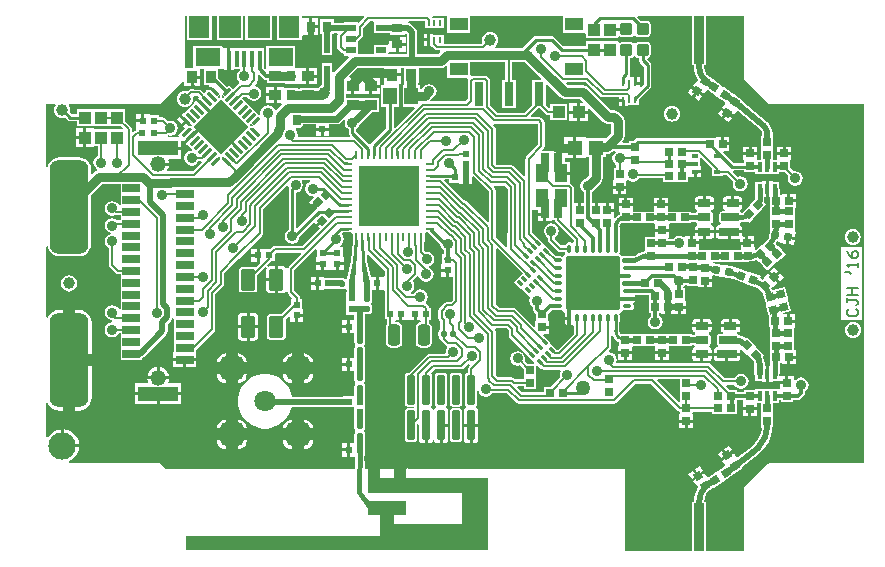
<source format=gtl>
G04 Layer_Physical_Order=1*
G04 Layer_Color=255*
%FSLAX25Y25*%
%MOIN*%
G70*
G01*
G75*
%ADD10C,0.01575*%
%ADD11C,0.01181*%
%ADD12C,0.02000*%
%ADD13C,0.01000*%
G04:AMPARAMS|DCode=14|XSize=11.81mil|YSize=31.5mil|CornerRadius=0mil|HoleSize=0mil|Usage=FLASHONLY|Rotation=225.000|XOffset=0mil|YOffset=0mil|HoleType=Round|Shape=Rectangle|*
%AMROTATEDRECTD14*
4,1,4,-0.00696,0.01531,0.01531,-0.00696,0.00696,-0.01531,-0.01531,0.00696,-0.00696,0.01531,0.0*
%
%ADD14ROTATEDRECTD14*%

G04:AMPARAMS|DCode=15|XSize=11.81mil|YSize=39.37mil|CornerRadius=0mil|HoleSize=0mil|Usage=FLASHONLY|Rotation=225.000|XOffset=0mil|YOffset=0mil|HoleType=Round|Shape=Rectangle|*
%AMROTATEDRECTD15*
4,1,4,-0.00974,0.01810,0.01810,-0.00974,0.00974,-0.01810,-0.01810,0.00974,-0.00974,0.01810,0.0*
%
%ADD15ROTATEDRECTD15*%

G04:AMPARAMS|DCode=16|XSize=11.81mil|YSize=31.5mil|CornerRadius=0mil|HoleSize=0mil|Usage=FLASHONLY|Rotation=135.000|XOffset=0mil|YOffset=0mil|HoleType=Round|Shape=Rectangle|*
%AMROTATEDRECTD16*
4,1,4,0.01531,0.00696,-0.00696,-0.01531,-0.01531,-0.00696,0.00696,0.01531,0.01531,0.00696,0.0*
%
%ADD16ROTATEDRECTD16*%

G04:AMPARAMS|DCode=17|XSize=11.81mil|YSize=39.37mil|CornerRadius=0mil|HoleSize=0mil|Usage=FLASHONLY|Rotation=135.000|XOffset=0mil|YOffset=0mil|HoleType=Round|Shape=Rectangle|*
%AMROTATEDRECTD17*
4,1,4,0.01810,0.00974,-0.00974,-0.01810,-0.01810,-0.00974,0.00974,0.01810,0.01810,0.00974,0.0*
%
%ADD17ROTATEDRECTD17*%

%ADD18P,0.18374X4X180.0*%
%ADD19R,0.03937X0.04331*%
%ADD20R,0.13386X0.05118*%
%ADD21R,0.05906X0.02756*%
%ADD22R,0.02559X0.02559*%
%ADD23R,0.02559X0.02559*%
%ADD24R,0.02441X0.02441*%
%ADD25P,0.03619X4X350.0*%
%ADD26P,0.03619X4X385.0*%
%ADD27P,0.03619X4X215.0*%
%ADD28P,0.03619X4X180.0*%
%ADD29P,0.03619X4X320.0*%
%ADD30P,0.03619X4X273.0*%
%ADD31P,0.03619X4X85.0*%
%ADD32P,0.03619X4X190.0*%
%ADD33P,0.03619X4X100.0*%
%ADD34R,0.02362X0.01969*%
%ADD35P,0.03452X4X180.0*%
%ADD36R,0.03543X0.03937*%
%ADD37R,0.04528X0.05709*%
%ADD38R,0.03543X0.03150*%
%ADD39R,0.03150X0.03543*%
%ADD40R,0.07480X0.07480*%
%ADD41R,0.07087X0.07480*%
%ADD42R,0.08268X0.06299*%
%ADD43R,0.01575X0.05315*%
%ADD44R,0.02441X0.02441*%
G04:AMPARAMS|DCode=45|XSize=39.37mil|YSize=70.87mil|CornerRadius=9.84mil|HoleSize=0mil|Usage=FLASHONLY|Rotation=180.000|XOffset=0mil|YOffset=0mil|HoleType=Round|Shape=RoundedRectangle|*
%AMROUNDEDRECTD45*
21,1,0.03937,0.05118,0,0,180.0*
21,1,0.01969,0.07087,0,0,180.0*
1,1,0.01969,-0.00984,0.02559*
1,1,0.01969,0.00984,0.02559*
1,1,0.01969,0.00984,-0.02559*
1,1,0.01969,-0.00984,-0.02559*
%
%ADD45ROUNDEDRECTD45*%
G04:AMPARAMS|DCode=46|XSize=9.84mil|YSize=19.69mil|CornerRadius=0mil|HoleSize=0mil|Usage=FLASHONLY|Rotation=45.000|XOffset=0mil|YOffset=0mil|HoleType=Round|Shape=Rectangle|*
%AMROTATEDRECTD46*
4,1,4,0.00348,-0.01044,-0.01044,0.00348,-0.00348,0.01044,0.01044,-0.00348,0.00348,-0.01044,0.0*
%
%ADD46ROTATEDRECTD46*%

%ADD47R,0.04331X0.05906*%
%ADD48P,0.03619X4X150.0*%
%ADD49R,0.01575X0.03347*%
G04:AMPARAMS|DCode=50|XSize=43.31mil|YSize=25.59mil|CornerRadius=0.64mil|HoleSize=0mil|Usage=FLASHONLY|Rotation=180.000|XOffset=0mil|YOffset=0mil|HoleType=Round|Shape=RoundedRectangle|*
%AMROUNDEDRECTD50*
21,1,0.04331,0.02431,0,0,180.0*
21,1,0.04203,0.02559,0,0,180.0*
1,1,0.00128,-0.02101,0.01216*
1,1,0.00128,0.02101,0.01216*
1,1,0.00128,0.02101,-0.01216*
1,1,0.00128,-0.02101,-0.01216*
%
%ADD50ROUNDEDRECTD50*%
G04:AMPARAMS|DCode=51|XSize=59.06mil|YSize=25.59mil|CornerRadius=0.64mil|HoleSize=0mil|Usage=FLASHONLY|Rotation=180.000|XOffset=0mil|YOffset=0mil|HoleType=Round|Shape=RoundedRectangle|*
%AMROUNDEDRECTD51*
21,1,0.05906,0.02431,0,0,180.0*
21,1,0.05778,0.02559,0,0,180.0*
1,1,0.00128,-0.02889,0.01216*
1,1,0.00128,0.02889,0.01216*
1,1,0.00128,0.02889,-0.01216*
1,1,0.00128,-0.02889,-0.01216*
%
%ADD51ROUNDEDRECTD51*%
G04:AMPARAMS|DCode=52|XSize=66.93mil|YSize=25.59mil|CornerRadius=0.64mil|HoleSize=0mil|Usage=FLASHONLY|Rotation=180.000|XOffset=0mil|YOffset=0mil|HoleType=Round|Shape=RoundedRectangle|*
%AMROUNDEDRECTD52*
21,1,0.06693,0.02431,0,0,180.0*
21,1,0.06565,0.02559,0,0,180.0*
1,1,0.00128,-0.03283,0.01216*
1,1,0.00128,0.03283,0.01216*
1,1,0.00128,0.03283,-0.01216*
1,1,0.00128,-0.03283,-0.01216*
%
%ADD52ROUNDEDRECTD52*%
G04:AMPARAMS|DCode=53|XSize=35.43mil|YSize=157.48mil|CornerRadius=1.77mil|HoleSize=0mil|Usage=FLASHONLY|Rotation=180.000|XOffset=0mil|YOffset=0mil|HoleType=Round|Shape=RoundedRectangle|*
%AMROUNDEDRECTD53*
21,1,0.03543,0.15394,0,0,180.0*
21,1,0.03189,0.15748,0,0,180.0*
1,1,0.00354,-0.01595,0.07697*
1,1,0.00354,0.01595,0.07697*
1,1,0.00354,0.01595,-0.07697*
1,1,0.00354,-0.01595,-0.07697*
%
%ADD53ROUNDEDRECTD53*%
%ADD54P,0.03619X4X270.0*%
%ADD55R,0.05118X0.05118*%
G04:AMPARAMS|DCode=56|XSize=21.26mil|YSize=21.65mil|CornerRadius=5.32mil|HoleSize=0mil|Usage=FLASHONLY|Rotation=180.000|XOffset=0mil|YOffset=0mil|HoleType=Round|Shape=RoundedRectangle|*
%AMROUNDEDRECTD56*
21,1,0.02126,0.01102,0,0,180.0*
21,1,0.01063,0.02165,0,0,180.0*
1,1,0.01063,-0.00532,0.00551*
1,1,0.01063,0.00532,0.00551*
1,1,0.01063,0.00532,-0.00551*
1,1,0.01063,-0.00532,-0.00551*
%
%ADD56ROUNDEDRECTD56*%
G04:AMPARAMS|DCode=57|XSize=21.26mil|YSize=21.65mil|CornerRadius=5.32mil|HoleSize=0mil|Usage=FLASHONLY|Rotation=180.000|XOffset=0mil|YOffset=0mil|HoleType=Round|Shape=RoundedRectangle|*
%AMROUNDEDRECTD57*
21,1,0.02126,0.01102,0,0,180.0*
21,1,0.01063,0.02165,0,0,180.0*
1,1,0.01063,-0.00532,0.00551*
1,1,0.01063,0.00532,0.00551*
1,1,0.01063,0.00532,-0.00551*
1,1,0.01063,-0.00532,-0.00551*
%
%ADD57ROUNDEDRECTD57*%
G04:AMPARAMS|DCode=58|XSize=21.26mil|YSize=21.65mil|CornerRadius=5.32mil|HoleSize=0mil|Usage=FLASHONLY|Rotation=90.000|XOffset=0mil|YOffset=0mil|HoleType=Round|Shape=RoundedRectangle|*
%AMROUNDEDRECTD58*
21,1,0.02126,0.01102,0,0,90.0*
21,1,0.01063,0.02165,0,0,90.0*
1,1,0.01063,0.00551,0.00532*
1,1,0.01063,0.00551,-0.00532*
1,1,0.01063,-0.00551,-0.00532*
1,1,0.01063,-0.00551,0.00532*
%
%ADD58ROUNDEDRECTD58*%
G04:AMPARAMS|DCode=59|XSize=21.26mil|YSize=21.65mil|CornerRadius=5.32mil|HoleSize=0mil|Usage=FLASHONLY|Rotation=90.000|XOffset=0mil|YOffset=0mil|HoleType=Round|Shape=RoundedRectangle|*
%AMROUNDEDRECTD59*
21,1,0.02126,0.01102,0,0,90.0*
21,1,0.01063,0.02165,0,0,90.0*
1,1,0.01063,0.00551,0.00532*
1,1,0.01063,0.00551,-0.00532*
1,1,0.01063,-0.00551,-0.00532*
1,1,0.01063,-0.00551,0.00532*
%
%ADD59ROUNDEDRECTD59*%
G04:AMPARAMS|DCode=60|XSize=70.87mil|YSize=47.24mil|CornerRadius=2.36mil|HoleSize=0mil|Usage=FLASHONLY|Rotation=90.000|XOffset=0mil|YOffset=0mil|HoleType=Round|Shape=RoundedRectangle|*
%AMROUNDEDRECTD60*
21,1,0.07087,0.04252,0,0,90.0*
21,1,0.06614,0.04724,0,0,90.0*
1,1,0.00472,0.02126,0.03307*
1,1,0.00472,0.02126,-0.03307*
1,1,0.00472,-0.02126,-0.03307*
1,1,0.00472,-0.02126,0.03307*
%
%ADD60ROUNDEDRECTD60*%
G04:AMPARAMS|DCode=61|XSize=25.59mil|YSize=98.43mil|CornerRadius=1.28mil|HoleSize=0mil|Usage=FLASHONLY|Rotation=0.000|XOffset=0mil|YOffset=0mil|HoleType=Round|Shape=RoundedRectangle|*
%AMROUNDEDRECTD61*
21,1,0.02559,0.09587,0,0,0.0*
21,1,0.02303,0.09843,0,0,0.0*
1,1,0.00256,0.01152,-0.04793*
1,1,0.00256,-0.01152,-0.04793*
1,1,0.00256,-0.01152,0.04793*
1,1,0.00256,0.01152,0.04793*
%
%ADD61ROUNDEDRECTD61*%
%ADD62R,0.02756X0.03740*%
%ADD63R,0.03937X0.03543*%
%ADD64C,0.05000*%
G04:AMPARAMS|DCode=65|XSize=29.61mil|YSize=35.43mil|CornerRadius=7.4mil|HoleSize=0mil|Usage=FLASHONLY|Rotation=180.000|XOffset=0mil|YOffset=0mil|HoleType=Round|Shape=RoundedRectangle|*
%AMROUNDEDRECTD65*
21,1,0.02961,0.02063,0,0,180.0*
21,1,0.01480,0.03543,0,0,180.0*
1,1,0.01480,-0.00740,0.01032*
1,1,0.01480,0.00740,0.01032*
1,1,0.01480,0.00740,-0.01032*
1,1,0.01480,-0.00740,-0.01032*
%
%ADD65ROUNDEDRECTD65*%
G04:AMPARAMS|DCode=66|XSize=29.61mil|YSize=35.43mil|CornerRadius=7.4mil|HoleSize=0mil|Usage=FLASHONLY|Rotation=180.000|XOffset=0mil|YOffset=0mil|HoleType=Round|Shape=RoundedRectangle|*
%AMROUNDEDRECTD66*
21,1,0.02961,0.02063,0,0,180.0*
21,1,0.01480,0.03543,0,0,180.0*
1,1,0.01480,-0.00740,0.01032*
1,1,0.01480,0.00740,0.01032*
1,1,0.01480,0.00740,-0.01032*
1,1,0.01480,-0.00740,-0.01032*
%
%ADD66ROUNDEDRECTD66*%
G04:AMPARAMS|DCode=67|XSize=39.37mil|YSize=39.37mil|CornerRadius=5.91mil|HoleSize=0mil|Usage=FLASHONLY|Rotation=180.000|XOffset=0mil|YOffset=0mil|HoleType=Round|Shape=RoundedRectangle|*
%AMROUNDEDRECTD67*
21,1,0.03937,0.02756,0,0,180.0*
21,1,0.02756,0.03937,0,0,180.0*
1,1,0.01181,-0.01378,0.01378*
1,1,0.01181,0.01378,0.01378*
1,1,0.01181,0.01378,-0.01378*
1,1,0.01181,-0.01378,-0.01378*
%
%ADD67ROUNDEDRECTD67*%
%ADD68P,0.03619X4X260.0*%
%ADD69O,0.00984X0.03150*%
%ADD70O,0.03150X0.00984*%
%ADD71R,0.20079X0.20276*%
G04:AMPARAMS|DCode=72|XSize=39.37mil|YSize=140.55mil|CornerRadius=0.98mil|HoleSize=0mil|Usage=FLASHONLY|Rotation=270.000|XOffset=0mil|YOffset=0mil|HoleType=Round|Shape=RoundedRectangle|*
%AMROUNDEDRECTD72*
21,1,0.03937,0.13858,0,0,270.0*
21,1,0.03740,0.14055,0,0,270.0*
1,1,0.00197,-0.06929,-0.01870*
1,1,0.00197,-0.06929,0.01870*
1,1,0.00197,0.06929,0.01870*
1,1,0.00197,0.06929,-0.01870*
%
%ADD72ROUNDEDRECTD72*%
G04:AMPARAMS|DCode=73|XSize=39.37mil|YSize=140.55mil|CornerRadius=0.98mil|HoleSize=0mil|Usage=FLASHONLY|Rotation=180.000|XOffset=0mil|YOffset=0mil|HoleType=Round|Shape=RoundedRectangle|*
%AMROUNDEDRECTD73*
21,1,0.03937,0.13858,0,0,180.0*
21,1,0.03740,0.14055,0,0,180.0*
1,1,0.00197,-0.01870,0.06929*
1,1,0.00197,0.01870,0.06929*
1,1,0.00197,0.01870,-0.06929*
1,1,0.00197,-0.01870,-0.06929*
%
%ADD73ROUNDEDRECTD73*%
G04:AMPARAMS|DCode=74|XSize=39.37mil|YSize=127.56mil|CornerRadius=0.98mil|HoleSize=0mil|Usage=FLASHONLY|Rotation=180.000|XOffset=0mil|YOffset=0mil|HoleType=Round|Shape=RoundedRectangle|*
%AMROUNDEDRECTD74*
21,1,0.03937,0.12559,0,0,180.0*
21,1,0.03740,0.12756,0,0,180.0*
1,1,0.00197,-0.01870,0.06280*
1,1,0.00197,0.01870,0.06280*
1,1,0.00197,0.01870,-0.06280*
1,1,0.00197,-0.01870,-0.06280*
%
%ADD74ROUNDEDRECTD74*%
G04:AMPARAMS|DCode=75|XSize=39.37mil|YSize=127.56mil|CornerRadius=0.98mil|HoleSize=0mil|Usage=FLASHONLY|Rotation=90.000|XOffset=0mil|YOffset=0mil|HoleType=Round|Shape=RoundedRectangle|*
%AMROUNDEDRECTD75*
21,1,0.03937,0.12559,0,0,90.0*
21,1,0.03740,0.12756,0,0,90.0*
1,1,0.00197,0.06280,0.01870*
1,1,0.00197,0.06280,-0.01870*
1,1,0.00197,-0.06280,-0.01870*
1,1,0.00197,-0.06280,0.01870*
%
%ADD75ROUNDEDRECTD75*%
G04:AMPARAMS|DCode=76|XSize=39.37mil|YSize=149.61mil|CornerRadius=0.98mil|HoleSize=0mil|Usage=FLASHONLY|Rotation=90.000|XOffset=0mil|YOffset=0mil|HoleType=Round|Shape=RoundedRectangle|*
%AMROUNDEDRECTD76*
21,1,0.03937,0.14764,0,0,90.0*
21,1,0.03740,0.14961,0,0,90.0*
1,1,0.00197,0.07382,0.01870*
1,1,0.00197,0.07382,-0.01870*
1,1,0.00197,-0.07382,-0.01870*
1,1,0.00197,-0.07382,0.01870*
%
%ADD76ROUNDEDRECTD76*%
G04:AMPARAMS|DCode=77|XSize=39.37mil|YSize=149.61mil|CornerRadius=0.98mil|HoleSize=0mil|Usage=FLASHONLY|Rotation=0.000|XOffset=0mil|YOffset=0mil|HoleType=Round|Shape=RoundedRectangle|*
%AMROUNDEDRECTD77*
21,1,0.03937,0.14764,0,0,0.0*
21,1,0.03740,0.14961,0,0,0.0*
1,1,0.00197,0.01870,-0.07382*
1,1,0.00197,-0.01870,-0.07382*
1,1,0.00197,-0.01870,0.07382*
1,1,0.00197,0.01870,0.07382*
%
%ADD77ROUNDEDRECTD77*%
G04:AMPARAMS|DCode=78|XSize=78.74mil|YSize=78.74mil|CornerRadius=18.9mil|HoleSize=0mil|Usage=FLASHONLY|Rotation=180.000|XOffset=0mil|YOffset=0mil|HoleType=Round|Shape=RoundedRectangle|*
%AMROUNDEDRECTD78*
21,1,0.07874,0.04095,0,0,180.0*
21,1,0.04095,0.07874,0,0,180.0*
1,1,0.03780,-0.02047,0.02047*
1,1,0.03780,0.02047,0.02047*
1,1,0.03780,0.02047,-0.02047*
1,1,0.03780,-0.02047,-0.02047*
%
%ADD78ROUNDEDRECTD78*%
G04:AMPARAMS|DCode=79|XSize=78.74mil|YSize=78.74mil|CornerRadius=18.9mil|HoleSize=0mil|Usage=FLASHONLY|Rotation=90.000|XOffset=0mil|YOffset=0mil|HoleType=Round|Shape=RoundedRectangle|*
%AMROUNDEDRECTD79*
21,1,0.07874,0.04095,0,0,90.0*
21,1,0.04095,0.07874,0,0,90.0*
1,1,0.03780,0.02047,0.02047*
1,1,0.03780,0.02047,-0.02047*
1,1,0.03780,-0.02047,-0.02047*
1,1,0.03780,-0.02047,0.02047*
%
%ADD79ROUNDEDRECTD79*%
G04:AMPARAMS|DCode=80|XSize=78.74mil|YSize=78.74mil|CornerRadius=18.9mil|HoleSize=0mil|Usage=FLASHONLY|Rotation=90.000|XOffset=0mil|YOffset=0mil|HoleType=Round|Shape=RoundedRectangle|*
%AMROUNDEDRECTD80*
21,1,0.07874,0.04095,0,0,90.0*
21,1,0.04095,0.07874,0,0,90.0*
1,1,0.03780,0.02047,0.02047*
1,1,0.03780,0.02047,-0.02047*
1,1,0.03780,-0.02047,-0.02047*
1,1,0.03780,-0.02047,0.02047*
%
%ADD80ROUNDEDRECTD80*%
G04:AMPARAMS|DCode=81|XSize=78.74mil|YSize=78.74mil|CornerRadius=18.9mil|HoleSize=0mil|Usage=FLASHONLY|Rotation=90.000|XOffset=0mil|YOffset=0mil|HoleType=Round|Shape=RoundedRectangle|*
%AMROUNDEDRECTD81*
21,1,0.07874,0.04095,0,0,90.0*
21,1,0.04095,0.07874,0,0,90.0*
1,1,0.03780,0.02047,0.02047*
1,1,0.03780,0.02047,-0.02047*
1,1,0.03780,-0.02047,-0.02047*
1,1,0.03780,-0.02047,0.02047*
%
%ADD81ROUNDEDRECTD81*%
%ADD82C,0.07091*%
%ADD83R,0.01811X0.01969*%
%ADD84R,0.03937X0.01969*%
G04:AMPARAMS|DCode=85|XSize=181.1mil|YSize=181.1mil|CornerRadius=4.53mil|HoleSize=0mil|Usage=FLASHONLY|Rotation=270.000|XOffset=0mil|YOffset=0mil|HoleType=Round|Shape=RoundedRectangle|*
%AMROUNDEDRECTD85*
21,1,0.18110,0.17205,0,0,270.0*
21,1,0.17205,0.18110,0,0,270.0*
1,1,0.00906,-0.08602,-0.08602*
1,1,0.00906,-0.08602,0.08602*
1,1,0.00906,0.08602,0.08602*
1,1,0.00906,0.08602,-0.08602*
%
%ADD85ROUNDEDRECTD85*%
%ADD86O,0.01181X0.03150*%
%ADD87O,0.03150X0.01181*%
%ADD88R,0.01969X0.01575*%
%ADD89R,0.06102X0.04331*%
%ADD90R,0.03150X0.07874*%
%ADD91C,0.03937*%
%ADD92R,0.03347X0.02362*%
%ADD93R,0.00984X0.01969*%
%ADD94R,0.01969X0.05709*%
%ADD95R,0.04331X0.03937*%
%ADD96C,0.00700*%
%ADD97C,0.00800*%
%ADD98C,0.01200*%
%ADD99C,0.03150*%
%ADD100C,0.01900*%
%ADD101C,0.02953*%
%ADD102C,0.01969*%
%ADD103C,0.02362*%
%ADD104C,0.02500*%
%ADD105R,0.03937X0.03439*%
%ADD106R,0.01800X0.03339*%
%ADD107R,0.14384X0.01900*%
%ADD108C,0.05200*%
G04:AMPARAMS|DCode=109|XSize=86.61mil|YSize=173.23mil|CornerRadius=4.33mil|HoleSize=0mil|Usage=FLASHONLY|Rotation=180.000|XOffset=0mil|YOffset=0mil|HoleType=Round|Shape=RoundedRectangle|*
%AMROUNDEDRECTD109*
21,1,0.08661,0.16457,0,0,180.0*
21,1,0.07795,0.17323,0,0,180.0*
1,1,0.00866,-0.03898,0.08228*
1,1,0.00866,0.03898,0.08228*
1,1,0.00866,0.03898,-0.08228*
1,1,0.00866,-0.03898,-0.08228*
%
%ADD109ROUNDEDRECTD109*%
G04:AMPARAMS|DCode=110|XSize=129.92mil|YSize=314.96mil|CornerRadius=32.48mil|HoleSize=0mil|Usage=FLASHONLY|Rotation=0.000|XOffset=0mil|YOffset=0mil|HoleType=Round|Shape=RoundedRectangle|*
%AMROUNDEDRECTD110*
21,1,0.12992,0.25000,0,0,0.0*
21,1,0.06496,0.31496,0,0,0.0*
1,1,0.06496,0.03248,-0.12500*
1,1,0.06496,-0.03248,-0.12500*
1,1,0.06496,-0.03248,0.12500*
1,1,0.06496,0.03248,0.12500*
%
%ADD110ROUNDEDRECTD110*%
%ADD111C,0.09100*%
%ADD112C,0.03940*%
%ADD113C,0.03500*%
G36*
X100726Y54506D02*
X100692Y54456D01*
X100502Y53500D01*
X100692Y52544D01*
X101234Y51734D01*
X101777Y51371D01*
Y50249D01*
X101870Y49780D01*
X102135Y49384D01*
X102385Y49134D01*
X102194Y48672D01*
X85107D01*
X84790Y49058D01*
X84898Y49600D01*
X84708Y50556D01*
X84192Y51328D01*
X84236Y51520D01*
X84375Y51828D01*
X85184D01*
X85746Y51940D01*
X86222Y52258D01*
X86541Y52735D01*
X86604Y53054D01*
X90780D01*
Y51928D01*
X93000D01*
X95221D01*
Y53054D01*
X97772D01*
X97772Y53054D01*
X98506Y53200D01*
X99128Y53615D01*
X100337Y54825D01*
X100726Y54506D01*
D02*
G37*
G36*
X164960Y23632D02*
X167239D01*
Y23132D01*
X167739D01*
Y20853D01*
X169519D01*
X169590Y21153D01*
X170450D01*
X170534Y20733D01*
X170777Y20369D01*
X176860Y14286D01*
Y13670D01*
X176360Y13518D01*
X176353Y13529D01*
X175926Y13814D01*
X175423Y13914D01*
X174919Y13814D01*
X174492Y13529D01*
X174207Y13102D01*
X174134Y12736D01*
X172750D01*
X170632Y14854D01*
X170671Y15403D01*
X171166Y15734D01*
X171708Y16544D01*
X171898Y17500D01*
X171708Y18456D01*
X171166Y19266D01*
X170356Y19808D01*
X169400Y19998D01*
X168444Y19808D01*
X167634Y19266D01*
X167092Y18456D01*
X166902Y17500D01*
X167092Y16544D01*
X167634Y15734D01*
X168278Y15303D01*
Y14500D01*
X168278Y14500D01*
X168364Y14071D01*
X168607Y13707D01*
X171493Y10821D01*
X171857Y10578D01*
X172286Y10493D01*
X172286Y10493D01*
X173991D01*
X174037Y10025D01*
X173956Y9976D01*
X173931Y9971D01*
X173450Y9650D01*
X173129Y9169D01*
X173124Y9144D01*
X172974Y8893D01*
X172470Y8993D01*
X171069D01*
X169525Y10537D01*
X169575Y10587D01*
X167193Y12969D01*
Y12969D01*
X167069Y13093D01*
X164687Y15475D01*
X164637Y15425D01*
X162972Y17090D01*
Y24012D01*
X163080Y24468D01*
X164960D01*
Y23632D01*
D02*
G37*
G36*
X70196Y52518D02*
X69083D01*
X68804Y52796D01*
X69361Y53353D01*
X70196Y52518D01*
D02*
G37*
G36*
X4108Y59229D02*
X3968Y59047D01*
X3699Y58397D01*
X3607Y57700D01*
X3699Y57003D01*
X3968Y56353D01*
X4396Y55796D01*
X4953Y55368D01*
X5603Y55099D01*
X6300Y55007D01*
X6997Y55099D01*
X7332Y55238D01*
X8189Y54381D01*
X8586Y54116D01*
X9054Y54023D01*
X11131D01*
Y52381D01*
X16468D01*
Y52381D01*
X16532D01*
Y52381D01*
X21869D01*
Y52381D01*
X22031D01*
Y52381D01*
X26052D01*
X26550Y51881D01*
X26359Y51420D01*
X22368D01*
X22031Y51420D01*
X21531Y51420D01*
X16769D01*
Y51719D01*
X14300D01*
Y48554D01*
Y45388D01*
X16769D01*
Y45689D01*
X18129D01*
Y42531D01*
X17434Y42066D01*
X16892Y41256D01*
X16702Y40300D01*
X16892Y39344D01*
X17434Y38534D01*
X18059Y38116D01*
X17954Y37585D01*
X17592Y37513D01*
X16839Y37010D01*
X16392Y36563D01*
X15930Y36754D01*
Y38091D01*
X15794Y39121D01*
X15397Y40082D01*
X14764Y40906D01*
X13939Y41539D01*
X12979Y41937D01*
X11948Y42073D01*
X5452D01*
X4421Y41937D01*
X3461Y41539D01*
X2636Y40906D01*
X2003Y40082D01*
X1606Y39121D01*
X1571Y38855D01*
X1071Y38888D01*
Y59729D01*
X3861D01*
X4108Y59229D01*
D02*
G37*
G36*
X49596Y52796D02*
X49317Y52518D01*
X48204D01*
X49039Y53353D01*
X49596Y52796D01*
D02*
G37*
G36*
X172160Y62160D02*
X172912Y61657D01*
X173800Y61481D01*
X178939D01*
X179890Y60530D01*
X179698Y60069D01*
X179046D01*
Y57600D01*
X181711D01*
Y58055D01*
X182173Y58246D01*
X186560Y53860D01*
X187312Y53357D01*
X188200Y53181D01*
X189239D01*
X189281Y53139D01*
Y50107D01*
X187928Y48755D01*
X187502Y48559D01*
Y48559D01*
X187502Y48559D01*
X181091D01*
X180716Y48859D01*
X180716Y48859D01*
X180716Y48859D01*
X177657D01*
Y45300D01*
Y41741D01*
X180716D01*
Y41741D01*
X180984Y42041D01*
X181881D01*
Y36161D01*
X180495Y34775D01*
X179734Y34266D01*
X179192Y33456D01*
X179002Y32500D01*
X179192Y31544D01*
X179734Y30734D01*
X180284Y30366D01*
Y26745D01*
X179334D01*
Y24465D01*
X178334D01*
Y26745D01*
X176931D01*
Y31829D01*
X176931Y31829D01*
X176846Y32258D01*
X176602Y32622D01*
X175931Y33293D01*
X175709Y33441D01*
Y36188D01*
X172544D01*
Y37188D01*
X175709D01*
Y40641D01*
X173839D01*
Y41741D01*
X176657D01*
Y44800D01*
X173598D01*
Y44302D01*
X172060D01*
Y42023D01*
X171060D01*
Y44302D01*
X169280D01*
X169208Y44002D01*
X167272D01*
X167229Y44011D01*
X167185Y44002D01*
X166542D01*
X166350Y44464D01*
X166790Y44904D01*
X166790Y44904D01*
X167033Y45268D01*
X167119Y45697D01*
X167119Y45697D01*
Y53579D01*
X167119Y53579D01*
X167033Y54008D01*
X166790Y54372D01*
X166790Y54372D01*
X165965Y55196D01*
X165602Y55440D01*
X165172Y55525D01*
X165172Y55525D01*
X162692D01*
X162501Y55987D01*
X165129Y58615D01*
X165171D01*
X167443Y56343D01*
X167443Y56343D01*
X167790Y56111D01*
X168200Y56029D01*
X168989D01*
Y54431D01*
X174720D01*
Y59768D01*
X168989D01*
Y58533D01*
X168489Y58325D01*
X167455Y59359D01*
Y66212D01*
X167917Y66403D01*
X172160Y62160D01*
D02*
G37*
G36*
X25764Y29639D02*
Y26105D01*
X25523Y26026D01*
X25264Y26022D01*
X24766Y26766D01*
X23956Y27308D01*
X23000Y27498D01*
X22044Y27308D01*
X21234Y26766D01*
X20692Y25956D01*
X20502Y25000D01*
X20692Y24044D01*
X21234Y23234D01*
X22044Y22692D01*
X23000Y22502D01*
X23956Y22692D01*
X24095Y22785D01*
X24157Y22772D01*
X24157Y22772D01*
X25764D01*
Y21027D01*
X24792D01*
X24766Y21066D01*
X23956Y21608D01*
X23000Y21798D01*
X22044Y21608D01*
X21234Y21066D01*
X20692Y20256D01*
X20502Y19300D01*
X20692Y18344D01*
X21234Y17534D01*
X22044Y16992D01*
X22483Y16905D01*
Y16395D01*
X22044Y16308D01*
X21234Y15766D01*
X20692Y14956D01*
X20502Y14000D01*
X20692Y13044D01*
X21234Y12234D01*
X21879Y11803D01*
Y6200D01*
X21878Y6200D01*
X21964Y5771D01*
X22207Y5407D01*
X24249Y3365D01*
X24249Y3365D01*
X24613Y3122D01*
X25042Y3036D01*
X25764D01*
Y-1857D01*
Y-5794D01*
Y-8595D01*
X25523Y-8674D01*
X25264Y-8678D01*
X24766Y-7934D01*
X23956Y-7392D01*
X23000Y-7202D01*
X22044Y-7392D01*
X21234Y-7934D01*
X20692Y-8744D01*
X20502Y-9700D01*
X20692Y-10656D01*
X21234Y-11466D01*
X22044Y-12008D01*
X22780Y-12154D01*
X22977Y-12434D01*
X22773Y-12947D01*
X22044Y-13092D01*
X21234Y-13634D01*
X20692Y-14444D01*
X20502Y-15400D01*
X20692Y-16356D01*
X21234Y-17166D01*
X22044Y-17708D01*
X23000Y-17898D01*
X23956Y-17708D01*
X24766Y-17166D01*
X25197Y-16522D01*
X25764D01*
Y-21542D01*
Y-25479D01*
X33070D01*
Y-24874D01*
X33441Y-24627D01*
X40926Y-17142D01*
X41301Y-16579D01*
X41433Y-15916D01*
Y-13497D01*
X42576Y-12355D01*
X42951Y-11792D01*
X42980Y-11648D01*
X43480Y-11698D01*
Y-15636D01*
Y-19573D01*
Y-22991D01*
X43180D01*
Y-24869D01*
X47133D01*
X51086D01*
Y-22991D01*
X50786D01*
Y-22275D01*
X50861Y-22225D01*
X57093Y-15993D01*
X57093Y-15993D01*
X57336Y-15629D01*
X57422Y-15200D01*
X57422Y-15200D01*
Y-3638D01*
X60043Y-1016D01*
X60286Y-652D01*
X60372Y-223D01*
X60372Y-223D01*
Y3485D01*
X65082Y8196D01*
X65174Y8257D01*
X72893Y15976D01*
X72893Y15976D01*
X73136Y16340D01*
X73222Y16770D01*
X73222Y16770D01*
Y24661D01*
X81120Y32560D01*
X81663Y32395D01*
X81792Y31744D01*
X81833Y31683D01*
X81827Y31650D01*
Y17829D01*
X81284Y17466D01*
X80742Y16656D01*
X80552Y15700D01*
X80742Y14744D01*
X81284Y13934D01*
X82094Y13392D01*
X83050Y13202D01*
X84006Y13392D01*
X84816Y13934D01*
X85358Y14744D01*
X85548Y15700D01*
X85512Y15882D01*
X90142Y20512D01*
X90924Y19731D01*
X92494Y21301D01*
X93201Y20594D01*
X91631Y19024D01*
X92284Y18370D01*
X86435Y12522D01*
X77172D01*
X77172Y12522D01*
X76743Y12436D01*
X76379Y12193D01*
X76379Y12193D01*
X75506Y11321D01*
X73849D01*
Y11620D01*
X72128D01*
Y9400D01*
Y6729D01*
X72133Y6718D01*
X70846Y5430D01*
X70779Y5475D01*
X70414Y5548D01*
X66162D01*
X65797Y5475D01*
X65487Y5268D01*
X65280Y4958D01*
X65207Y4593D01*
Y-2021D01*
X65280Y-2386D01*
X65487Y-2696D01*
X65797Y-2903D01*
X66162Y-2976D01*
X70414D01*
X70779Y-2903D01*
X71089Y-2696D01*
X71296Y-2386D01*
X71368Y-2021D01*
Y2781D01*
X74210Y5622D01*
X74598Y5304D01*
X74446Y5076D01*
X74350Y4593D01*
Y1786D01*
X77237D01*
Y5854D01*
X75611D01*
X75128Y5758D01*
X74900Y5605D01*
X74581Y5994D01*
X75965Y7377D01*
X75965Y7377D01*
X76033Y7480D01*
X77092D01*
Y9734D01*
X77636Y10278D01*
X85839D01*
X86030Y9816D01*
X81807Y5593D01*
X81564Y5229D01*
X81535Y5085D01*
X81044Y5076D01*
X81024Y5080D01*
X80754Y5485D01*
X80345Y5758D01*
X79862Y5854D01*
X78237D01*
Y1286D01*
Y-3281D01*
X79862D01*
X80345Y-3185D01*
X80754Y-2912D01*
X80768Y-2891D01*
X81399Y-2827D01*
X81478Y-2900D01*
X81564Y-3329D01*
X81807Y-3693D01*
X82860Y-4746D01*
X82669Y-5208D01*
X82579D01*
Y-7009D01*
X79389Y-10200D01*
X75611D01*
X75245Y-10273D01*
X74936Y-10480D01*
X74729Y-10790D01*
X74656Y-11155D01*
Y-17769D01*
X74729Y-18134D01*
X74936Y-18444D01*
X75245Y-18651D01*
X75611Y-18723D01*
X79862D01*
X80228Y-18651D01*
X80537Y-18444D01*
X80744Y-18134D01*
X80817Y-17769D01*
Y-11944D01*
X81818Y-10944D01*
X82279Y-11135D01*
Y-12892D01*
X84000D01*
Y-10672D01*
X84500D01*
Y-10172D01*
X86721D01*
Y-8451D01*
X86421D01*
Y-5208D01*
X85905D01*
X85622Y-4800D01*
X85536Y-4371D01*
X85293Y-4007D01*
X85293Y-4007D01*
X83722Y-2435D01*
Y4335D01*
X90808Y11422D01*
X91270Y11230D01*
Y8854D01*
X90970D01*
Y7134D01*
X93190D01*
Y6634D01*
X93690D01*
Y4413D01*
X95411D01*
Y4413D01*
X95864Y4410D01*
Y4410D01*
X95909Y4410D01*
X97584D01*
Y6630D01*
X98084D01*
Y7130D01*
X100304D01*
Y8851D01*
X100004D01*
Y12094D01*
X98960D01*
X98808Y12594D01*
X99466Y13034D01*
X100008Y13844D01*
X100198Y14800D01*
X100008Y15756D01*
X99466Y16566D01*
X99462Y16614D01*
X99831Y17020D01*
X101477D01*
X101517Y17029D01*
X102559D01*
X102737Y17064D01*
X103151Y16650D01*
X103116Y16472D01*
Y14307D01*
X103116Y14306D01*
X102556Y7511D01*
X101324Y1760D01*
X100764Y1532D01*
X100725Y1559D01*
X100245Y1654D01*
X99875D01*
X99561Y1717D01*
X96968D01*
Y1920D01*
X93724D01*
Y2220D01*
X92004D01*
Y-1D01*
Y-2221D01*
X93724D01*
Y-1921D01*
X96968D01*
Y-1718D01*
X98502D01*
X98662Y-1825D01*
X99142Y-1920D01*
X100245D01*
X100628Y-1844D01*
X101128Y-2111D01*
Y-2981D01*
X100925D01*
Y-6822D01*
Y-10365D01*
X103737D01*
Y-12169D01*
X102411D01*
Y-14390D01*
Y-16610D01*
X103744D01*
Y-18167D01*
X103668Y-18549D01*
Y-19651D01*
X103763Y-20132D01*
X104035Y-20539D01*
Y-20811D01*
X103763Y-21218D01*
X103668Y-21699D01*
Y-22801D01*
X103751Y-23219D01*
Y-24707D01*
X102414D01*
Y-26928D01*
Y-29148D01*
X103728D01*
Y-30721D01*
X103668Y-31023D01*
Y-32126D01*
X103763Y-32606D01*
X104036Y-33014D01*
Y-33285D01*
X103763Y-33693D01*
X103668Y-34173D01*
Y-35276D01*
X103735Y-35611D01*
Y-37479D01*
X100008D01*
Y-37683D01*
X82811D01*
X82607Y-36659D01*
X81924Y-35011D01*
X80934Y-33528D01*
X79672Y-32266D01*
X78189Y-31275D01*
X76541Y-30593D01*
X74792Y-30245D01*
X73008D01*
X71259Y-30593D01*
X69611Y-31275D01*
X68128Y-32266D01*
X66866Y-33528D01*
X65876Y-35011D01*
X65193Y-36659D01*
X64845Y-38408D01*
Y-40192D01*
X65193Y-41941D01*
X65876Y-43589D01*
X66866Y-45072D01*
X68128Y-46334D01*
X69611Y-47324D01*
X71259Y-48007D01*
X73008Y-48355D01*
X74792D01*
X76541Y-48007D01*
X78189Y-47324D01*
X79672Y-46334D01*
X80934Y-45072D01*
X81924Y-43589D01*
X82607Y-41941D01*
X82771Y-41117D01*
X100008D01*
Y-41320D01*
X103531D01*
Y-44867D01*
X103724D01*
Y-46749D01*
X103665Y-47049D01*
Y-48151D01*
X103760Y-48632D01*
X104033Y-49039D01*
Y-49310D01*
X103760Y-49718D01*
X103665Y-50198D01*
Y-51301D01*
X103724Y-51600D01*
Y-53254D01*
X102409D01*
Y-55475D01*
Y-57695D01*
X103961D01*
Y-59113D01*
X103893D01*
Y-59867D01*
X103886Y-59900D01*
Y-61746D01*
X103879Y-61782D01*
Y-61900D01*
X41014D01*
X39157Y-60043D01*
X38810Y-59811D01*
X38400Y-59729D01*
X8619D01*
X8519Y-59229D01*
X9199Y-58948D01*
X10358Y-58058D01*
X11248Y-56899D01*
X11807Y-55549D01*
X11932Y-54600D01*
X6400D01*
Y-54100D01*
X5900D01*
Y-48568D01*
X4951Y-48693D01*
X3601Y-49252D01*
X2442Y-50142D01*
X1571Y-51277D01*
X1540Y-51279D01*
X1071Y-51016D01*
Y-39920D01*
X1571Y-39821D01*
X1741Y-40233D01*
X2422Y-41120D01*
X3310Y-41801D01*
X4343Y-42229D01*
X5452Y-42375D01*
X6700D01*
Y-25591D01*
Y-8806D01*
X5452D01*
X4343Y-8952D01*
X3310Y-9380D01*
X2422Y-10061D01*
X1741Y-10948D01*
X1571Y-11360D01*
X1071Y-11261D01*
Y0D01*
Y12293D01*
X1571Y12326D01*
X1606Y12060D01*
X2003Y11100D01*
X2636Y10275D01*
X3461Y9642D01*
X4421Y9244D01*
X5452Y9109D01*
X11948D01*
X12979Y9244D01*
X13939Y9642D01*
X14764Y10275D01*
X15397Y11100D01*
X15794Y12060D01*
X15930Y13091D01*
Y29541D01*
X19440Y33050D01*
X25764D01*
Y29639D01*
D02*
G37*
G36*
X134756Y72423D02*
Y68634D01*
X141366D01*
X141633Y68134D01*
X141566Y68034D01*
X141484Y67624D01*
Y61399D01*
X140756Y60671D01*
X129258D01*
X129051Y61171D01*
X129605Y61725D01*
X130366Y62234D01*
X130908Y63044D01*
X131098Y64000D01*
X130908Y64956D01*
X130366Y65766D01*
X129556Y66308D01*
X128600Y66498D01*
X127644Y66308D01*
X126834Y65766D01*
X126325Y65005D01*
X126207Y64887D01*
X125707Y64983D01*
Y66054D01*
X124969D01*
Y66831D01*
X125121D01*
Y71793D01*
X132512D01*
X133400Y71970D01*
X134153Y72473D01*
X134294Y72614D01*
X134756Y72423D01*
D02*
G37*
G36*
X165969Y68351D02*
X165778Y67889D01*
X162905D01*
Y59419D01*
X160410Y56924D01*
X151278D01*
X148876Y59326D01*
Y67624D01*
X148794Y68034D01*
X148562Y68381D01*
X148562Y68381D01*
X147947Y68996D01*
X147600Y69228D01*
X147190Y69310D01*
X143170D01*
X142760Y69228D01*
X142758Y69226D01*
X142258Y69494D01*
Y73781D01*
X154058D01*
Y67889D01*
X152905D01*
Y58615D01*
X157455D01*
Y67889D01*
X156301D01*
Y73781D01*
X160539D01*
X165969Y68351D01*
D02*
G37*
G36*
X173124Y-9144D02*
X173129Y-9169D01*
X173450Y-9650D01*
X173931Y-9971D01*
X173835Y-10462D01*
X173801Y-10630D01*
Y-11114D01*
X175423D01*
Y-11614D01*
X175923D01*
Y-14121D01*
X176043Y-14097D01*
X176360Y-13885D01*
X176860Y-14141D01*
Y-16847D01*
X171595Y-22112D01*
X171274D01*
X169293Y-20131D01*
X169293Y-20131D01*
X168939Y-19777D01*
X166787Y-17625D01*
X166668Y-17392D01*
X166929Y-16907D01*
X168579D01*
Y-15127D01*
X166299D01*
Y-14127D01*
X168579D01*
Y-12348D01*
X168279Y-12276D01*
Y-10178D01*
X169463Y-8993D01*
X172470D01*
X172974Y-8893D01*
X173124Y-9144D01*
D02*
G37*
G36*
X154728Y31708D02*
Y12257D01*
X154228Y12050D01*
X150833Y15445D01*
Y30988D01*
X150833Y30988D01*
X150748Y31417D01*
X150505Y31781D01*
X150505Y31781D01*
X150168Y32118D01*
X150359Y32581D01*
X153856D01*
X154728Y31708D01*
D02*
G37*
G36*
X70196Y51682D02*
X69361Y50847D01*
X68804Y51404D01*
X69083Y51682D01*
X70196Y51682D01*
D02*
G37*
G36*
X150234Y53282D02*
X164708D01*
X164875Y53114D01*
Y46161D01*
X161057Y42343D01*
X160814Y41979D01*
X160728Y41550D01*
X160728Y41550D01*
Y35897D01*
X160266Y35706D01*
X156679Y39293D01*
X156315Y39536D01*
X155886Y39622D01*
X155886Y39622D01*
X151150D01*
X150842Y39929D01*
Y51395D01*
X150842Y51395D01*
X150757Y51824D01*
X150514Y52188D01*
X150514Y52188D01*
X149855Y52847D01*
X150101Y53308D01*
X150234Y53282D01*
D02*
G37*
G36*
X58782Y42217D02*
X58782Y41104D01*
X57947Y41939D01*
X58504Y42496D01*
X58782Y42217D01*
D02*
G37*
G36*
X148590Y30524D02*
Y20529D01*
X148128Y20337D01*
X141123Y27343D01*
X140759Y27586D01*
X140330Y27672D01*
X140330Y27672D01*
X140315D01*
X133711Y34275D01*
X133902Y34737D01*
X135308D01*
Y33579D01*
X138551D01*
Y33279D01*
X140272D01*
Y35500D01*
X141272D01*
Y33279D01*
X142992D01*
Y35469D01*
X143454Y35660D01*
X148590Y30524D01*
D02*
G37*
G36*
X155278Y-15665D02*
Y-17276D01*
X155278Y-17276D01*
X155364Y-17705D01*
X155607Y-18069D01*
X160975Y-23437D01*
X160925Y-23487D01*
X163307Y-25869D01*
X163307Y-25869D01*
X163731Y-26293D01*
X163540Y-26755D01*
X161441D01*
X160447Y-25761D01*
X160598Y-25000D01*
X160408Y-24044D01*
X159866Y-23234D01*
X159056Y-22692D01*
X158100Y-22502D01*
X157144Y-22692D01*
X156334Y-23234D01*
X155792Y-24044D01*
X155602Y-25000D01*
X155792Y-25956D01*
X156334Y-26766D01*
X157144Y-27308D01*
X158100Y-27498D01*
X158861Y-27347D01*
X160421Y-28907D01*
Y-30714D01*
X160421D01*
Y-31086D01*
X160421D01*
Y-31944D01*
X157351D01*
X157014Y-31607D01*
X156650Y-31364D01*
X156221Y-31278D01*
X156221Y-31278D01*
X151699D01*
X150844Y-30424D01*
Y-16123D01*
X150844Y-16123D01*
X150759Y-15694D01*
X150577Y-15421D01*
X150683Y-15088D01*
X150799Y-14921D01*
X154535D01*
X155278Y-15665D01*
D02*
G37*
G36*
X233429Y68600D02*
X233511Y68190D01*
X233743Y67843D01*
X241543Y60043D01*
X241543Y60043D01*
X241890Y59811D01*
X242300Y59729D01*
X242300Y59729D01*
X273729D01*
Y-59729D01*
X242300D01*
X242300Y-59729D01*
X241890Y-59811D01*
X241543Y-60043D01*
X241543Y-60043D01*
X233743Y-67843D01*
X233511Y-68190D01*
X233429Y-68600D01*
Y-89229D01*
X221280D01*
X221089Y-88997D01*
Y-73603D01*
X221021Y-73261D01*
X220827Y-72971D01*
X220537Y-72777D01*
X220317Y-72733D01*
X220493Y-71393D01*
X221054Y-70039D01*
X221331Y-69678D01*
X223399Y-68230D01*
X223431Y-68275D01*
X226569Y-66078D01*
X226979Y-65791D01*
X227084Y-65717D01*
X230222Y-63520D01*
X230186Y-63469D01*
X233199Y-61360D01*
X233049Y-61145D01*
X237327Y-57996D01*
X237416Y-57899D01*
X237526Y-57826D01*
X239697Y-55655D01*
X239699Y-55657D01*
X240895Y-54256D01*
X241857Y-52686D01*
X242562Y-50985D01*
X242992Y-49194D01*
X243090Y-47945D01*
X243379D01*
Y-44114D01*
X243379Y-43614D01*
X243379Y-43486D01*
Y-39977D01*
X245413D01*
Y-38791D01*
X245920D01*
Y-39445D01*
X249880D01*
Y-38791D01*
X251535D01*
X252042Y-38690D01*
X252472Y-38403D01*
X253537Y-37337D01*
X253825Y-36907D01*
X253925Y-36400D01*
Y-35861D01*
X254366Y-35566D01*
X254908Y-34756D01*
X255098Y-33800D01*
X254908Y-32844D01*
X254366Y-32034D01*
X253556Y-31492D01*
X252600Y-31302D01*
X251644Y-31492D01*
X250834Y-32034D01*
X250679Y-32264D01*
X250180Y-32113D01*
Y-30855D01*
X248400D01*
Y-33135D01*
X247900D01*
Y-33635D01*
X245620D01*
Y-34816D01*
X245413Y-35230D01*
X245197Y-35230D01*
X242438D01*
Y-35230D01*
X240295D01*
Y-35230D01*
X237320D01*
Y-35455D01*
X233521D01*
Y-36309D01*
X231345D01*
Y-35620D01*
X229037D01*
X227600Y-34183D01*
X227792Y-33722D01*
X230403D01*
X230834Y-34366D01*
X231644Y-34908D01*
X232600Y-35098D01*
X233556Y-34908D01*
X234366Y-34366D01*
X234908Y-33556D01*
X235098Y-32600D01*
X234908Y-31644D01*
X234366Y-30834D01*
X233556Y-30292D01*
X232600Y-30102D01*
X231644Y-30292D01*
X230834Y-30834D01*
X230403Y-31478D01*
X227065D01*
X222493Y-26907D01*
X222129Y-26664D01*
X221700Y-26578D01*
X221700Y-26578D01*
X191415D01*
X191063Y-26078D01*
X191198Y-25400D01*
X191008Y-24444D01*
X190466Y-23634D01*
X189656Y-23092D01*
X188736Y-22909D01*
X188544Y-22611D01*
X188469Y-22469D01*
X189011Y-21927D01*
X189011Y-21927D01*
X189254Y-21563D01*
X189340Y-21134D01*
X189340Y-21134D01*
Y-17462D01*
X189840Y-17363D01*
X190094Y-17976D01*
X190748Y-18829D01*
X191601Y-19484D01*
X192020Y-19657D01*
Y-20779D01*
X191720Y-20851D01*
Y-22631D01*
X194000D01*
X196280D01*
Y-21430D01*
X196743Y-20945D01*
X199686D01*
X199814Y-20945D01*
X200314Y-20945D01*
X203684D01*
X203921Y-20945D01*
X203921Y-21258D01*
Y-22631D01*
X206200D01*
X208479D01*
Y-20851D01*
X208950Y-20779D01*
X211686D01*
X212186Y-20779D01*
X212314Y-20779D01*
X216145D01*
Y-20533D01*
X216901D01*
X216923Y-20566D01*
X217176Y-20735D01*
X217272Y-20754D01*
X217272Y-21264D01*
X217059Y-21307D01*
X216707Y-21542D01*
X216472Y-21894D01*
X216389Y-22309D01*
Y-23024D01*
X219576D01*
X222762D01*
Y-22309D01*
X222679Y-21894D01*
X222444Y-21542D01*
X222092Y-21307D01*
X221879Y-21264D01*
X221879Y-20754D01*
X221975Y-20735D01*
X222228Y-20566D01*
X222397Y-20314D01*
X222456Y-20016D01*
Y-17584D01*
X222397Y-17286D01*
X222228Y-17034D01*
X221975Y-16865D01*
X221879Y-16846D01*
Y-16336D01*
X222092Y-16293D01*
X222444Y-16058D01*
X222679Y-15706D01*
X222762Y-15291D01*
Y-14576D01*
X219576D01*
X216389D01*
Y-15291D01*
X216472Y-15706D01*
X216707Y-16058D01*
X217059Y-16293D01*
X217272Y-16336D01*
Y-16846D01*
X217176Y-16865D01*
X216923Y-17034D01*
X216901Y-17067D01*
X216145D01*
Y-16820D01*
X212314D01*
X211814Y-16820D01*
X211686Y-16820D01*
X207855D01*
Y-16820D01*
X204221D01*
X204145Y-16986D01*
X200314D01*
X200186Y-16986D01*
X199686Y-16986D01*
X195979D01*
Y-16820D01*
X192300D01*
X192122Y-16554D01*
X191998Y-15931D01*
X192001Y-15917D01*
Y-13062D01*
X192093Y-12598D01*
Y-10630D01*
X191993Y-10126D01*
X192244Y-9976D01*
X192269Y-9971D01*
X192750Y-9650D01*
X193071Y-9169D01*
X193076Y-9144D01*
X193226Y-8893D01*
X193730Y-8993D01*
X195698D01*
X196202Y-8893D01*
X196629Y-8608D01*
X196914Y-8181D01*
X197014Y-7677D01*
X196914Y-7174D01*
X196751Y-6929D01*
X196792Y-6300D01*
X196845Y-6265D01*
X197197Y-5739D01*
X197221Y-5618D01*
X194714D01*
Y-4618D01*
X197221D01*
X197197Y-4498D01*
X197135Y-4405D01*
X197402Y-3905D01*
X201955D01*
Y-6080D01*
Y-9780D01*
X202675D01*
Y-10739D01*
X202234Y-11034D01*
X201692Y-11844D01*
X201502Y-12800D01*
X201692Y-13756D01*
X202234Y-14566D01*
X203044Y-15108D01*
X204000Y-15298D01*
X204956Y-15108D01*
X205766Y-14566D01*
X206308Y-13756D01*
X206498Y-12800D01*
X206308Y-11844D01*
X205766Y-11034D01*
X205326Y-10739D01*
Y-9780D01*
X205914D01*
X205986Y-10080D01*
X207765D01*
Y-7800D01*
X208765D01*
Y-10080D01*
X209720D01*
Y-10245D01*
X211500D01*
Y-7965D01*
X212000D01*
Y-7465D01*
X214280D01*
Y-5686D01*
X213980Y-5614D01*
Y-1655D01*
X213326D01*
Y-1161D01*
X213766Y-866D01*
X214061Y-426D01*
X214620D01*
Y-745D01*
X218320D01*
Y-1345D01*
X220100D01*
Y935D01*
X220600D01*
Y1435D01*
X222880D01*
Y2399D01*
X223263Y2721D01*
X225901Y2255D01*
X226027Y2233D01*
X226393Y2169D01*
X230094Y1516D01*
X230128Y1457D01*
Y1457D01*
X233728Y147D01*
X233848Y103D01*
X234198Y-24D01*
X234318Y-68D01*
X237918Y-1378D01*
X237918Y-1378D01*
X238414Y-1476D01*
X239638Y-2700D01*
X239876Y-3100D01*
X240005Y-3583D01*
X240867Y-6800D01*
X240900Y-6924D01*
X241030Y-7407D01*
X242016Y-11088D01*
Y-14585D01*
X242320D01*
Y-18286D01*
X242320Y-18414D01*
X242320Y-18914D01*
Y-22621D01*
X242255D01*
Y-26579D01*
X242409D01*
Y-27450D01*
X241867D01*
Y-30123D01*
Y-32797D01*
X243154D01*
Y-32497D01*
X245413Y-32497D01*
X245482Y-32635D01*
X247400D01*
Y-30855D01*
X245913D01*
X245620Y-30855D01*
X245413Y-30441D01*
Y-30270D01*
X245442Y-30123D01*
Y-26579D01*
X246214D01*
X246286Y-26880D01*
X248065D01*
Y-24600D01*
X248565D01*
Y-24100D01*
X250845D01*
Y-22321D01*
X250279D01*
Y-18914D01*
X250279Y-18414D01*
X250279Y-18286D01*
Y-14886D01*
X250606D01*
Y-13106D01*
X248326D01*
Y-12606D01*
X247826D01*
Y-10327D01*
X246707D01*
X246641Y-9826D01*
X249385Y-9091D01*
X248393Y-5391D01*
X248264Y-4908D01*
X248231Y-4784D01*
X247239Y-1084D01*
X243415Y-2109D01*
X243426Y-2149D01*
X242930Y-2282D01*
X242606Y-1594D01*
X243153Y-1046D01*
X243631Y-993D01*
X244889Y266D01*
X243278Y1878D01*
X241666Y3489D01*
X240622Y2446D01*
X240407Y2231D01*
X240354Y1753D01*
X239851Y1250D01*
X239030Y1677D01*
X239272Y2342D01*
X235672Y3653D01*
X235552Y3697D01*
X235202Y3824D01*
X235082Y3868D01*
X231482Y5178D01*
X231423Y5017D01*
X230939Y5147D01*
X230980Y5380D01*
X227207Y6045D01*
X227081Y6068D01*
X226715Y6132D01*
X226589Y6154D01*
X223378Y6720D01*
X223422Y7220D01*
X225255D01*
Y7120D01*
X229086D01*
X229214Y7120D01*
X229714Y7120D01*
X233279D01*
X233289Y6998D01*
X237233Y7344D01*
X237203Y7688D01*
X237594Y7739D01*
X237964Y7893D01*
X238697Y7019D01*
X238776Y7085D01*
X241097Y4319D01*
X244032Y6782D01*
X244415Y7103D01*
X244513Y7186D01*
X247448Y9648D01*
X244903Y12681D01*
X244824Y12615D01*
X244303Y13236D01*
X244737Y14048D01*
X245673Y13883D01*
X245692Y13575D01*
X247444Y13266D01*
X247840Y15511D01*
X248332Y15424D01*
X248419Y15916D01*
X250664Y15521D01*
X250973Y17273D01*
X250446Y17366D01*
X250480Y17755D01*
X250480D01*
Y21586D01*
X250480Y22086D01*
X250480Y22214D01*
Y25220D01*
X250845D01*
Y27000D01*
X248565D01*
Y27500D01*
X248065D01*
Y29779D01*
X246286D01*
X246214Y29480D01*
X245442D01*
Y31460D01*
X245413Y31606D01*
Y33833D01*
X243154D01*
Y34133D01*
X241867D01*
Y31460D01*
Y28787D01*
X242255D01*
Y25521D01*
X242320D01*
Y22214D01*
X242320Y22086D01*
Y21714D01*
X242320Y21586D01*
Y17755D01*
X242320D01*
X242333Y17740D01*
X241867Y15096D01*
X241757Y14889D01*
X241402Y14457D01*
X239568Y12918D01*
X239470Y12836D01*
X239087Y12514D01*
X237638Y11299D01*
X237166Y11555D01*
X237026Y13158D01*
X234755Y12959D01*
X232484Y12760D01*
X232599Y11448D01*
X232261Y11079D01*
X229714D01*
X229586Y11079D01*
X229086Y11079D01*
X225845D01*
Y11180D01*
X221886D01*
Y11180D01*
X221514D01*
Y11180D01*
X218935D01*
X218479Y11286D01*
X218479Y13065D01*
X216200D01*
Y13565D01*
X215700D01*
Y15845D01*
X213920D01*
Y15598D01*
X213421Y15331D01*
X212856Y15708D01*
X211900Y15898D01*
X210944Y15708D01*
X210134Y15166D01*
X209816Y14691D01*
X208279D01*
Y15314D01*
X208579Y15386D01*
Y17165D01*
X206300D01*
X204021D01*
Y15545D01*
X200621D01*
Y11714D01*
X200621Y11586D01*
Y11214D01*
X200621Y11086D01*
Y10747D01*
X199583Y10610D01*
X198528Y10173D01*
X197622Y9478D01*
X197622Y9478D01*
X197217Y9249D01*
X196955Y9196D01*
Y9194D01*
X193700D01*
X193580Y9170D01*
X193071Y9169D01*
X192750Y9650D01*
X192269Y9971D01*
X192244Y9976D01*
X191993Y10126D01*
X192093Y10630D01*
Y12598D01*
Y18777D01*
X192087Y18809D01*
X192229Y19525D01*
X192583Y20055D01*
X195855D01*
Y20020D01*
X199686D01*
X199814Y20020D01*
X200186D01*
X200314Y20020D01*
X203552D01*
X204021Y19945D01*
X204021Y19521D01*
Y18165D01*
X206300D01*
X208579D01*
X208579Y19945D01*
X209048Y20020D01*
X211386D01*
X211514Y20020D01*
X211886D01*
X212014Y20020D01*
X215845D01*
Y20483D01*
X217557D01*
X217723Y20234D01*
X217976Y20065D01*
X218072Y20046D01*
Y19536D01*
X217859Y19493D01*
X217507Y19258D01*
X217272Y18906D01*
X217189Y18491D01*
Y17776D01*
X220376D01*
X223562D01*
Y18491D01*
X223479Y18906D01*
X223244Y19258D01*
X222892Y19493D01*
X222679Y19536D01*
Y20046D01*
X222775Y20065D01*
X223028Y20234D01*
X223197Y20486D01*
X223256Y20785D01*
Y23216D01*
X223197Y23514D01*
X223028Y23766D01*
X222775Y23935D01*
X222679Y23954D01*
X222679Y24464D01*
X222892Y24507D01*
X223244Y24742D01*
X223479Y25094D01*
X223562Y25509D01*
Y26224D01*
X220376D01*
X217189D01*
Y25509D01*
X217272Y25094D01*
X217507Y24742D01*
X217859Y24507D01*
X218073Y24464D01*
X218073Y23954D01*
X217976Y23935D01*
X217723Y23766D01*
X217557Y23516D01*
X215845D01*
Y23979D01*
X212014D01*
X211886Y23979D01*
X211514D01*
X211386Y23979D01*
X208650D01*
X208179Y24051D01*
X208179Y24479D01*
Y25831D01*
X205900D01*
X203621D01*
X203621Y24051D01*
X203150Y23979D01*
X200314D01*
X200186Y23979D01*
X199814D01*
X199686Y23979D01*
X196935D01*
X196479Y24086D01*
X196479Y25865D01*
X194200D01*
X191920D01*
Y24390D01*
X191920Y24086D01*
X192220Y23710D01*
Y22948D01*
X191741Y22750D01*
X190791Y22021D01*
X190751Y21969D01*
X190343Y22258D01*
Y23970D01*
X188064D01*
Y24470D01*
X187564D01*
Y26750D01*
X185784D01*
Y26745D01*
X184800D01*
Y24465D01*
X183800D01*
Y26745D01*
X182916D01*
Y30499D01*
X183266Y30734D01*
X183775Y31495D01*
X185840Y33560D01*
X186343Y34312D01*
X186519Y35200D01*
Y42041D01*
X187502D01*
Y43081D01*
X187854D01*
X188741Y43257D01*
X189494Y43760D01*
X189560Y43859D01*
X189659Y43925D01*
X189974Y44240D01*
X190691D01*
X190843Y43740D01*
X190434Y43466D01*
X189892Y42656D01*
X189702Y41700D01*
X189892Y40744D01*
X190434Y39934D01*
X191078Y39503D01*
Y38445D01*
X190120D01*
Y34790D01*
X189821Y34414D01*
X189821Y34110D01*
Y32635D01*
X192100D01*
X194379D01*
X194379Y34315D01*
X194434Y34364D01*
X194810Y34583D01*
X195544Y34092D01*
X196500Y33902D01*
X197456Y34092D01*
X198266Y34634D01*
X198630Y35178D01*
X206555D01*
Y33821D01*
X210386D01*
X210514Y33821D01*
X210886D01*
X211014Y33821D01*
X214845D01*
Y35340D01*
X215281Y35495D01*
Y35495D01*
X216765D01*
Y37282D01*
X217265D01*
Y37782D01*
X219250D01*
Y39069D01*
X218950D01*
Y41804D01*
X219411Y41995D01*
X223061Y38345D01*
Y35794D01*
X226430D01*
Y36160D01*
X227821D01*
X229987Y33994D01*
X229836Y33234D01*
X230026Y32278D01*
X230567Y31467D01*
X231378Y30926D01*
X232334Y30736D01*
X233290Y30926D01*
X234100Y31467D01*
X234642Y32278D01*
X234832Y33234D01*
X234642Y34190D01*
X234100Y35000D01*
X233290Y35541D01*
X232334Y35732D01*
X231573Y35580D01*
X229942Y37211D01*
X230149Y37711D01*
X233720D01*
Y37055D01*
X237320D01*
Y36567D01*
X239879D01*
Y36567D01*
X245413D01*
Y37055D01*
X247293D01*
X248375Y35974D01*
X248363Y35956D01*
X248173Y35000D01*
X248363Y34044D01*
X248905Y33234D01*
X249715Y32692D01*
X250671Y32502D01*
X251627Y32692D01*
X252438Y33234D01*
X252979Y34044D01*
X253169Y35000D01*
X252979Y35956D01*
X252438Y36766D01*
X251627Y37308D01*
X250671Y37498D01*
X250130Y37390D01*
X248979Y38541D01*
Y41014D01*
X249279Y41086D01*
Y42865D01*
X247000D01*
X244721D01*
Y41313D01*
X243379D01*
Y44786D01*
X243380Y45286D01*
X243380Y45414D01*
Y49245D01*
X243256D01*
X243148Y49700D01*
X243148D01*
X242957Y51152D01*
X242396Y52505D01*
X241505Y53667D01*
X241505Y53667D01*
X241130Y53970D01*
X233028Y60716D01*
X233199Y60960D01*
X230295Y62993D01*
X229931Y63344D01*
X229618Y63563D01*
X226793Y65541D01*
X226688Y65615D01*
X226278Y65902D01*
X223222Y68041D01*
X223284Y68130D01*
X221134Y69636D01*
X220961Y69861D01*
X220474Y71036D01*
X220318Y72222D01*
X220333Y72297D01*
Y72736D01*
X220537Y72777D01*
X220827Y72971D01*
X221021Y73261D01*
X221089Y73603D01*
Y88997D01*
X221280Y89229D01*
X233429D01*
Y68600D01*
D02*
G37*
G36*
X60453Y41939D02*
X59618Y41104D01*
X59618Y42217D01*
X59896Y42496D01*
X60453Y41939D01*
D02*
G37*
G36*
X212320Y-35314D02*
X212320D01*
Y-35686D01*
X212320D01*
Y-39327D01*
X211821Y-39534D01*
X204570Y-32283D01*
X204761Y-31822D01*
X212320D01*
Y-35314D01*
D02*
G37*
G36*
X49596Y51404D02*
X49039Y50847D01*
X48204Y51682D01*
X49317D01*
X49596Y51404D01*
D02*
G37*
G36*
X49532Y48684D02*
X47433Y46585D01*
X48204Y45814D01*
X48416Y46026D01*
X49716Y44726D01*
X49447Y44287D01*
X48544Y44108D01*
X47734Y43566D01*
X47192Y42756D01*
X47002Y41800D01*
X47192Y40844D01*
X47734Y40034D01*
X48544Y39492D01*
X49500Y39302D01*
X50456Y39492D01*
X51266Y40034D01*
X51731Y40729D01*
X52568D01*
X52775Y40229D01*
X49927Y37381D01*
X41531D01*
X41310Y37830D01*
X41420Y37973D01*
X41782Y38848D01*
X41840Y39288D01*
X38275D01*
Y40288D01*
X41840D01*
X41782Y40728D01*
X41616Y41128D01*
X41894Y41544D01*
X45968D01*
Y44603D01*
X38275D01*
Y45603D01*
X45968D01*
Y47396D01*
X46430Y47588D01*
X46725Y47292D01*
X48825Y49391D01*
X49532Y48684D01*
D02*
G37*
G36*
X165813Y-28375D02*
X165813D01*
X166220Y-28598D01*
X166329Y-28670D01*
X166758Y-28755D01*
X172282D01*
X172549Y-29255D01*
X172322Y-29594D01*
X172132Y-30550D01*
X172284Y-31311D01*
X169074Y-34521D01*
X166955D01*
Y-36278D01*
X159565D01*
X157935Y-34649D01*
X158126Y-34187D01*
X160421D01*
Y-35045D01*
X164380D01*
Y-31086D01*
X164380D01*
Y-30714D01*
X164380D01*
Y-27595D01*
X164841Y-27403D01*
X165813Y-28375D01*
D02*
G37*
G36*
X88948Y33928D02*
X88844Y33908D01*
X88034Y33366D01*
X87492Y32556D01*
X87302Y31600D01*
X87492Y30644D01*
X88034Y29834D01*
X88844Y29292D01*
X89800Y29102D01*
X89993Y29140D01*
X90239Y28680D01*
X88607Y27047D01*
X89824Y25831D01*
X91394Y27401D01*
X92101Y26694D01*
X90531Y25124D01*
X90909Y24746D01*
X90908Y24738D01*
X84736Y18566D01*
X84273Y18757D01*
Y30237D01*
X85056Y30392D01*
X85866Y30934D01*
X86408Y31744D01*
X86598Y32700D01*
X86408Y33656D01*
X86186Y33988D01*
X86422Y34428D01*
X88898D01*
X88948Y33928D01*
D02*
G37*
G36*
X53478Y71368D02*
Y66031D01*
X55196D01*
X55387Y65570D01*
X54306Y64488D01*
X54518Y64276D01*
X53616Y63374D01*
X52533Y64457D01*
X52185Y64689D01*
X51776Y64771D01*
X49400D01*
X48990Y64689D01*
X48643Y64457D01*
X48173Y63987D01*
X47897Y64101D01*
X47200Y64193D01*
X46503Y64101D01*
X45853Y63832D01*
X45296Y63404D01*
X44868Y62846D01*
X44599Y62197D01*
X44507Y61500D01*
X44599Y60803D01*
X44868Y60154D01*
X45296Y59596D01*
X45853Y59168D01*
X46503Y58899D01*
X47200Y58807D01*
X47897Y58899D01*
X48546Y59168D01*
X49104Y59596D01*
X49532Y60154D01*
X49801Y60803D01*
X49893Y61500D01*
X49808Y62144D01*
X49843Y62247D01*
X50163Y62629D01*
X51332D01*
X51890Y62072D01*
X51608Y61791D01*
X53707Y59692D01*
X53000Y58985D01*
X50901Y61084D01*
X50130Y60312D01*
X50342Y60100D01*
X47024Y56782D01*
X46812Y56994D01*
X46041Y56223D01*
X47861Y54402D01*
X47508Y54049D01*
X47861Y53695D01*
X46736Y52570D01*
X47419Y51888D01*
X44987Y49455D01*
X45318Y49124D01*
X45127Y48662D01*
X41726D01*
X41548Y49162D01*
X41754Y49330D01*
X42400Y49202D01*
X43356Y49392D01*
X44166Y49934D01*
X44708Y50744D01*
X44898Y51700D01*
X44708Y52656D01*
X44166Y53466D01*
X43356Y54008D01*
X42400Y54198D01*
X41639Y54047D01*
X40693Y54993D01*
X40329Y55236D01*
X39900Y55322D01*
X39900Y55322D01*
X38692D01*
Y56121D01*
X35449D01*
Y56420D01*
X33728D01*
Y54200D01*
X33228D01*
Y53700D01*
X31008D01*
Y51980D01*
X31008Y51980D01*
X31008Y51980D01*
X31084Y51745D01*
X30834Y51198D01*
X30790Y51189D01*
X30443Y50957D01*
X30443Y50957D01*
X30033Y50546D01*
X29571Y50738D01*
Y51446D01*
X29489Y51856D01*
X29257Y52203D01*
X27369Y54092D01*
Y58112D01*
X22031D01*
Y58112D01*
X21869D01*
Y58112D01*
X16532D01*
Y58112D01*
X16468D01*
Y58112D01*
X11131D01*
Y56470D01*
X9561D01*
X8916Y57114D01*
X8993Y57700D01*
X8901Y58397D01*
X8632Y59047D01*
X8492Y59229D01*
X8738Y59729D01*
X38400D01*
X38810Y59811D01*
X39157Y60043D01*
X46417Y67303D01*
X46879Y67111D01*
Y65732D01*
X49150D01*
Y68700D01*
X49650D01*
Y69200D01*
X52422D01*
Y71611D01*
X53078D01*
X53478Y71368D01*
D02*
G37*
G36*
X127756Y17029D02*
X128341D01*
X132335Y13035D01*
X132492Y12244D01*
X133034Y11434D01*
X133475Y11139D01*
Y9892D01*
X132879D01*
Y6649D01*
X132580D01*
Y4928D01*
X134800D01*
Y4428D01*
X135300D01*
Y2208D01*
X136528D01*
Y-5416D01*
X135816Y-6129D01*
X134620D01*
X134619Y-6128D01*
X134190Y-6214D01*
X133826Y-6457D01*
X133826Y-6457D01*
X132057Y-8226D01*
X131814Y-8590D01*
X131728Y-9020D01*
X131728Y-9020D01*
Y-11381D01*
X131728Y-11381D01*
X131814Y-11810D01*
X132057Y-12174D01*
X132404Y-12520D01*
Y-15168D01*
X132086Y-15381D01*
X131814Y-15788D01*
X131718Y-16269D01*
Y-17332D01*
X131814Y-17812D01*
X132086Y-18219D01*
X132405Y-18432D01*
X132489Y-18854D01*
X132732Y-19218D01*
X134107Y-20593D01*
X134397Y-20787D01*
X134497Y-20941D01*
X134607Y-21373D01*
X134292Y-21844D01*
X134102Y-22800D01*
X134140Y-22992D01*
X133823Y-23379D01*
X128692D01*
X128262Y-23464D01*
X127899Y-23707D01*
X127899Y-23707D01*
X121849Y-29757D01*
X121448D01*
X121125Y-29821D01*
X120852Y-30004D01*
X120668Y-30278D01*
X120604Y-30601D01*
Y-40188D01*
X120668Y-40511D01*
X120852Y-40785D01*
X121125Y-40968D01*
X121448Y-41032D01*
X123746D01*
X123752Y-41060D01*
Y-41070D01*
X123263Y-41568D01*
X121448D01*
X121125Y-41632D01*
X120852Y-41815D01*
X120668Y-42089D01*
X120604Y-42412D01*
Y-51999D01*
X120668Y-52322D01*
X120852Y-52596D01*
X121125Y-52779D01*
X121448Y-52843D01*
X123752D01*
X124075Y-52779D01*
X124348Y-52596D01*
X124531Y-52322D01*
X124596Y-51999D01*
Y-46968D01*
X124798Y-46812D01*
X125298Y-47059D01*
Y-51999D01*
X125386Y-52439D01*
X125635Y-52812D01*
X126008Y-53061D01*
X126448Y-53149D01*
X127100D01*
Y-47205D01*
X128100D01*
Y-53149D01*
X128752D01*
X129192Y-53061D01*
X129565Y-52812D01*
X129814Y-52439D01*
X129845Y-52283D01*
X130355D01*
X130386Y-52439D01*
X130635Y-52812D01*
X131008Y-53061D01*
X131448Y-53149D01*
X132100D01*
Y-47205D01*
X132600D01*
Y-46705D01*
X134902D01*
Y-42412D01*
X134814Y-41972D01*
X134565Y-41599D01*
X134267Y-41400D01*
X134225Y-41056D01*
X134249Y-40851D01*
X134348Y-40785D01*
X134531Y-40511D01*
X134596Y-40188D01*
Y-30601D01*
X134531Y-30278D01*
X134348Y-30004D01*
X134075Y-29821D01*
X133752Y-29757D01*
X131448D01*
X131125Y-29821D01*
X130851Y-30004D01*
X130668Y-30278D01*
X130604Y-30601D01*
Y-40188D01*
X130668Y-40511D01*
X130851Y-40785D01*
X130951Y-40851D01*
X130975Y-41056D01*
X130932Y-41400D01*
X130635Y-41599D01*
X130386Y-41972D01*
X130355Y-42128D01*
X129845D01*
X129814Y-41972D01*
X129565Y-41599D01*
X129268Y-41400D01*
X129225Y-41056D01*
X129249Y-40851D01*
X129349Y-40785D01*
X129532Y-40511D01*
X129596Y-40188D01*
Y-30601D01*
X129532Y-30278D01*
X129349Y-30004D01*
X129325Y-29761D01*
X130465Y-28622D01*
X139400D01*
X139400Y-28622D01*
X139829Y-28536D01*
X140193Y-28293D01*
X141831Y-26655D01*
X142089Y-26718D01*
X142243Y-27271D01*
X141807Y-27707D01*
X141564Y-28071D01*
X141478Y-28500D01*
X141478Y-28500D01*
Y-29757D01*
X141448D01*
X141125Y-29821D01*
X140851Y-30004D01*
X140668Y-30278D01*
X140604Y-30601D01*
Y-40188D01*
X140668Y-40511D01*
X140851Y-40785D01*
X140951Y-40851D01*
X140975Y-41056D01*
X140933Y-41400D01*
X140635Y-41599D01*
X140386Y-41972D01*
X140298Y-42412D01*
Y-46705D01*
X144902D01*
Y-42412D01*
X144814Y-41972D01*
X144565Y-41599D01*
X144267Y-41400D01*
X144225Y-41056D01*
X144249Y-40851D01*
X144349Y-40785D01*
X144532Y-40511D01*
X144596Y-40188D01*
Y-35814D01*
X145096Y-35765D01*
X145192Y-36249D01*
X145734Y-37060D01*
X146544Y-37601D01*
X147500Y-37791D01*
X148456Y-37601D01*
X149266Y-37060D01*
X149626Y-36522D01*
X154514D01*
X157686Y-39693D01*
X157686Y-39693D01*
X158049Y-39936D01*
X158479Y-40022D01*
X158479Y-40022D01*
X190180D01*
X190180Y-40022D01*
X190609Y-39936D01*
X190973Y-39693D01*
X197245Y-33422D01*
X202535D01*
X211507Y-42393D01*
X211507Y-42393D01*
X211871Y-42636D01*
X212300Y-42722D01*
X212320Y-43196D01*
Y-43310D01*
X212020Y-43686D01*
X212020Y-43990D01*
Y-45465D01*
X214300D01*
X216580D01*
Y-43990D01*
X216580Y-43686D01*
X216280Y-43310D01*
Y-43075D01*
X216633Y-42722D01*
X222955D01*
Y-43580D01*
X226914D01*
Y-43580D01*
X227286D01*
Y-43580D01*
X231245D01*
Y-39621D01*
X231345Y-39579D01*
Y-38960D01*
X233269D01*
X233328Y-39460D01*
X233221Y-39486D01*
Y-41265D01*
X235500D01*
X237779D01*
Y-39977D01*
X239421D01*
Y-43486D01*
X239420Y-43986D01*
X239420Y-44114D01*
Y-47945D01*
X239420D01*
X239611Y-48156D01*
X239531Y-48975D01*
X239059Y-50530D01*
X238293Y-51964D01*
X237312Y-53159D01*
X237245Y-53203D01*
X235167Y-55282D01*
X231609Y-57900D01*
X231014Y-57717D01*
X230112Y-56428D01*
X228245Y-57736D01*
X226378Y-59043D01*
X227188Y-60201D01*
X227398Y-60501D01*
X227111Y-60865D01*
X224813Y-62474D01*
X224403Y-62761D01*
X224298Y-62835D01*
X221872Y-64534D01*
X221219Y-64381D01*
X220412Y-63228D01*
X218545Y-64536D01*
X216677Y-65843D01*
X217524Y-67052D01*
X217698Y-67301D01*
X218108Y-67422D01*
X218157Y-67492D01*
X218346Y-67881D01*
X217546Y-69379D01*
X217030Y-71078D01*
X216867Y-72736D01*
X216663Y-72777D01*
X216373Y-72971D01*
X216179Y-73261D01*
X216111Y-73603D01*
Y-88997D01*
X215920Y-89229D01*
X194000D01*
Y-61900D01*
X121488D01*
Y-61782D01*
X121433Y-61509D01*
X121279Y-61277D01*
X121047Y-61123D01*
X120774Y-61068D01*
X116837D01*
X116564Y-61123D01*
X116332Y-61277D01*
X116178Y-61509D01*
X116123Y-61782D01*
Y-61900D01*
X112826D01*
Y-61782D01*
X112772Y-61509D01*
X112617Y-61277D01*
X112386Y-61123D01*
X112113Y-61068D01*
X108176D01*
X107903Y-61123D01*
X107671Y-61277D01*
X107614Y-61363D01*
X107114Y-61211D01*
Y-59900D01*
X107104Y-59851D01*
Y-59113D01*
X106994D01*
Y-57395D01*
X107372D01*
Y-53554D01*
X107159D01*
Y-51703D01*
X107239Y-51301D01*
Y-50198D01*
X107143Y-49718D01*
X106871Y-49310D01*
Y-49039D01*
X107143Y-48632D01*
X107239Y-48151D01*
Y-47049D01*
X107159Y-46646D01*
Y-44867D01*
X107372D01*
Y-41320D01*
X107392D01*
Y-37479D01*
X107169D01*
Y-35642D01*
X107242Y-35276D01*
Y-34173D01*
X107147Y-33693D01*
X106874Y-33285D01*
Y-33014D01*
X107147Y-32606D01*
X107242Y-32126D01*
Y-31023D01*
X107162Y-30623D01*
Y-28848D01*
X107377D01*
Y-25007D01*
X107185D01*
Y-23086D01*
X107242Y-22801D01*
Y-21699D01*
X107147Y-21218D01*
X106874Y-20811D01*
Y-20539D01*
X107147Y-20132D01*
X107242Y-19651D01*
Y-18549D01*
X107178Y-18229D01*
Y-16310D01*
X107375D01*
Y-12469D01*
X107171D01*
Y-10386D01*
X107337Y-10250D01*
X108400D01*
X108881Y-10154D01*
X109288Y-9882D01*
X109560Y-9475D01*
X109656Y-8994D01*
Y-7892D01*
X109560Y-7412D01*
X109288Y-7004D01*
Y-6733D01*
X109560Y-6325D01*
X109656Y-5845D01*
Y-4742D01*
X109586Y-4390D01*
Y-2175D01*
X110912D01*
Y46D01*
Y2266D01*
X109361D01*
X108088Y7521D01*
X107910Y9607D01*
X108363Y9817D01*
X113878Y4302D01*
Y2664D01*
X113632Y2266D01*
X111912D01*
Y46D01*
Y-2175D01*
X113632D01*
X113878Y-2573D01*
Y-8137D01*
X113790D01*
Y-11978D01*
X114589D01*
Y-13644D01*
X114390Y-13942D01*
X114259Y-14599D01*
Y-19717D01*
X114390Y-20374D01*
X114762Y-20931D01*
X115319Y-21303D01*
X115977Y-21434D01*
X117945D01*
X118602Y-21303D01*
X119159Y-20931D01*
X119532Y-20374D01*
X119662Y-19717D01*
Y-14599D01*
X119532Y-13942D01*
X119159Y-13385D01*
X118602Y-13012D01*
X117945Y-12881D01*
X117297D01*
X117232Y-12778D01*
X117509Y-12278D01*
X118754D01*
Y-10058D01*
X119754D01*
Y-12278D01*
X121474D01*
Y-12278D01*
X121708Y-12320D01*
Y-12320D01*
X123428D01*
Y-10100D01*
X124428D01*
Y-12320D01*
X125626D01*
X125903Y-12821D01*
X125865Y-12881D01*
X125819D01*
X125162Y-13012D01*
X124605Y-13385D01*
X124232Y-13942D01*
X124102Y-14599D01*
Y-19717D01*
X124232Y-20374D01*
X124605Y-20931D01*
X125162Y-21303D01*
X125819Y-21434D01*
X127788D01*
X128445Y-21303D01*
X129002Y-20931D01*
X129374Y-20374D01*
X129505Y-19717D01*
Y-14599D01*
X129374Y-13942D01*
X129002Y-13385D01*
X128593Y-13111D01*
Y-12021D01*
X129392D01*
Y-8179D01*
X129108D01*
X128622Y-8100D01*
X128536Y-7671D01*
X128293Y-7307D01*
X127699Y-6713D01*
X127561Y-6448D01*
X127634Y-6016D01*
X128008Y-5456D01*
X128198Y-4500D01*
X128008Y-3544D01*
X127466Y-2734D01*
X126656Y-2192D01*
X125700Y-2002D01*
X124744Y-2192D01*
X123934Y-2734D01*
X123503Y-3379D01*
X122651D01*
X122499Y-2878D01*
X122966Y-2566D01*
X123508Y-1756D01*
X123698Y-800D01*
X123508Y156D01*
X123092Y778D01*
X124712Y2398D01*
X124920Y2387D01*
X125246Y2275D01*
X125292Y2044D01*
X125834Y1234D01*
X126644Y692D01*
X127600Y502D01*
X128556Y692D01*
X129366Y1234D01*
X129908Y2044D01*
X130098Y3000D01*
X129908Y3956D01*
X129366Y4766D01*
X128654Y5242D01*
X128669Y5647D01*
X128707Y5762D01*
X128856Y5792D01*
X129666Y6334D01*
X130208Y7144D01*
X130398Y8100D01*
X130208Y9056D01*
X129666Y9866D01*
X128856Y10408D01*
X127900Y10598D01*
X127496Y10518D01*
X127055Y10959D01*
Y13763D01*
X127108Y13842D01*
X127200Y14307D01*
Y16472D01*
X127165Y16650D01*
X127579Y17064D01*
X127756Y17029D01*
D02*
G37*
G36*
X197492Y75592D02*
X197918Y75306D01*
X198422Y75206D01*
X198576D01*
Y74500D01*
X198670Y74032D01*
X198935Y73635D01*
X200276Y72293D01*
Y66407D01*
X199223Y65353D01*
X198761Y65544D01*
Y66254D01*
X197268D01*
Y66754D01*
X196768D01*
Y68739D01*
X195776D01*
Y68739D01*
X195737Y68741D01*
X195479Y69255D01*
X195530Y69332D01*
X195624Y69800D01*
Y75206D01*
X195778D01*
X196282Y75306D01*
X196708Y75592D01*
X196799Y75728D01*
X197401D01*
X197492Y75592D01*
D02*
G37*
G36*
X107081Y88767D02*
X105265Y86951D01*
X104853Y87121D01*
Y87121D01*
X100107D01*
Y86923D01*
X96931D01*
Y88072D01*
X92381D01*
Y83128D01*
X92916D01*
Y76069D01*
X96284D01*
Y83128D01*
X96931D01*
Y83558D01*
X97863D01*
X98130Y83058D01*
X98064Y82959D01*
X97978Y82530D01*
X97978Y82530D01*
Y78800D01*
X97978Y78800D01*
X98064Y78371D01*
X98307Y78007D01*
X99347Y76967D01*
X99347Y76967D01*
X99711Y76724D01*
X100107Y76645D01*
Y75879D01*
X101592D01*
X101799Y75379D01*
X96860Y70440D01*
X96784Y70327D01*
X96284Y70478D01*
Y73532D01*
X92916D01*
Y66423D01*
X92916Y66423D01*
X92916D01*
X92735Y65990D01*
X92353Y65832D01*
X91796Y65404D01*
X91524Y65050D01*
X90827D01*
Y65302D01*
X85490D01*
Y64892D01*
X84774D01*
Y65243D01*
X80618D01*
X80234Y65523D01*
Y65613D01*
X77766D01*
Y62841D01*
Y60069D01*
X79281D01*
X79473Y59607D01*
X77686Y57821D01*
X77130Y57972D01*
X76666Y58666D01*
X75856Y59208D01*
X74900Y59398D01*
X73944Y59208D01*
X73134Y58666D01*
X72592Y57856D01*
X72402Y56900D01*
X72510Y56355D01*
X72050Y56108D01*
X72022Y56137D01*
X70196Y57962D01*
X69238Y58921D01*
X66298Y61860D01*
X66668Y62229D01*
X67969D01*
X68434Y61534D01*
X69244Y60992D01*
X70200Y60802D01*
X71156Y60992D01*
X71966Y61534D01*
X72508Y62344D01*
X72698Y63300D01*
X72508Y64256D01*
X71966Y65066D01*
X71156Y65608D01*
X70600Y65719D01*
X70435Y66261D01*
X71157Y66983D01*
X71389Y67330D01*
X71471Y67740D01*
Y69448D01*
X71971Y69655D01*
X73422Y68203D01*
X73852Y67916D01*
X74360Y67815D01*
X74598D01*
Y66669D01*
X79935D01*
Y66921D01*
X80618D01*
Y66599D01*
X84690D01*
X84774Y66599D01*
X85190Y66395D01*
Y66358D01*
X87658D01*
Y69130D01*
Y71902D01*
X85207D01*
X85190Y71902D01*
X84757Y71739D01*
X84690Y71739D01*
X84078D01*
Y79310D01*
X74410D01*
Y71671D01*
X74014Y71360D01*
X73645Y71730D01*
Y78326D01*
X63709D01*
Y78626D01*
X62421D01*
Y74968D01*
Y71311D01*
X63709D01*
Y71611D01*
X65598D01*
X65750Y71111D01*
X65234Y70766D01*
X64692Y69956D01*
X64502Y69000D01*
X64692Y68044D01*
X65234Y67234D01*
X65240Y67229D01*
X65280Y66694D01*
X65249Y66622D01*
X63392Y64766D01*
X61845Y66313D01*
X61101Y65570D01*
X58421Y68250D01*
Y71368D01*
X58821Y71611D01*
X59668D01*
Y71611D01*
X60134Y71527D01*
Y71311D01*
X61421D01*
Y74968D01*
Y78626D01*
X60134D01*
Y78626D01*
X59668Y78710D01*
Y79310D01*
X50001D01*
Y71668D01*
X47271D01*
Y89229D01*
X47835D01*
Y81060D01*
X56322D01*
Y89229D01*
X57875D01*
Y81060D01*
X66755D01*
Y89229D01*
X67324D01*
Y81060D01*
X76204D01*
Y89229D01*
X77757D01*
Y81060D01*
X86243D01*
Y82463D01*
X86569Y82828D01*
X86743Y82828D01*
X88644D01*
Y85600D01*
Y88372D01*
X86743D01*
X86588Y88372D01*
X86251Y88740D01*
X86285Y89229D01*
X106890D01*
X107081Y88767D01*
D02*
G37*
G36*
X120178Y66831D02*
X120330D01*
Y66054D01*
X119780D01*
Y58946D01*
X123625D01*
X123816Y58484D01*
X117242Y51910D01*
X116780Y52101D01*
Y58946D01*
X118621D01*
Y66054D01*
X118621D01*
X118676Y66531D01*
X119122D01*
Y69000D01*
X116350D01*
X113579D01*
Y66531D01*
X113579D01*
X113524Y66054D01*
X112693D01*
Y58946D01*
X114333D01*
Y51790D01*
X109371Y46829D01*
X109166Y46521D01*
X108621Y46358D01*
X104224Y50756D01*
Y51371D01*
X104766Y51734D01*
X105308Y52544D01*
X105395Y52983D01*
X109441Y57028D01*
X111869D01*
Y61972D01*
X106532D01*
Y61819D01*
X105769D01*
Y61972D01*
X100819D01*
Y63028D01*
X102600D01*
Y65799D01*
Y68571D01*
X102204D01*
X102013Y69033D01*
X104773Y71793D01*
X113579D01*
Y70000D01*
X116350D01*
X119122D01*
Y71793D01*
X120178D01*
Y66831D01*
D02*
G37*
G36*
X110146Y87121D02*
Y83359D01*
X114893D01*
Y83558D01*
X115528D01*
Y82981D01*
X120472D01*
Y83142D01*
X120972Y83349D01*
X121318Y83003D01*
Y76432D01*
X115181D01*
X115077Y76732D01*
X115340Y77096D01*
X115415Y77169D01*
X117500D01*
Y79744D01*
Y82319D01*
X115228D01*
Y80002D01*
X114893Y79641D01*
X114728Y79641D01*
X110146D01*
Y76432D01*
X104853D01*
Y80614D01*
X104993Y80707D01*
X106293Y82007D01*
X106293Y82007D01*
X106536Y82371D01*
X106622Y82800D01*
X106622Y82800D01*
Y85135D01*
X108865Y87378D01*
X109753D01*
X110146Y87121D01*
D02*
G37*
G36*
X107382Y7406D02*
X109082Y385D01*
X106650D01*
X105813Y14381D01*
X106786D01*
X107382Y7406D01*
D02*
G37*
G36*
X103921Y382D02*
X101760Y383D01*
X103263Y7406D01*
X103837Y14370D01*
X104823Y14372D01*
X103921Y382D01*
D02*
G37*
G36*
X216111Y88997D02*
Y73603D01*
X216179Y73261D01*
X216373Y72971D01*
X216663Y72777D01*
X216763Y72757D01*
X216860Y72297D01*
X216860D01*
X217020Y70674D01*
X217493Y69113D01*
X218206Y67780D01*
X217771Y67158D01*
X217484Y67271D01*
X216463Y65813D01*
X218330Y64506D01*
X220198Y63199D01*
X220815Y64080D01*
X220931Y64245D01*
X221538Y64388D01*
X224007Y62659D01*
X224112Y62585D01*
X224522Y62298D01*
X227126Y60475D01*
X227398Y60101D01*
X227224Y59852D01*
X226378Y58643D01*
X228245Y57336D01*
X230112Y56028D01*
X230977Y57263D01*
X231588Y57405D01*
X239123Y51130D01*
X239527Y50524D01*
X239679Y49762D01*
X239667Y49700D01*
Y49245D01*
X239421D01*
Y45414D01*
X239420Y44914D01*
X239421Y44786D01*
Y41313D01*
X237980D01*
Y42865D01*
X235700D01*
X233420D01*
Y41086D01*
X233720Y41014D01*
Y40158D01*
X230207D01*
X226606Y43758D01*
X226798Y44221D01*
X228745D01*
Y46000D01*
X226465D01*
Y46500D01*
X225965D01*
Y48779D01*
X224186D01*
X224114Y48480D01*
X221556D01*
X221335Y48524D01*
X198221D01*
X197752Y48430D01*
X197355Y48165D01*
X196735Y47545D01*
X195121D01*
Y46891D01*
X193278D01*
X193087Y47353D01*
X193240Y47506D01*
X193743Y48259D01*
X193919Y49146D01*
Y54100D01*
X193743Y54988D01*
X193240Y55740D01*
X191840Y57140D01*
X191088Y57643D01*
X190200Y57819D01*
X189161D01*
X181540Y65440D01*
X180788Y65943D01*
X179900Y66119D01*
X174761D01*
X174264Y66616D01*
X174455Y67078D01*
X180935D01*
X185677Y62337D01*
X185677Y62337D01*
X186041Y62094D01*
X186470Y62008D01*
X186470Y62008D01*
X191839D01*
Y61546D01*
X193332D01*
Y61046D01*
X193832D01*
Y59061D01*
X194824D01*
Y59361D01*
X198461D01*
Y60888D01*
X198492Y61046D01*
Y61162D01*
X202365Y65035D01*
X202630Y65432D01*
X202724Y65900D01*
Y72800D01*
X202630Y73268D01*
X202365Y73665D01*
X201308Y74722D01*
X201473Y75265D01*
X201681Y75306D01*
X202108Y75592D01*
X202394Y76019D01*
X202494Y76522D01*
Y79278D01*
X202394Y79782D01*
X202108Y80208D01*
X201681Y80494D01*
X201178Y80594D01*
X198422D01*
X197918Y80494D01*
X197492Y80208D01*
X197401Y80072D01*
X196799D01*
X196708Y80208D01*
X196282Y80494D01*
X195778Y80594D01*
X193022D01*
X192518Y80494D01*
X192168Y80260D01*
X191872Y80347D01*
X191668Y80475D01*
Y80720D01*
X186331D01*
Y80720D01*
X186169D01*
Y80720D01*
X180832D01*
Y79078D01*
X173416D01*
X170378Y82115D01*
X169981Y82380D01*
X169513Y82473D01*
X164150D01*
X163682Y82380D01*
X163285Y82115D01*
X159589Y78419D01*
X150714D01*
X150544Y78919D01*
X150904Y79196D01*
X151332Y79754D01*
X151601Y80403D01*
X151693Y81100D01*
X151601Y81797D01*
X151332Y82446D01*
X150904Y83004D01*
X150347Y83432D01*
X149697Y83701D01*
X149000Y83793D01*
X148303Y83701D01*
X147653Y83432D01*
X147096Y83004D01*
X146668Y82446D01*
X146399Y81797D01*
X146307Y81100D01*
X146399Y80403D01*
X146423Y80344D01*
X146095Y79922D01*
X133561D01*
Y82930D01*
X129924D01*
Y83230D01*
X128931D01*
Y81246D01*
Y79261D01*
X129370D01*
X129607Y78907D01*
X130507Y78007D01*
X130507Y78007D01*
X130871Y77764D01*
X131300Y77678D01*
X132145D01*
X132336Y77217D01*
X131552Y76432D01*
X124682D01*
Y83700D01*
X124682Y83700D01*
X124554Y84344D01*
X124190Y84890D01*
X122634Y86445D01*
X122088Y86810D01*
X121745Y86878D01*
X121794Y87378D01*
X127239D01*
Y85270D01*
X133561D01*
Y88639D01*
X129606D01*
X129546Y88729D01*
X129813Y89229D01*
X134756D01*
Y83635D01*
X142258D01*
Y89229D01*
X173142D01*
Y83635D01*
X180644D01*
X180832Y83212D01*
Y81681D01*
X186169D01*
Y81681D01*
X186331D01*
Y81681D01*
X191668D01*
Y82231D01*
X191872Y82359D01*
X192168Y82446D01*
X192518Y82212D01*
X193022Y82112D01*
X195778D01*
X196282Y82212D01*
X196708Y82498D01*
X196799Y82634D01*
X197401D01*
X197492Y82498D01*
X197918Y82212D01*
X198422Y82112D01*
X201178D01*
X201681Y82212D01*
X202108Y82498D01*
X202394Y82924D01*
X202494Y83428D01*
Y86184D01*
X202394Y86687D01*
X202108Y87114D01*
X201681Y87400D01*
X201178Y87500D01*
X199330D01*
X198063Y88767D01*
X198254Y89229D01*
X215920D01*
X216111Y88997D01*
D02*
G37*
G36*
X159759Y3347D02*
X158317Y1905D01*
X156925Y513D01*
X159307Y-1869D01*
X159431Y-1993D01*
X161813Y-4375D01*
X161888Y-4300D01*
X162276Y-4618D01*
X162192Y-4744D01*
X162002Y-5700D01*
X162192Y-6656D01*
X162734Y-7466D01*
X163184Y-7767D01*
Y-8497D01*
X163284Y-9001D01*
X163570Y-9428D01*
X164320Y-10178D01*
Y-12276D01*
X164020Y-12348D01*
Y-14223D01*
X163558Y-14414D01*
X161707Y-12563D01*
X161693Y-12543D01*
X161693Y-12543D01*
X157657Y-8507D01*
X157293Y-8264D01*
X156864Y-8178D01*
X156864Y-8178D01*
X152065D01*
X150853Y-6967D01*
Y11599D01*
X151315Y11791D01*
X159759Y3347D01*
D02*
G37*
G36*
X60453Y62262D02*
X59896Y61704D01*
X59618Y61983D01*
X59618Y63096D01*
X60453Y62262D01*
D02*
G37*
G36*
X58782Y61983D02*
X58504Y61704D01*
X57947Y62261D01*
X58782Y63096D01*
X58782Y61983D01*
D02*
G37*
G36*
X120774Y-64695D02*
X148254D01*
Y-88987D01*
X47546D01*
Y-84223D01*
X112113D01*
Y-77136D01*
X108176D01*
Y-75160D01*
X104593Y-69963D01*
Y-61782D01*
X106404D01*
Y-69400D01*
X108455Y-72373D01*
X120774D01*
Y-77136D01*
X116837D01*
Y-80286D01*
X139672D01*
Y-69774D01*
X108176D01*
Y-61782D01*
X112113D01*
Y-64695D01*
X116837D01*
Y-61782D01*
X120774D01*
Y-64695D01*
D02*
G37*
%LPC*%
G36*
X95221Y50928D02*
X93500D01*
Y49208D01*
X95221D01*
Y50928D01*
D02*
G37*
G36*
X92500D02*
X90780D01*
Y49208D01*
X92500D01*
Y50928D01*
D02*
G37*
G36*
X166739Y22632D02*
X164960D01*
Y20853D01*
X166739D01*
Y22632D01*
D02*
G37*
G36*
X13300Y48054D02*
X10831D01*
Y45388D01*
X13300D01*
Y48054D01*
D02*
G37*
G36*
Y51719D02*
X10831D01*
Y49054D01*
X13300D01*
Y51719D01*
D02*
G37*
G36*
X178046Y56600D02*
X175381D01*
Y54132D01*
X178046D01*
Y56600D01*
D02*
G37*
G36*
Y60069D02*
X175381D01*
Y57600D01*
X178046D01*
Y60069D01*
D02*
G37*
G36*
X181711Y56600D02*
X179046D01*
Y54132D01*
X181711D01*
Y56600D01*
D02*
G37*
G36*
X176657Y48859D02*
X173598D01*
Y45800D01*
X176657D01*
Y48859D01*
D02*
G37*
G36*
X86971Y-23314D02*
X86924D01*
Y-26276D01*
X89886D01*
Y-26229D01*
X89786Y-25475D01*
X89495Y-24772D01*
X89032Y-24168D01*
X88428Y-23705D01*
X87725Y-23414D01*
X86971Y-23314D01*
D02*
G37*
G36*
X86721Y-11172D02*
X85000D01*
Y-12892D01*
X86721D01*
Y-11172D01*
D02*
G37*
G36*
X64924Y-23314D02*
X64876D01*
Y-26276D01*
X67838D01*
Y-26229D01*
X67739Y-25475D01*
X67448Y-24772D01*
X66985Y-24168D01*
X66381Y-23705D01*
X65678Y-23414D01*
X64924Y-23314D01*
D02*
G37*
G36*
X82924D02*
X82876D01*
X82122Y-23414D01*
X81419Y-23705D01*
X80815Y-24168D01*
X80352Y-24772D01*
X80061Y-25475D01*
X79962Y-26229D01*
Y-26276D01*
X82924D01*
Y-23314D01*
D02*
G37*
G36*
X101414Y-24707D02*
X99693D01*
Y-26428D01*
X101414D01*
Y-24707D01*
D02*
G37*
G36*
X60876Y-23314D02*
X60829D01*
X60075Y-23414D01*
X59372Y-23705D01*
X58768Y-24168D01*
X58305Y-24772D01*
X58014Y-25475D01*
X57914Y-26229D01*
Y-26276D01*
X60876D01*
Y-23314D01*
D02*
G37*
G36*
X67788Y-9894D02*
X66162D01*
X65679Y-9990D01*
X65271Y-10264D01*
X64997Y-10672D01*
X64901Y-11155D01*
Y-13962D01*
X67788D01*
Y-9894D01*
D02*
G37*
G36*
X11948Y-8806D02*
X10700D01*
Y-23591D01*
X16233D01*
Y-13091D01*
X16087Y-11982D01*
X15659Y-10948D01*
X14978Y-10061D01*
X14090Y-9380D01*
X13057Y-8952D01*
X11948Y-8806D01*
D02*
G37*
G36*
X67788Y-14962D02*
X64901D01*
Y-17769D01*
X64997Y-18251D01*
X65271Y-18660D01*
X65679Y-18934D01*
X66162Y-19029D01*
X67788D01*
Y-14962D01*
D02*
G37*
G36*
X71674D02*
X68788D01*
Y-19029D01*
X70414D01*
X70896Y-18934D01*
X71305Y-18660D01*
X71578Y-18251D01*
X71674Y-17769D01*
Y-14962D01*
D02*
G37*
G36*
X101411Y-14890D02*
X99690D01*
Y-16610D01*
X101411D01*
Y-14890D01*
D02*
G37*
G36*
Y-12169D02*
X99690D01*
Y-13890D01*
X101411D01*
Y-12169D01*
D02*
G37*
G36*
X70414Y-9894D02*
X68788D01*
Y-13962D01*
X71674D01*
Y-11155D01*
X71578Y-10672D01*
X71305Y-10264D01*
X70896Y-9990D01*
X70414Y-9894D01*
D02*
G37*
G36*
X6900Y-48568D02*
Y-53600D01*
X11932D01*
X11807Y-52651D01*
X11248Y-51301D01*
X10358Y-50142D01*
X9199Y-49252D01*
X7849Y-48693D01*
X6900Y-48568D01*
D02*
G37*
G36*
X64924Y-45362D02*
X64876D01*
Y-48324D01*
X67838D01*
Y-48276D01*
X67739Y-47522D01*
X67448Y-46819D01*
X66985Y-46215D01*
X66381Y-45752D01*
X65678Y-45461D01*
X64924Y-45362D01*
D02*
G37*
G36*
X86971D02*
X86924D01*
Y-48324D01*
X89886D01*
Y-48276D01*
X89786Y-47522D01*
X89495Y-46819D01*
X89032Y-46215D01*
X88428Y-45752D01*
X87725Y-45461D01*
X86971Y-45362D01*
D02*
G37*
G36*
X82924D02*
X82876D01*
X82122Y-45461D01*
X81419Y-45752D01*
X80815Y-46215D01*
X80352Y-46819D01*
X80061Y-47522D01*
X79962Y-48276D01*
Y-48324D01*
X82924D01*
Y-45362D01*
D02*
G37*
G36*
X60876D02*
X60829D01*
X60075Y-45461D01*
X59372Y-45752D01*
X58768Y-46215D01*
X58305Y-46819D01*
X58014Y-47522D01*
X57914Y-48276D01*
Y-48324D01*
X60876D01*
Y-45362D01*
D02*
G37*
G36*
X101409Y-53254D02*
X99688D01*
Y-54975D01*
X101409D01*
Y-53254D01*
D02*
G37*
G36*
Y-55975D02*
X99688D01*
Y-57695D01*
X101409D01*
Y-55975D01*
D02*
G37*
G36*
X82924Y-52324D02*
X79962D01*
Y-52371D01*
X80061Y-53125D01*
X80352Y-53828D01*
X80815Y-54432D01*
X81419Y-54895D01*
X82122Y-55186D01*
X82876Y-55286D01*
X82924D01*
Y-52324D01*
D02*
G37*
G36*
X89886D02*
X86924D01*
Y-55286D01*
X86971D01*
X87725Y-55186D01*
X88428Y-54895D01*
X89032Y-54432D01*
X89495Y-53828D01*
X89786Y-53125D01*
X89886Y-52371D01*
Y-52324D01*
D02*
G37*
G36*
X60876D02*
X57914D01*
Y-52371D01*
X58014Y-53125D01*
X58305Y-53828D01*
X58768Y-54432D01*
X59372Y-54895D01*
X60075Y-55186D01*
X60829Y-55286D01*
X60876D01*
Y-52324D01*
D02*
G37*
G36*
X67838D02*
X64876D01*
Y-55286D01*
X64924D01*
X65678Y-55186D01*
X66381Y-54895D01*
X66985Y-54432D01*
X67448Y-53828D01*
X67739Y-53125D01*
X67838Y-52371D01*
Y-52324D01*
D02*
G37*
G36*
X89886Y-30276D02*
X86924D01*
Y-33238D01*
X86971D01*
X87725Y-33139D01*
X88428Y-32848D01*
X89032Y-32385D01*
X89495Y-31781D01*
X89786Y-31078D01*
X89886Y-30324D01*
Y-30276D01*
D02*
G37*
G36*
X67838Y-30276D02*
X64876D01*
Y-33238D01*
X64924D01*
X65678Y-33139D01*
X66381Y-32848D01*
X66985Y-32385D01*
X67448Y-31781D01*
X67739Y-31078D01*
X67838Y-30324D01*
Y-30276D01*
D02*
G37*
G36*
X82924Y-30276D02*
X79962D01*
Y-30324D01*
X80061Y-31078D01*
X80352Y-31781D01*
X80815Y-32385D01*
X81419Y-32848D01*
X82122Y-33139D01*
X82876Y-33238D01*
X82924D01*
Y-30276D01*
D02*
G37*
G36*
X37775Y-27907D02*
X37335Y-27965D01*
X36459Y-28327D01*
X35708Y-28905D01*
X35130Y-29656D01*
X34768Y-30532D01*
X34710Y-30972D01*
X37775D01*
Y-27907D01*
D02*
G37*
G36*
X46633Y-25869D02*
X43180D01*
Y-27747D01*
X46633D01*
Y-25869D01*
D02*
G37*
G36*
X51086D02*
X47633D01*
Y-27747D01*
X51086D01*
Y-25869D01*
D02*
G37*
G36*
X38775Y-27907D02*
Y-30972D01*
X41840D01*
X41782Y-30532D01*
X41420Y-29656D01*
X40843Y-28905D01*
X40091Y-28327D01*
X39215Y-27965D01*
X38775Y-27907D01*
D02*
G37*
G36*
X101414Y-27428D02*
X99693D01*
Y-29148D01*
X101414D01*
Y-27428D01*
D02*
G37*
G36*
X60876Y-30276D02*
X57914D01*
Y-30324D01*
X58014Y-31078D01*
X58305Y-31781D01*
X58768Y-32385D01*
X59372Y-32848D01*
X60075Y-33139D01*
X60829Y-33238D01*
X60876D01*
Y-30276D01*
D02*
G37*
G36*
X16233Y-27591D02*
X10700D01*
Y-42375D01*
X11948D01*
X13057Y-42229D01*
X14090Y-41801D01*
X14978Y-41120D01*
X15659Y-40233D01*
X16087Y-39200D01*
X16233Y-38091D01*
Y-27591D01*
D02*
G37*
G36*
X45968Y-37287D02*
X38775D01*
Y-40346D01*
X45968D01*
Y-37287D01*
D02*
G37*
G36*
X41840Y-31972D02*
X34710D01*
X34768Y-32412D01*
X34934Y-32812D01*
X34656Y-33228D01*
X30582D01*
Y-36287D01*
X38275D01*
X45968D01*
Y-33228D01*
X41894D01*
X41616Y-32812D01*
X41782Y-32412D01*
X41840Y-31972D01*
D02*
G37*
G36*
X37775Y-37287D02*
X30582D01*
Y-40346D01*
X37775D01*
Y-37287D01*
D02*
G37*
G36*
X92690Y6134D02*
X90970D01*
Y4413D01*
X92690D01*
Y6134D01*
D02*
G37*
G36*
X71128Y8900D02*
X69408D01*
Y7180D01*
X71128D01*
Y8900D01*
D02*
G37*
G36*
X100304Y6130D02*
X98584D01*
Y4410D01*
X100304D01*
Y6130D01*
D02*
G37*
G36*
X71128Y11620D02*
X69408D01*
Y9900D01*
X71128D01*
Y11620D01*
D02*
G37*
G36*
X77237Y786D02*
X74350D01*
Y-2021D01*
X74446Y-2503D01*
X74719Y-2912D01*
X75128Y-3185D01*
X75611Y-3281D01*
X77237D01*
Y786D01*
D02*
G37*
G36*
X8500Y2692D02*
X7803Y2600D01*
X7154Y2331D01*
X6597Y1903D01*
X6169Y1346D01*
X5900Y697D01*
X5808Y0D01*
X5900Y-697D01*
X6169Y-1346D01*
X6597Y-1903D01*
X7154Y-2331D01*
X7803Y-2600D01*
X8500Y-2692D01*
X9197Y-2600D01*
X9846Y-2331D01*
X10403Y-1903D01*
X10831Y-1346D01*
X11100Y-697D01*
X11191Y0D01*
X11100Y697D01*
X10831Y1346D01*
X10403Y1903D01*
X9846Y2331D01*
X9197Y2600D01*
X8500Y2692D01*
D02*
G37*
G36*
X91004Y-501D02*
X89283D01*
Y-2221D01*
X91004D01*
Y-501D01*
D02*
G37*
G36*
Y2220D02*
X89283D01*
Y499D01*
X91004D01*
Y2220D01*
D02*
G37*
G36*
X174923Y-12114D02*
X173801D01*
Y-12598D01*
X173925Y-13219D01*
X174276Y-13745D01*
X174802Y-14097D01*
X174923Y-14121D01*
Y-12114D01*
D02*
G37*
G36*
X227343Y-24024D02*
X223476D01*
Y-24740D01*
X223559Y-25155D01*
X223794Y-25507D01*
X224146Y-25742D01*
X224561Y-25825D01*
X227343D01*
Y-24024D01*
D02*
G37*
G36*
X219076D02*
X216389D01*
Y-24740D01*
X216472Y-25155D01*
X216707Y-25507D01*
X217059Y-25742D01*
X217474Y-25825D01*
X219076D01*
Y-24024D01*
D02*
G37*
G36*
X250845Y-25100D02*
X249065D01*
Y-26880D01*
X250845D01*
Y-25100D01*
D02*
G37*
G36*
X222762Y-24024D02*
X220076D01*
Y-25825D01*
X221677D01*
X222092Y-25742D01*
X222444Y-25507D01*
X222679Y-25155D01*
X222762Y-24740D01*
Y-24024D01*
D02*
G37*
G36*
X228524Y-11775D02*
X226923D01*
X226508Y-11858D01*
X226156Y-12093D01*
X225921Y-12445D01*
X225838Y-12860D01*
Y-13576D01*
X228524D01*
Y-11775D01*
D02*
G37*
G36*
X231126D02*
X229524D01*
Y-13576D01*
X232211D01*
Y-12860D01*
X232128Y-12445D01*
X231893Y-12093D01*
X231541Y-11858D01*
X231126Y-11775D01*
D02*
G37*
G36*
X221677Y-11775D02*
X220076D01*
Y-13576D01*
X222762D01*
Y-12860D01*
X222679Y-12445D01*
X222444Y-12093D01*
X222092Y-11858D01*
X221677Y-11775D01*
D02*
G37*
G36*
X270000Y-12809D02*
X269303Y-12900D01*
X268654Y-13169D01*
X268097Y-13597D01*
X267669Y-14154D01*
X267400Y-14803D01*
X267308Y-15500D01*
X267400Y-16197D01*
X267669Y-16846D01*
X268097Y-17403D01*
X268654Y-17831D01*
X269303Y-18100D01*
X270000Y-18192D01*
X270697Y-18100D01*
X271346Y-17831D01*
X271903Y-17403D01*
X272331Y-16846D01*
X272600Y-16197D01*
X272691Y-15500D01*
X272600Y-14803D01*
X272331Y-14154D01*
X271903Y-13597D01*
X271346Y-13169D01*
X270697Y-12900D01*
X270000Y-12809D01*
D02*
G37*
G36*
X208479Y-23631D02*
X206700D01*
Y-25410D01*
X208479D01*
Y-23631D01*
D02*
G37*
G36*
X193500Y-23631D02*
X191720D01*
Y-25410D01*
X193500D01*
Y-23631D01*
D02*
G37*
G36*
X232211Y-24024D02*
X228343D01*
Y-25825D01*
X231126D01*
X231541Y-25742D01*
X231893Y-25507D01*
X232128Y-25155D01*
X232211Y-24740D01*
Y-24024D01*
D02*
G37*
G36*
X219076Y-11775D02*
X217474D01*
X217059Y-11858D01*
X216707Y-12093D01*
X216472Y-12445D01*
X216389Y-12860D01*
Y-13576D01*
X219076D01*
Y-11775D01*
D02*
G37*
G36*
X205700Y-23631D02*
X203921D01*
Y-25410D01*
X205700D01*
Y-23631D01*
D02*
G37*
G36*
X196280Y-23631D02*
X194500D01*
Y-25410D01*
X196280D01*
Y-23631D01*
D02*
G37*
G36*
X232211Y-14576D02*
X229024D01*
X225838D01*
Y-15291D01*
X225921Y-15706D01*
X226156Y-16058D01*
X226508Y-16293D01*
X226569Y-16306D01*
X226519Y-16805D01*
X225348D01*
X225050Y-16865D01*
X224797Y-17034D01*
X224629Y-17286D01*
X224569Y-17584D01*
Y-20016D01*
X224629Y-20314D01*
X224797Y-20566D01*
X225033Y-20724D01*
X225043Y-20770D01*
X224950Y-21224D01*
X224561D01*
X224146Y-21307D01*
X223794Y-21542D01*
X223559Y-21894D01*
X223476Y-22309D01*
Y-23024D01*
X227843D01*
X232211D01*
Y-22309D01*
X232128Y-21894D01*
X232009Y-21715D01*
X232397Y-21397D01*
X234378Y-23378D01*
X234732Y-23731D01*
X234822Y-23822D01*
X236890Y-25890D01*
X236990Y-26132D01*
X237078Y-26795D01*
X237074Y-26813D01*
Y-30123D01*
X237206Y-30787D01*
X237320Y-30957D01*
Y-32497D01*
X239579D01*
Y-32797D01*
X240867D01*
Y-30123D01*
Y-27450D01*
X240541D01*
Y-26813D01*
X240533Y-26773D01*
X240420Y-25625D01*
X240073Y-24483D01*
X239901Y-24161D01*
X240331Y-23731D01*
X237622Y-21022D01*
X237268Y-20669D01*
X237178Y-20578D01*
X234469Y-17869D01*
X234104Y-18235D01*
X233064Y-17679D01*
X231850Y-17311D01*
X231845Y-17286D01*
X231677Y-17034D01*
X231424Y-16865D01*
X231328Y-16846D01*
Y-16336D01*
X231541Y-16293D01*
X231893Y-16058D01*
X232128Y-15706D01*
X232211Y-15291D01*
Y-14576D01*
D02*
G37*
G36*
X272900Y12176D02*
X266018D01*
Y-12200D01*
X272900D01*
Y12176D01*
D02*
G37*
G36*
X249279Y45645D02*
X247500D01*
Y43865D01*
X249279D01*
Y45645D01*
D02*
G37*
G36*
X246500D02*
X244721D01*
Y43865D01*
X246500D01*
Y45645D01*
D02*
G37*
G36*
X243631Y5455D02*
X242373Y4197D01*
X243631Y2938D01*
X244889Y4197D01*
X243631Y5455D01*
D02*
G37*
G36*
X233011Y16776D02*
X229143D01*
Y14975D01*
X231926D01*
X232316Y14683D01*
X232397Y13757D01*
X234170Y13912D01*
X234015Y15684D01*
X233436Y15634D01*
X233022Y16049D01*
X233011Y16098D01*
Y16776D01*
D02*
G37*
G36*
X236784Y15927D02*
X235011Y15772D01*
X235166Y13999D01*
X236939Y14154D01*
X236784Y15927D01*
D02*
G37*
G36*
X248738Y14845D02*
X248429Y13092D01*
X250182Y12783D01*
X250490Y14536D01*
X248738Y14845D01*
D02*
G37*
G36*
X269800Y18192D02*
X269103Y18100D01*
X268454Y17831D01*
X267897Y17403D01*
X267469Y16846D01*
X267200Y16197D01*
X267108Y15500D01*
X267200Y14803D01*
X267469Y14154D01*
X267897Y13597D01*
X268454Y13169D01*
X269103Y12900D01*
X269800Y12809D01*
X270497Y12900D01*
X271146Y13169D01*
X271703Y13597D01*
X272131Y14154D01*
X272400Y14803D01*
X272492Y15500D01*
X272400Y16197D01*
X272131Y16846D01*
X271703Y17403D01*
X271146Y17831D01*
X270497Y18100D01*
X269800Y18192D01*
D02*
G37*
G36*
X250606Y-10327D02*
X248826D01*
Y-12106D01*
X250606D01*
Y-10327D01*
D02*
G37*
G36*
X214280Y-8465D02*
X212500D01*
Y-10245D01*
X214280D01*
Y-8465D01*
D02*
G37*
G36*
X245597Y3489D02*
X244338Y2231D01*
X245597Y973D01*
X246855Y2231D01*
X245597Y3489D01*
D02*
G37*
G36*
X222880Y435D02*
X221100D01*
Y-1345D01*
X222880D01*
Y435D01*
D02*
G37*
G36*
X231926Y29025D02*
X230324D01*
Y27224D01*
X233011D01*
Y27940D01*
X232928Y28355D01*
X232693Y28707D01*
X232341Y28942D01*
X231926Y29025D01*
D02*
G37*
G36*
X219876Y29025D02*
X218274D01*
X217859Y28942D01*
X217507Y28707D01*
X217272Y28355D01*
X217189Y27940D01*
Y27224D01*
X219876D01*
Y29025D01*
D02*
G37*
G36*
X196479Y28645D02*
X194700D01*
Y26865D01*
X196479D01*
Y28645D01*
D02*
G37*
G36*
X229324Y29025D02*
X227723D01*
X227308Y28942D01*
X226956Y28707D01*
X226721Y28355D01*
X226638Y27940D01*
Y27224D01*
X229324D01*
Y29025D01*
D02*
G37*
G36*
X222477Y29025D02*
X220876D01*
Y27224D01*
X223562D01*
Y27940D01*
X223479Y28355D01*
X223244Y28707D01*
X222892Y28942D01*
X222477Y29025D01*
D02*
G37*
G36*
X194379Y31635D02*
X192600D01*
Y29855D01*
X194379D01*
Y31635D01*
D02*
G37*
G36*
X219250Y36782D02*
X217765D01*
Y35495D01*
X219250D01*
Y36782D01*
D02*
G37*
G36*
X250845Y29779D02*
X249065D01*
Y28000D01*
X250845D01*
Y29779D01*
D02*
G37*
G36*
X191600Y31635D02*
X189821D01*
Y29855D01*
X191600D01*
Y31635D01*
D02*
G37*
G36*
X228143Y16776D02*
X224276D01*
Y16060D01*
X224359Y15645D01*
X224594Y15293D01*
X224946Y15058D01*
X225361Y14975D01*
X228143D01*
Y16776D01*
D02*
G37*
G36*
X219876Y16776D02*
X217189D01*
Y16060D01*
X217013Y15845D01*
X216700D01*
Y14065D01*
X218479D01*
Y14975D01*
X219876D01*
Y16776D01*
D02*
G37*
G36*
X223562D02*
X220876D01*
Y14975D01*
X222477D01*
X222892Y15058D01*
X223244Y15293D01*
X223479Y15645D01*
X223562Y16060D01*
Y16776D01*
D02*
G37*
G36*
X240867Y34133D02*
X239579D01*
Y33833D01*
X237320D01*
Y31606D01*
X237291Y31460D01*
Y28204D01*
X235539Y26258D01*
X235205Y25886D01*
X235119Y25791D01*
X233124Y23575D01*
X232773Y23505D01*
X232718Y23517D01*
X232644D01*
X232477Y23766D01*
X232224Y23935D01*
X232127Y23954D01*
X232127Y24464D01*
X232341Y24507D01*
X232693Y24742D01*
X232928Y25094D01*
X233011Y25509D01*
Y26224D01*
X229824D01*
X226638D01*
Y25509D01*
X226721Y25094D01*
X226956Y24742D01*
X227308Y24507D01*
X227369Y24495D01*
X227320Y23994D01*
X226148D01*
X225850Y23935D01*
X225598Y23766D01*
X225429Y23514D01*
X225369Y23216D01*
Y20785D01*
X225429Y20486D01*
X225598Y20234D01*
X225833Y20076D01*
X225843Y20030D01*
X225750Y19576D01*
X225361D01*
X224946Y19493D01*
X224594Y19258D01*
X224359Y18906D01*
X224276Y18491D01*
Y17776D01*
X228643D01*
X233011D01*
Y18491D01*
X232928Y18906D01*
X232693Y19258D01*
X232341Y19493D01*
X232128Y19536D01*
Y20046D01*
X232224Y20065D01*
X232477Y20234D01*
X232477Y20234D01*
X232718Y20468D01*
X234078Y20647D01*
X234783Y20939D01*
X235498Y20295D01*
X238061Y23142D01*
X238395Y23514D01*
X238481Y23609D01*
X241044Y26456D01*
X240259Y27163D01*
X240324Y27658D01*
X240324D01*
Y28787D01*
X240867D01*
Y31460D01*
Y34133D01*
D02*
G37*
G36*
X208179Y28610D02*
X206400D01*
Y26831D01*
X208179D01*
Y28610D01*
D02*
G37*
G36*
X193700Y28645D02*
X191920D01*
Y26865D01*
X193700D01*
Y28645D01*
D02*
G37*
G36*
X190343Y26750D02*
X188564D01*
Y24970D01*
X190343D01*
Y26750D01*
D02*
G37*
G36*
X205400Y28610D02*
X203621D01*
Y26831D01*
X205400D01*
Y28610D01*
D02*
G37*
G36*
X45333Y55516D02*
X44562Y54745D01*
X46029Y53278D01*
X46801Y54049D01*
X45333Y55516D01*
D02*
G37*
G36*
X32728Y56420D02*
X31008D01*
Y54700D01*
X32728D01*
Y56420D01*
D02*
G37*
G36*
X52422Y68200D02*
X50150D01*
Y65732D01*
X52422D01*
Y68200D01*
D02*
G37*
G36*
X142100Y-47706D02*
X140298D01*
Y-51999D01*
X140386Y-52439D01*
X140635Y-52812D01*
X141008Y-53061D01*
X141448Y-53149D01*
X142100D01*
Y-47706D01*
D02*
G37*
G36*
X144902D02*
X143100D01*
Y-53149D01*
X143752D01*
X144192Y-53061D01*
X144565Y-52812D01*
X144814Y-52439D01*
X144902Y-51999D01*
Y-47706D01*
D02*
G37*
G36*
X134902D02*
X133100D01*
Y-53149D01*
X133752D01*
X134192Y-53061D01*
X134565Y-52812D01*
X134814Y-52439D01*
X134902Y-51999D01*
Y-47706D01*
D02*
G37*
G36*
X138752Y-41568D02*
X136448D01*
X136125Y-41632D01*
X135852Y-41815D01*
X135669Y-42089D01*
X135604Y-42412D01*
Y-51999D01*
X135669Y-52322D01*
X135852Y-52596D01*
X136125Y-52779D01*
X136448Y-52843D01*
X138752D01*
X139075Y-52779D01*
X139348Y-52596D01*
X139532Y-52322D01*
X139596Y-51999D01*
Y-42412D01*
X139532Y-42089D01*
X139348Y-41815D01*
X139075Y-41632D01*
X138752Y-41568D01*
D02*
G37*
G36*
X226241Y-55746D02*
X224783Y-56766D01*
X225804Y-58224D01*
X227262Y-57204D01*
X226241Y-55746D01*
D02*
G37*
G36*
X216541Y-62546D02*
X215083Y-63566D01*
X216104Y-65024D01*
X217562Y-64003D01*
X216541Y-62546D01*
D02*
G37*
G36*
X218818Y-60952D02*
X217360Y-61972D01*
X218381Y-63430D01*
X219839Y-62409D01*
X218818Y-60952D01*
D02*
G37*
G36*
X228518Y-54151D02*
X227060Y-55172D01*
X228081Y-56630D01*
X229538Y-55609D01*
X228518Y-54151D01*
D02*
G37*
G36*
X235000Y-42265D02*
X233221D01*
Y-44045D01*
X235000D01*
Y-42265D01*
D02*
G37*
G36*
X237779D02*
X236000D01*
Y-44045D01*
X237779D01*
Y-42265D01*
D02*
G37*
G36*
X213800Y-46465D02*
X212020D01*
Y-48245D01*
X213800D01*
Y-46465D01*
D02*
G37*
G36*
X216580D02*
X214800D01*
Y-48245D01*
X216580D01*
Y-46465D01*
D02*
G37*
G36*
X138752Y-29757D02*
X136448D01*
X136125Y-29821D01*
X135852Y-30004D01*
X135669Y-30278D01*
X135604Y-30601D01*
Y-40188D01*
X135669Y-40511D01*
X135852Y-40785D01*
X136125Y-40968D01*
X136448Y-41032D01*
X138752D01*
X139075Y-40968D01*
X139348Y-40785D01*
X139532Y-40511D01*
X139596Y-40188D01*
Y-30601D01*
X139532Y-30278D01*
X139348Y-30004D01*
X139075Y-29821D01*
X138752Y-29757D01*
D02*
G37*
G36*
X134300Y3928D02*
X132580D01*
Y2208D01*
X134300D01*
Y3928D01*
D02*
G37*
G36*
X198761Y68739D02*
X197768D01*
Y67254D01*
X198761D01*
Y68739D01*
D02*
G37*
G36*
X88658Y71902D02*
Y69630D01*
X91127D01*
Y71902D01*
X88658D01*
D02*
G37*
G36*
X91127Y68630D02*
X88658D01*
Y66358D01*
X91127D01*
Y68630D01*
D02*
G37*
G36*
X91719Y85100D02*
X89644D01*
Y82828D01*
X91719D01*
Y85100D01*
D02*
G37*
G36*
X89644Y88372D02*
Y86100D01*
X91719D01*
Y88372D01*
X89644D01*
D02*
G37*
G36*
X76766Y62341D02*
X74297D01*
Y60069D01*
X76766D01*
Y62341D01*
D02*
G37*
G36*
Y65613D02*
X74297D01*
Y63341D01*
X76766D01*
Y65613D01*
D02*
G37*
G36*
X106231Y68571D02*
X105731Y68571D01*
X103600D01*
Y65799D01*
Y63028D01*
X105731D01*
X106069Y63028D01*
X106569Y63028D01*
X108700D01*
Y65799D01*
Y68571D01*
X106569D01*
X106231Y68571D01*
D02*
G37*
G36*
X109700Y68571D02*
Y66299D01*
X112169D01*
Y68571D01*
X109700D01*
D02*
G37*
G36*
X112169Y65299D02*
X109700D01*
Y63028D01*
X112169D01*
Y65299D01*
D02*
G37*
G36*
X120772Y79244D02*
X118500D01*
Y77169D01*
X120772D01*
Y79244D01*
D02*
G37*
G36*
Y82319D02*
X118500D01*
Y80244D01*
X120772D01*
Y82319D01*
D02*
G37*
G36*
X228081Y56230D02*
X227060Y54772D01*
X228518Y53751D01*
X229538Y55209D01*
X228081Y56230D01*
D02*
G37*
G36*
X209600Y59291D02*
X208903Y59200D01*
X208254Y58931D01*
X207697Y58503D01*
X207269Y57946D01*
X207000Y57297D01*
X206908Y56600D01*
X207000Y55903D01*
X207269Y55254D01*
X207697Y54697D01*
X208254Y54269D01*
X208903Y54000D01*
X209600Y53908D01*
X210297Y54000D01*
X210946Y54269D01*
X211503Y54697D01*
X211931Y55254D01*
X212200Y55903D01*
X212292Y56600D01*
X212200Y57297D01*
X211931Y57946D01*
X211503Y58503D01*
X210946Y58931D01*
X210297Y59200D01*
X209600Y59291D01*
D02*
G37*
G36*
X225804Y57824D02*
X224783Y56366D01*
X226241Y55346D01*
X227262Y56804D01*
X225804Y57824D01*
D02*
G37*
G36*
X237980Y45645D02*
X236200D01*
Y43865D01*
X237980D01*
Y45645D01*
D02*
G37*
G36*
X235200D02*
X233420D01*
Y43865D01*
X235200D01*
Y45645D01*
D02*
G37*
G36*
X228745Y48779D02*
X226965D01*
Y47000D01*
X228745D01*
Y48779D01*
D02*
G37*
G36*
X127931Y80746D02*
X126939D01*
Y79261D01*
X127931D01*
Y80746D01*
D02*
G37*
G36*
Y83230D02*
X126939D01*
Y81746D01*
X127931D01*
Y83230D01*
D02*
G37*
G36*
X218166Y63400D02*
X217146Y61942D01*
X218603Y60922D01*
X219624Y62379D01*
X218166Y63400D01*
D02*
G37*
G36*
X215889Y64994D02*
X214869Y63537D01*
X216326Y62516D01*
X217347Y63974D01*
X215889Y64994D01*
D02*
G37*
G36*
X192832Y60546D02*
X191839D01*
Y59061D01*
X192832D01*
Y60546D01*
D02*
G37*
%LPD*%
D10*
X236307Y9100D02*
G03*
X238741Y10108I0J3442D01*
G01*
X242059Y12892D02*
G03*
X244300Y18303I-5411J5411D01*
G01*
X200715Y9235D02*
G03*
X198700Y8400I0J-2850D01*
G01*
X196955Y7677D02*
G03*
X198700Y8400I0J2468D01*
G01*
X238249Y26309D02*
G03*
X238808Y27658I-1349J1349D01*
G01*
X232718Y22000D02*
G03*
X235351Y23091I0J3724D01*
G01*
X202565Y-18800D02*
G03*
X202165Y-18965I0J-565D01*
G01*
X206476Y-18686D02*
G03*
X206200Y-18800I0J-390D01*
G01*
X200715Y9235D02*
X216200D01*
X244300Y19735D02*
X248500Y19735D01*
X244300Y24065D02*
X248500Y24065D01*
X242259Y12592D02*
X244659Y9892D01*
X238941Y9808D02*
X241341Y7108D01*
X223865Y9100D02*
X227235D01*
X216200Y9200D02*
X219535D01*
X231565Y9100D02*
X236307D01*
X244300Y18303D02*
Y19735D01*
X244235Y27500D02*
X244300D01*
X243926D02*
X244235D01*
X244300Y24065D02*
Y27500D01*
X243926D02*
Y31460D01*
X193700Y7677D02*
X194714D01*
X196955D01*
X238808Y27658D02*
Y31460D01*
X229037Y22000D02*
X232718D01*
X213865Y22000D02*
X220376D01*
X202165D02*
X205900D01*
X197835D02*
Y22035D01*
X194200D02*
X197835D01*
X194714Y0D02*
X200435D01*
X193700D02*
X194714D01*
X211865Y13365D02*
X211900Y13400D01*
X241367Y-37604D02*
X241400Y-37637D01*
Y-41635D02*
Y-37637D01*
X194000Y-18813D02*
X197835Y-18965D01*
X193660Y-18800D02*
X194000Y-18813D01*
X202565Y-18800D02*
X206200D01*
X206476Y-18686D02*
X209835D01*
X243421Y-8683D02*
X246972Y-7735D01*
X242300Y-4500D02*
X245851Y-3552D01*
X243421Y-8683D02*
X243995Y-12606D01*
X220600Y5265D02*
X224508Y4660D01*
X205900Y22000D02*
X209535D01*
X105477Y-60798D02*
Y-55840D01*
X213131Y5900D02*
X216600Y5865D01*
X220600Y5265D01*
X243926Y-30123D02*
Y-24909D01*
X244235Y-24600D01*
X244300Y-24535D01*
Y-20765D01*
X248300D01*
X248300Y-20765D01*
X244300Y-16435D02*
X248300D01*
X248300Y-16435D01*
X244000Y-16435D02*
X244000Y-16500D01*
X243995Y-12606D02*
X244000Y-16435D01*
X228687Y3774D02*
X232665Y2641D01*
X240569Y-831D02*
X242300Y-4500D01*
X236735Y1159D02*
X240569Y-831D01*
X241367Y38940D02*
Y42601D01*
X241400Y42635D01*
D11*
X194035Y22035D02*
G03*
X190777Y18777I0J-3258D01*
G01*
X184300Y20135D02*
Y20135D01*
Y19146D02*
Y20135D01*
X190777Y11614D02*
Y18777D01*
X194035Y22035D02*
X194200D01*
X178834Y19469D02*
Y20135D01*
X164500Y-8497D02*
Y-5700D01*
Y-8497D02*
X166299Y-10296D01*
X168918Y-7677D01*
X171486D01*
X185659Y11614D02*
Y17786D01*
X188218Y20135D02*
X188218Y20135D01*
X188218Y11614D02*
Y20135D01*
X183100Y11614D02*
Y15203D01*
X178834Y19469D02*
X183100Y15203D01*
X184300Y19146D02*
X185659Y17786D01*
X183440Y20135D02*
X184300D01*
X181600Y21974D02*
X183440Y20135D01*
X181600Y21974D02*
Y32500D01*
D12*
X238808Y-26813D02*
G03*
X237531Y-23731I-4358J0D01*
G01*
X234469Y-20669D02*
G03*
X229957Y-18800I-4512J-4512D01*
G01*
X218600Y72297D02*
G03*
X220528Y67644I6581J0D01*
G01*
X220742Y-67674D02*
G03*
X218600Y-72845I5171J-5171D01*
G01*
X238471Y-54429D02*
G03*
X241400Y-47358I-7071J7071D01*
G01*
X241400Y49700D02*
G03*
X240269Y52431I-3863J0D01*
G01*
X220742Y-67674D02*
X223917Y-65518D01*
X220742Y-67674D02*
X220742Y-67674D01*
X238808Y-30123D02*
Y-26813D01*
X228237Y-18800D02*
X229957D01*
X214165D02*
X219576D01*
X208265Y-10765D02*
X210100Y-12600D01*
X208265Y-10765D02*
Y-7800D01*
X208431Y-7965D02*
X212000D01*
X208265Y-7800D02*
X208431Y-7965D01*
X208265Y-7800D02*
Y-4100D01*
Y-2655D01*
X205611Y0D02*
X208265Y-2655D01*
X204765Y0D02*
X205611D01*
X220527Y67644D02*
X220528Y67644D01*
X218600Y72297D02*
Y81300D01*
Y-81300D02*
Y-72845D01*
X141200Y29400D02*
X141400D01*
X140772Y29828D02*
X141200Y29400D01*
X35650Y27250D02*
Y33022D01*
Y27250D02*
X40000Y22900D01*
Y-6921D02*
Y22900D01*
Y-6921D02*
X41350Y-8271D01*
Y-11129D02*
Y-8271D01*
X39700Y-12779D02*
X41350Y-11129D01*
X39700Y-15916D02*
Y-12779D01*
X32215Y-23401D02*
X39700Y-15916D01*
X140772Y29828D02*
Y35500D01*
X141000Y35728D01*
Y39728D01*
X241400Y-47358D02*
Y-45965D01*
X236300Y-56600D02*
X238471Y-54429D01*
X230288Y-61025D02*
X236300Y-56600D01*
X227465Y-63034D02*
X230288Y-61025D01*
X29417Y-23401D02*
X32215D01*
X241400Y47265D02*
Y49700D01*
X230511Y60557D02*
X240269Y52431D01*
X240269Y52431D01*
X220528Y67644D02*
X223626Y65342D01*
X220528Y67644D02*
X220528Y67644D01*
X227174Y62858D02*
X230442Y60474D01*
D13*
X190777Y-15917D02*
G03*
X193660Y-18800I2883J0D01*
G01*
X49650Y66232D02*
Y68700D01*
Y66232D02*
X50582Y65300D01*
X55744D01*
X57251Y63792D01*
X9054Y55246D02*
X13800D01*
X6300Y57700D02*
Y58000D01*
X61921Y69079D02*
X62000Y69000D01*
X55950Y68700D02*
X56241D01*
X61149Y63792D01*
X49178Y49038D02*
X52240Y52100D01*
X59200D02*
Y53492D01*
Y50708D02*
Y52100D01*
X199800Y74500D02*
Y77900D01*
Y74500D02*
X201500Y72800D01*
Y65900D02*
Y72800D01*
X197268Y61668D02*
X201500Y65900D01*
X197268Y61046D02*
Y61668D01*
X196600Y88500D02*
X199800Y85300D01*
X185600Y88500D02*
X196600D01*
X193332Y66754D02*
Y68731D01*
X194400Y69800D01*
Y77900D01*
X169513Y81250D02*
X172909Y77854D01*
X183500D01*
X159100Y76200D02*
X164150Y81250D01*
X183500Y77854D02*
X189000D01*
X199800Y84806D02*
Y85300D01*
X183500Y86400D02*
X185600Y88500D01*
X183500Y84546D02*
Y86400D01*
X189000Y84546D02*
X189260Y84806D01*
X194400D01*
X82900Y15000D02*
X91773Y23873D01*
X83050Y15700D02*
Y31650D01*
X93300Y31600D02*
X98782Y26118D01*
X135300Y40000D02*
X137228Y38072D01*
Y35500D02*
Y38072D01*
X136768Y35961D02*
X137228Y35500D01*
X128839Y35961D02*
X136768D01*
X133900Y13200D02*
X134800D01*
X128856Y18244D02*
X133900Y13200D01*
X93190Y10290D02*
X97700Y14800D01*
X93190Y10177D02*
Y10290D01*
X115557Y51284D02*
Y61900D01*
X110237Y45963D02*
X115557Y51284D01*
X178300Y-36500D02*
X180000Y-34800D01*
X173265Y-36500D02*
X178300D01*
X91773Y23873D02*
X94932D01*
X97700Y14800D02*
Y16800D01*
X99144Y18244D01*
X101477D01*
X94932Y23873D02*
X95353Y23453D01*
X96049Y24149D01*
X101477D01*
X93194Y10174D02*
X98084D01*
X103000Y50249D02*
Y53500D01*
X128839Y18244D02*
X128856D01*
X108268Y42752D02*
Y44981D01*
X103000Y50249D02*
X108268Y44981D01*
X190777Y-15917D02*
Y-11614D01*
X110237Y42752D02*
Y45963D01*
X222135Y46500D02*
X224746Y43889D01*
Y42400D02*
Y43889D01*
X98782Y26118D02*
X101477D01*
X197100Y46180D02*
X198221Y47300D01*
X221335D01*
X222135Y46500D01*
X208535Y39800D02*
Y43800D01*
X83050Y31650D02*
X84100Y32700D01*
X89800Y31600D02*
X93300D01*
X164150Y81250D02*
X169513D01*
X161650Y75950D02*
Y76100D01*
X224746Y43889D02*
X229700Y38935D01*
X235700D01*
X6300Y58000D02*
X9054Y55246D01*
X59200Y50708D02*
X65046Y44862D01*
X52240Y52100D02*
X59200D01*
X53354Y59338D02*
X59200Y53492D01*
D14*
X61149Y40408D02*
D03*
X70892Y50151D02*
D03*
X57251Y63792D02*
D03*
X47508Y54049D02*
D03*
D15*
X62262Y42078D02*
D03*
X63654Y43470D02*
D03*
X65046Y44862D02*
D03*
X66438Y46254D02*
D03*
X67830Y47646D02*
D03*
X69222Y49038D02*
D03*
X56138Y62122D02*
D03*
X54746Y60730D02*
D03*
X53354Y59338D02*
D03*
X51962Y57946D02*
D03*
X50570Y56554D02*
D03*
X49178Y55162D02*
D03*
D16*
X70892Y54049D02*
D03*
X61149Y63792D02*
D03*
X47508Y50151D02*
D03*
X57251Y40408D02*
D03*
D17*
X69222Y55162D02*
D03*
X67830Y56554D02*
D03*
X66438Y57946D02*
D03*
X65046Y59338D02*
D03*
X63654Y60730D02*
D03*
X62262Y62122D02*
D03*
X49178Y49038D02*
D03*
X50570Y47646D02*
D03*
X51962Y46254D02*
D03*
X53354Y44862D02*
D03*
X54746Y43470D02*
D03*
X56138Y42078D02*
D03*
D18*
X59200Y52100D02*
D03*
D19*
X13800Y48554D02*
D03*
Y55246D02*
D03*
X183500Y84546D02*
D03*
Y77854D02*
D03*
X189000Y84546D02*
D03*
Y77854D02*
D03*
X19200Y55246D02*
D03*
Y48554D02*
D03*
X24700Y55246D02*
D03*
Y48554D02*
D03*
D20*
X38275Y45103D02*
D03*
Y-36787D02*
D03*
D21*
X47133Y-25369D02*
D03*
Y-21432D02*
D03*
Y-17495D02*
D03*
Y-13558D02*
D03*
Y-9621D02*
D03*
Y-5684D02*
D03*
Y-1747D02*
D03*
Y33686D02*
D03*
Y29749D02*
D03*
Y25812D02*
D03*
Y21875D02*
D03*
Y17938D02*
D03*
Y14001D02*
D03*
Y10064D02*
D03*
Y6127D02*
D03*
Y2190D02*
D03*
X29417Y31717D02*
D03*
Y27780D02*
D03*
Y23843D02*
D03*
Y19906D02*
D03*
Y15969D02*
D03*
Y12032D02*
D03*
Y8095D02*
D03*
Y-23401D02*
D03*
Y-19464D02*
D03*
Y-15527D02*
D03*
Y-11590D02*
D03*
Y-7653D02*
D03*
Y-3716D02*
D03*
Y221D02*
D03*
Y4158D02*
D03*
D22*
X227235Y9100D02*
D03*
X231565Y9100D02*
D03*
X223865Y9200D02*
D03*
X219535D02*
D03*
X213865Y22000D02*
D03*
X209535D02*
D03*
X212765Y5500D02*
D03*
X208435D02*
D03*
X225035Y-37600D02*
D03*
X229365D02*
D03*
X229265Y-41600D02*
D03*
X224935D02*
D03*
X173265Y-36500D02*
D03*
X168935D02*
D03*
X222135Y46500D02*
D03*
X226465D02*
D03*
X212865Y39800D02*
D03*
X208535D02*
D03*
Y35800D02*
D03*
X212865D02*
D03*
Y43800D02*
D03*
X208535D02*
D03*
X171560Y42023D02*
D03*
X167229D02*
D03*
X167239Y23132D02*
D03*
X171570D02*
D03*
X197835Y22000D02*
D03*
X202165D02*
D03*
X197835Y-18965D02*
D03*
X202165Y-18965D02*
D03*
X208265Y-7800D02*
D03*
X203935D02*
D03*
X208265Y-4100D02*
D03*
X203935D02*
D03*
X248565Y27500D02*
D03*
X244235Y27500D02*
D03*
X214165Y-18800D02*
D03*
X209835Y-18800D02*
D03*
X204765Y0D02*
D03*
X200435D02*
D03*
X248326Y-12606D02*
D03*
X243995D02*
D03*
X248565Y-24600D02*
D03*
X244235Y-24600D02*
D03*
D23*
X212000Y-7965D02*
D03*
Y-3635D02*
D03*
X205900Y26331D02*
D03*
Y22000D02*
D03*
X188700Y-36265D02*
D03*
Y-31935D02*
D03*
X241400Y-45965D02*
D03*
X241400Y-41635D02*
D03*
X241400Y47265D02*
D03*
X241400Y42935D02*
D03*
X188064Y24470D02*
D03*
Y20140D02*
D03*
X178834Y24465D02*
D03*
Y20135D02*
D03*
X166299Y-14627D02*
D03*
Y-10296D02*
D03*
X247000Y39035D02*
D03*
Y43365D02*
D03*
X235500Y-37435D02*
D03*
Y-41765D02*
D03*
X216600Y5565D02*
D03*
Y1235D02*
D03*
X194200Y26365D02*
D03*
Y22035D02*
D03*
X194000Y-23131D02*
D03*
Y-18800D02*
D03*
X244300Y19735D02*
D03*
Y24065D02*
D03*
X248500Y24065D02*
D03*
X248500Y19735D02*
D03*
X206300Y17665D02*
D03*
Y13335D02*
D03*
X202600Y13565D02*
D03*
Y9235D02*
D03*
X216200Y13565D02*
D03*
X216200Y9235D02*
D03*
X206200Y-23131D02*
D03*
X206200Y-18800D02*
D03*
X220600Y935D02*
D03*
Y5265D02*
D03*
X244300Y-16435D02*
D03*
X244300Y-20765D02*
D03*
X247900Y-33135D02*
D03*
Y-37465D02*
D03*
X184300Y24465D02*
D03*
Y20135D02*
D03*
X235700Y43365D02*
D03*
Y39035D02*
D03*
X214300Y-33335D02*
D03*
Y-37665D02*
D03*
Y-41635D02*
D03*
Y-45965D02*
D03*
X192100Y36465D02*
D03*
Y32135D02*
D03*
X197100Y45565D02*
D03*
Y41235D02*
D03*
X162400Y-33065D02*
D03*
Y-28735D02*
D03*
X248300Y-20765D02*
D03*
X248300Y-16435D02*
D03*
D24*
X134800Y4428D02*
D03*
Y7972D02*
D03*
X93190Y6634D02*
D03*
Y10177D02*
D03*
X98084Y6630D02*
D03*
Y10174D02*
D03*
X102845Y-8444D02*
D03*
Y-4901D02*
D03*
X105452Y-42946D02*
D03*
Y-39403D02*
D03*
X84500Y-10672D02*
D03*
Y-7128D02*
D03*
X93000Y51428D02*
D03*
Y54972D02*
D03*
X141000Y39728D02*
D03*
Y43272D02*
D03*
D25*
X227958Y-57326D02*
D03*
X230442Y-60874D02*
D03*
X218258Y-64126D02*
D03*
X220742Y-67674D02*
D03*
D26*
X232665Y2641D02*
D03*
X236735Y1159D02*
D03*
D27*
X228687Y3774D02*
D03*
X224422Y4526D02*
D03*
X248332Y15424D02*
D03*
X244068Y16176D02*
D03*
D28*
X237531Y-23731D02*
D03*
X234469Y-20669D02*
D03*
D29*
X234711Y13457D02*
D03*
X235089Y9143D02*
D03*
D30*
X238249Y26309D02*
D03*
X235351Y23091D02*
D03*
D31*
X238941Y9808D02*
D03*
X242259Y12592D02*
D03*
X244659Y9892D02*
D03*
X241341Y7108D02*
D03*
D32*
X227174Y62858D02*
D03*
X223626Y65342D02*
D03*
D33*
X227958Y56926D02*
D03*
X230442Y60474D02*
D03*
X218043Y64096D02*
D03*
X220528Y67644D02*
D03*
D34*
X33031Y50200D02*
D03*
X36968D02*
D03*
D35*
X91747Y27047D02*
D03*
X94253Y29553D02*
D03*
X92847Y20947D02*
D03*
X95353Y23453D02*
D03*
D36*
X116350Y69500D02*
D03*
X122650D02*
D03*
X55950Y68700D02*
D03*
X49650D02*
D03*
D37*
X122743Y62500D02*
D03*
X115657D02*
D03*
D38*
X118000Y79744D02*
D03*
Y85256D02*
D03*
D39*
X89144Y85600D02*
D03*
X94656D02*
D03*
D40*
X62315Y85500D02*
D03*
X71764D02*
D03*
D41*
X52079D02*
D03*
X82000D02*
D03*
D42*
X79244Y75461D02*
D03*
X54835D02*
D03*
D43*
X67039Y74968D02*
D03*
X64480D02*
D03*
X69598D02*
D03*
X72158D02*
D03*
X61921D02*
D03*
D44*
X123928Y-10100D02*
D03*
X127472D02*
D03*
X119254Y-10058D02*
D03*
X115710D02*
D03*
X101914Y-26928D02*
D03*
X105457D02*
D03*
X91504Y-1D02*
D03*
X95047D02*
D03*
X111412Y46D02*
D03*
X107868D02*
D03*
X101909Y-55475D02*
D03*
X105452D02*
D03*
X71628Y9400D02*
D03*
X75172Y9400D02*
D03*
X101911Y-14390D02*
D03*
X105454D02*
D03*
X140772Y35500D02*
D03*
X137228D02*
D03*
X33228Y54200D02*
D03*
X36772D02*
D03*
X105472Y-39400D02*
D03*
X101928D02*
D03*
D45*
X116961Y-17158D02*
D03*
X126803D02*
D03*
D46*
X165035Y13441D02*
D03*
X163643Y12049D02*
D03*
X162251Y10657D02*
D03*
X160859Y9265D02*
D03*
X163365Y6759D02*
D03*
X164757Y8151D02*
D03*
X166149Y9543D02*
D03*
X167541Y10935D02*
D03*
X167135Y-19659D02*
D03*
X165743Y-21051D02*
D03*
X164351Y-22443D02*
D03*
X162959Y-23835D02*
D03*
X165465Y-26341D02*
D03*
X166857Y-24949D02*
D03*
X168249Y-23557D02*
D03*
X169641Y-22165D02*
D03*
X163135Y4341D02*
D03*
X161743Y2949D02*
D03*
X160351Y1557D02*
D03*
X158959Y165D02*
D03*
X161465Y-2341D02*
D03*
X162857Y-949D02*
D03*
X164249Y443D02*
D03*
X165641Y1835D02*
D03*
D47*
X166245Y28420D02*
D03*
X172544D02*
D03*
X166245Y36688D02*
D03*
X172544D02*
D03*
D48*
X246960Y-7692D02*
D03*
X245840Y-3508D02*
D03*
X242300Y-4500D02*
D03*
X243421Y-8683D02*
D03*
D49*
X243926Y-37604D02*
D03*
X241367Y-37604D02*
D03*
X238808Y-37604D02*
D03*
X238808Y-30123D02*
D03*
X241367Y-30123D02*
D03*
X243926Y-30123D02*
D03*
X238808Y38940D02*
D03*
X241367Y38940D02*
D03*
X243926D02*
D03*
X243926Y31460D02*
D03*
X241367Y31460D02*
D03*
X238808Y31460D02*
D03*
D50*
X220376Y26724D02*
D03*
Y22000D02*
D03*
X220376Y17276D02*
D03*
X229824Y26724D02*
D03*
X219576Y-14076D02*
D03*
X219576Y-18800D02*
D03*
Y-23524D02*
D03*
X229024Y-14076D02*
D03*
D51*
X229037Y22000D02*
D03*
X228237Y-18800D02*
D03*
D52*
X228643Y17276D02*
D03*
X227843Y-23524D02*
D03*
D53*
X218600Y81300D02*
D03*
Y-81300D02*
D03*
D54*
X243631Y2231D02*
D03*
X240569Y-831D02*
D03*
D55*
X184243Y45300D02*
D03*
X177157D02*
D03*
D56*
X105455Y-19100D02*
D03*
X105455Y-31575D02*
D03*
X107869Y-5294D02*
D03*
X105452Y-47600D02*
D03*
D57*
X105455Y-22250D02*
D03*
X105455Y-34724D02*
D03*
X107869Y-8443D02*
D03*
X105452Y-50749D02*
D03*
D58*
X102843Y-133D02*
D03*
X133525Y-16800D02*
D03*
D59*
X99694Y-133D02*
D03*
X136675Y-16800D02*
D03*
D60*
X77737Y1286D02*
D03*
Y-14462D02*
D03*
X68288Y1286D02*
D03*
Y-14462D02*
D03*
D61*
X122600Y-47205D02*
D03*
X127600D02*
D03*
X132600D02*
D03*
X137600D02*
D03*
X142600D02*
D03*
Y-35394D02*
D03*
X137600D02*
D03*
X132600D02*
D03*
X127600D02*
D03*
X122600D02*
D03*
D62*
X82696Y62673D02*
D03*
Y69169D02*
D03*
D63*
X77266Y69140D02*
D03*
Y62841D02*
D03*
X88158Y62831D02*
D03*
Y69130D02*
D03*
X109200Y65799D02*
D03*
Y59500D02*
D03*
X103100Y65799D02*
D03*
Y59500D02*
D03*
D64*
X180000Y-34800D02*
D03*
D65*
X84444Y54328D02*
D03*
D66*
X78932D02*
D03*
D67*
X194400Y84806D02*
D03*
Y77900D02*
D03*
X199800Y84806D02*
D03*
Y77900D02*
D03*
D68*
X227465Y-63034D02*
D03*
X223917Y-65518D02*
D03*
D69*
X104331Y15390D02*
D03*
X106299D02*
D03*
X108268D02*
D03*
X110237D02*
D03*
X112205D02*
D03*
X114174D02*
D03*
X116142D02*
D03*
X118111D02*
D03*
X120079D02*
D03*
X122048D02*
D03*
X124016D02*
D03*
X125985D02*
D03*
Y42752D02*
D03*
X124016D02*
D03*
X122048D02*
D03*
X120079D02*
D03*
X118111D02*
D03*
X116142D02*
D03*
X114174D02*
D03*
X112205D02*
D03*
X110237D02*
D03*
X108268D02*
D03*
X106299D02*
D03*
X104331D02*
D03*
D70*
X128839Y18244D02*
D03*
Y20212D02*
D03*
Y22181D02*
D03*
Y24149D02*
D03*
Y26118D02*
D03*
Y28087D02*
D03*
Y30055D02*
D03*
Y32024D02*
D03*
Y33992D02*
D03*
Y35961D02*
D03*
Y37929D02*
D03*
Y39898D02*
D03*
X101477D02*
D03*
Y37929D02*
D03*
Y35961D02*
D03*
Y33992D02*
D03*
Y32024D02*
D03*
Y30055D02*
D03*
Y28087D02*
D03*
Y26118D02*
D03*
Y24149D02*
D03*
Y22181D02*
D03*
Y20212D02*
D03*
Y18244D02*
D03*
D71*
X115158Y29071D02*
D03*
D72*
X157903Y-51220D02*
D03*
X157869Y51212D02*
D03*
D73*
X152809Y-46145D02*
D03*
X255207Y-46137D02*
D03*
D74*
X255196Y46791D02*
D03*
X152789Y46791D02*
D03*
D75*
X250782Y51199D02*
D03*
X250788Y-51210D02*
D03*
D76*
X181023Y-51218D02*
D03*
X204653Y-51196D02*
D03*
X228268D02*
D03*
X228275Y51207D02*
D03*
X204661D02*
D03*
X181031Y51185D02*
D03*
D77*
X152791Y-23010D02*
D03*
X152800Y617D02*
D03*
X255194Y670D02*
D03*
X255175Y24348D02*
D03*
X255186Y-22957D02*
D03*
X152780Y24295D02*
D03*
D78*
X62876Y-28276D02*
D03*
D79*
Y-50324D02*
D03*
D80*
X84924Y-28276D02*
D03*
D81*
Y-50324D02*
D03*
D82*
X73900Y-39300D02*
D03*
D83*
X105498Y-60798D02*
D03*
D84*
X118806D02*
D03*
X110144D02*
D03*
D85*
X183100Y0D02*
D03*
D86*
X190777Y11614D02*
D03*
X188218D02*
D03*
X185659D02*
D03*
X183100D02*
D03*
X180541D02*
D03*
X177982D02*
D03*
X175423D02*
D03*
Y-11614D02*
D03*
X177982D02*
D03*
X180541D02*
D03*
X183100D02*
D03*
X185659D02*
D03*
X188218D02*
D03*
X190777D02*
D03*
D87*
X171486Y7677D02*
D03*
Y5118D02*
D03*
Y2559D02*
D03*
Y0D02*
D03*
Y-2559D02*
D03*
Y-5118D02*
D03*
Y-7677D02*
D03*
X194714D02*
D03*
Y-5118D02*
D03*
Y-2559D02*
D03*
Y0D02*
D03*
Y2559D02*
D03*
Y5118D02*
D03*
Y7677D02*
D03*
D88*
X224746Y37282D02*
D03*
Y42400D02*
D03*
X217265Y37282D02*
D03*
Y39841D02*
D03*
Y42400D02*
D03*
D89*
X138507Y71500D02*
D03*
X176893D02*
D03*
Y86500D02*
D03*
X138507D02*
D03*
D90*
X155180Y63252D02*
D03*
X165180D02*
D03*
X145180D02*
D03*
D91*
X269800Y15500D02*
D03*
X270000Y-15500D02*
D03*
X209600Y56600D02*
D03*
X8500Y0D02*
D03*
D92*
X112520Y85240D02*
D03*
Y77760D02*
D03*
X102480D02*
D03*
Y81500D02*
D03*
Y85240D02*
D03*
D93*
X197268Y61046D02*
D03*
X195300D02*
D03*
X193332D02*
D03*
Y66754D02*
D03*
X195300D02*
D03*
X197268D02*
D03*
X128431Y86954D02*
D03*
X130400D02*
D03*
X132369D02*
D03*
Y81246D02*
D03*
X130400D02*
D03*
X128431D02*
D03*
D94*
X94600Y79623D02*
D03*
Y69977D02*
D03*
D95*
X178546Y57100D02*
D03*
X171854D02*
D03*
D96*
X51776Y63700D02*
X54746Y60730D01*
X49400Y63700D02*
X51776D01*
X47200Y61500D02*
X49400Y63700D01*
X31200Y50200D02*
X33031D01*
X29900Y48900D02*
X31200Y50200D01*
X29900Y42741D02*
Y48900D01*
X66224Y63300D02*
X70200D01*
X63654Y60730D02*
X66224Y63300D01*
X68560Y65900D02*
X70400Y67740D01*
X66040Y65900D02*
X68560D01*
X74900Y50270D02*
Y56900D01*
X64730Y40100D02*
X74900Y50270D01*
X67000Y74929D02*
X67039Y74968D01*
X67000Y69000D02*
Y74929D01*
X62262Y62122D02*
X66040Y65900D01*
X69598Y70861D02*
X70400Y70060D01*
X69598Y70861D02*
Y74968D01*
X70400Y67740D02*
Y70060D01*
X29900Y42741D02*
X36503Y36138D01*
X39787D01*
X39960Y36311D01*
X50371D01*
X56138Y42078D01*
X49500Y41800D02*
X53076D01*
X49500Y41576D02*
Y41800D01*
X53076D02*
X54746Y43470D01*
Y43246D02*
Y43470D01*
X62367Y42043D02*
X64310Y40100D01*
X64730D01*
X147190Y68239D02*
X147805Y67624D01*
X143170Y68239D02*
X147190D01*
X142555Y67624D02*
X143170Y68239D01*
X142555Y60955D02*
Y67624D01*
X147805Y58883D02*
Y67624D01*
X141200Y59600D02*
X142555Y60955D01*
X126446Y59600D02*
X141200D01*
X147805Y58883D02*
X150834Y55853D01*
X13800Y55246D02*
Y55465D01*
X24700Y55246D02*
X28500Y51446D01*
Y39570D02*
Y51446D01*
X24300Y35370D02*
X28500Y39570D01*
X19200Y55246D02*
X24700D01*
X19200Y40300D02*
Y48554D01*
X102796Y78589D02*
X103395D01*
X112205Y45359D02*
X126446Y59600D01*
X172660Y-24684D02*
X180541Y-16803D01*
X168249Y-23557D02*
X169376Y-24684D01*
X172660D01*
X24700Y40300D02*
Y48554D01*
X124300Y7740D02*
Y12400D01*
Y7740D02*
X127700Y4340D01*
X124000Y12700D02*
X124300Y12400D01*
X127900Y8100D02*
Y8600D01*
X125985Y10515D02*
X127900Y8600D01*
X127600Y3000D02*
Y4240D01*
X127700Y4340D01*
X121500Y10500D02*
X122048Y11048D01*
X118111Y9930D02*
X120340Y7700D01*
X116142Y9918D02*
X121160Y4900D01*
X118111Y9930D02*
Y15390D01*
X120340Y7700D02*
X122360D01*
X116142Y9918D02*
Y15390D01*
X121160Y4900D02*
X121200D01*
X125985Y10515D02*
Y15390D01*
X124000Y12700D02*
Y15374D01*
X124016Y15390D01*
X124000Y3200D02*
Y6060D01*
X122360Y7700D02*
X124000Y6060D01*
X121200Y400D02*
X124000Y3200D01*
X121200Y-800D02*
Y400D01*
X112205Y42752D02*
Y45359D01*
X125985Y15390D02*
X126000Y15374D01*
X122048Y11048D02*
Y15390D01*
X52575Y21875D02*
X53400Y22700D01*
X47133Y2190D02*
X47143Y2200D01*
X53400D01*
X47133Y21875D02*
X52575D01*
X24157Y23843D02*
X29417D01*
X23000Y25000D02*
X24157Y23843D01*
X180541Y-16803D02*
Y-11614D01*
X150834Y55853D02*
X160853D01*
X165180Y60180D01*
Y60120D02*
X168200Y57100D01*
X171854D01*
X165180Y60120D02*
Y60180D01*
Y63252D01*
X268584Y-8467D02*
X268001Y-9051D01*
Y-10217D01*
X268584Y-10800D01*
X270917D01*
X271500Y-10217D01*
Y-9051D01*
X270917Y-8467D01*
X268001Y-4969D02*
Y-6135D01*
Y-5552D01*
X270917D01*
X271500Y-6135D01*
Y-6718D01*
X270917Y-7301D01*
X268001Y-3802D02*
X271500D01*
X269751D01*
Y-1470D01*
X268001D01*
X271500D01*
X267418Y3779D02*
X268584D01*
X269167Y3196D01*
X271500Y5528D02*
Y6694D01*
Y6111D01*
X268001D01*
X268584Y5528D01*
X268001Y10776D02*
X268584Y9610D01*
X269751Y8444D01*
X270917D01*
X271500Y9027D01*
Y10193D01*
X270917Y10776D01*
X270334D01*
X269751Y10193D01*
Y8444D01*
D97*
X39900Y54200D02*
X42400Y51700D01*
X36772Y54200D02*
X39900D01*
X40900Y50200D02*
X42400Y51700D01*
X36968Y50200D02*
X40900D01*
X82400Y48500D02*
X83350Y47550D01*
X82400Y48500D02*
Y49600D01*
X83350Y47550D02*
X103436D01*
X63842Y35500D02*
Y37714D01*
X39500Y29400D02*
Y29500D01*
X39749Y29749D01*
X61149Y40408D02*
X63842Y37714D01*
X23200Y-10900D02*
Y-9700D01*
X53300Y-9500D02*
X54800Y-8000D01*
X100161Y40000D02*
X101477D01*
X99100Y82530D02*
X101811Y85240D01*
X170500Y75800D02*
X179500D01*
X194630Y64630D02*
X195300Y65300D01*
X181044Y70856D02*
Y74256D01*
X179500Y75800D02*
X181044Y74256D01*
X195300Y65300D02*
Y66754D01*
Y61046D02*
Y62600D01*
X194770Y63130D02*
X195300Y62600D01*
X105500Y85600D02*
X108400Y88500D01*
X105500Y82800D02*
Y85600D01*
X104200Y81500D02*
X105500Y82800D01*
X102480Y81500D02*
X104200D01*
X127800Y88500D02*
X128431Y87868D01*
X108400Y88500D02*
X127800D01*
X128431Y86954D02*
Y87868D01*
X146700Y78800D02*
X149000Y81100D01*
X131300Y78800D02*
X146700D01*
X130400Y79700D02*
X131300Y78800D01*
X130400Y79700D02*
Y81246D01*
X100140Y77760D02*
X102480D01*
X99100Y78800D02*
X100140Y77760D01*
X99100Y78800D02*
Y82530D01*
X101811Y85240D02*
X102480D01*
X114147Y45250D02*
X127047Y58150D01*
X116142Y45124D02*
X127668Y56650D01*
X118084Y44945D02*
X128290Y55150D01*
X120053Y44792D02*
X128911Y53650D01*
X122048Y44665D02*
X129532Y52150D01*
X124016Y44513D02*
X130154Y50650D01*
X155180Y63252D02*
Y75120D01*
X127472Y-10100D02*
X127500Y-10072D01*
Y-8100D01*
X126750Y-7350D02*
X127500Y-8100D01*
X121598Y-7350D02*
X126750D01*
X146721Y38222D02*
X149443Y35500D01*
X148221Y38843D02*
X150064Y37000D01*
X154643Y35500D02*
X157350Y32793D01*
X149443Y35500D02*
X154643D01*
X155265Y37000D02*
X158850Y33415D01*
X150064Y37000D02*
X155265D01*
X155886Y38500D02*
X160350Y34036D01*
X150685Y38500D02*
X155886D01*
X149721Y39465D02*
X150685Y38500D01*
X196635Y41700D02*
X197685Y40650D01*
X197100Y41235D02*
X197685Y40650D01*
X192200Y37165D02*
Y41700D01*
Y37165D02*
X192500Y36865D01*
X192200Y41700D02*
X196635D01*
X173882Y-27634D02*
X185659Y-15857D01*
X165465Y-26341D02*
X166758Y-27634D01*
X173261Y-26134D02*
X183100Y-16295D01*
X166857Y-24949D02*
X168042Y-26134D01*
X173261D01*
X166758Y-27634D02*
X173882D01*
X172060Y-23234D02*
X177982Y-17312D01*
X170710Y-23234D02*
X172060D01*
X169641Y-22165D02*
X170710Y-23234D01*
X157350Y12774D02*
Y32793D01*
X160349Y12559D02*
Y13222D01*
X158850Y14721D02*
X160349Y13222D01*
X160350Y15342D02*
Y34036D01*
X149712Y14980D02*
Y30988D01*
X154320Y33702D02*
X155850Y32172D01*
Y11626D02*
Y32172D01*
X158850Y14721D02*
Y33415D01*
X161850Y16626D02*
X165035Y13441D01*
X149712Y14980D02*
X161743Y2949D01*
X103436Y47550D02*
X106299Y44686D01*
X96233Y46050D02*
X100783Y41500D01*
X67600Y26990D02*
X80660Y40050D01*
X66100Y27611D02*
X80039Y41550D01*
X64600Y28232D02*
X79418Y43050D01*
X63100Y28854D02*
X78796Y44550D01*
X61600Y29475D02*
X78175Y46050D01*
X138600Y-13100D02*
X139232Y-12468D01*
X138600Y-15231D02*
Y-13100D01*
Y-15231D02*
X141669Y-18300D01*
X139232Y-12468D02*
Y8490D01*
X141669Y-18300D02*
X145200D01*
X142232Y-10753D02*
X148223Y-16744D01*
Y-31510D02*
Y-16744D01*
Y-31510D02*
X148680Y-31968D01*
Y-32443D02*
Y-31968D01*
X149723Y-30889D02*
Y-16123D01*
Y-30889D02*
X151234Y-32400D01*
X143732Y-10132D02*
X149723Y-16123D01*
X133166Y44350D02*
X136750D01*
X134200Y47400D02*
X134400Y47600D01*
X129025Y47400D02*
X134200D01*
X131514Y40576D02*
X133788Y42850D01*
X138371D01*
X130014Y41197D02*
X133166Y44350D01*
X131514Y39238D02*
Y40576D01*
X130014Y40335D02*
Y41197D01*
X130205Y37929D02*
X131514Y39238D01*
X129576Y39898D02*
X130014Y40335D01*
X128839Y37929D02*
X130205D01*
X128839Y39898D02*
X129576D01*
X138371Y42850D02*
X138821Y43300D01*
X149721Y39465D02*
Y51395D01*
X148221Y38843D02*
Y50774D01*
X146721Y38222D02*
Y50152D01*
X145221Y37600D02*
Y49531D01*
X143721Y36979D02*
Y48910D01*
X150234Y54403D02*
X165172D01*
X131338Y20212D02*
X135501Y16050D01*
X135980D01*
X137712Y14319D01*
Y10009D02*
Y14319D01*
X131491Y22181D02*
X136122Y17550D01*
X136602D01*
X139212Y14940D01*
Y10631D02*
Y14940D01*
X131644Y24149D02*
X136743Y19050D01*
X137223D01*
X140712Y15561D01*
Y11252D02*
Y15561D01*
Y11252D02*
X142232Y9732D01*
X131797Y26118D02*
X137365Y20550D01*
X137845D01*
X142212Y16183D01*
Y11874D02*
Y16183D01*
Y11874D02*
X143732Y10354D01*
X131949Y28087D02*
X137986Y22050D01*
X138466D01*
X143712Y16804D01*
Y12495D02*
Y16804D01*
Y12495D02*
X145232Y10975D01*
X132102Y30055D02*
X138607Y23550D01*
X139087D01*
X145212Y17425D01*
Y13116D02*
Y17425D01*
Y13116D02*
X146732Y11596D01*
X132099Y32179D02*
X139229Y25050D01*
X139708D01*
X146712Y18047D01*
Y13737D02*
Y18047D01*
Y13737D02*
X148232Y12218D01*
X132408Y33992D02*
X139850Y26550D01*
X140330D01*
X148212Y18668D01*
Y14359D02*
Y18668D01*
Y14359D02*
X149732Y12839D01*
X149119Y33702D02*
X154320D01*
X112205Y11805D02*
X118000Y6010D01*
Y-1630D02*
Y6010D01*
X110237Y11652D02*
X116500Y5388D01*
Y-2252D02*
Y5388D01*
X108482Y11286D02*
X115000Y4767D01*
Y-9347D02*
Y4767D01*
X112205Y11805D02*
Y15390D01*
X110237Y11652D02*
Y15390D01*
X108482Y11286D02*
Y15176D01*
X136281Y-7250D02*
X137650Y-5881D01*
Y6750D01*
X134619Y-7250D02*
X136281D01*
X140732Y-13332D02*
Y9111D01*
X142232Y-10753D02*
Y9732D01*
X143732Y-10132D02*
Y10354D01*
X145232Y-9296D02*
X149736Y-13800D01*
X145232Y-9296D02*
Y10975D01*
X132850Y-9020D02*
X134619Y-7250D01*
X135700Y-13200D02*
Y-10200D01*
X132850Y-11381D02*
X133525Y-12056D01*
Y-16800D02*
Y-12056D01*
X140732Y-13332D02*
X141800Y-14400D01*
X160349Y12559D02*
X162251Y10657D01*
X160350Y15342D02*
X163643Y12049D01*
X161850Y16626D02*
Y41550D01*
X145221Y37600D02*
X149119Y33702D01*
X132850Y-11381D02*
Y-9020D01*
X118000Y-1630D02*
X120870Y-4500D01*
X116500Y-2252D02*
X121598Y-7350D01*
X120870Y-4500D02*
X125700D01*
X115000Y-9347D02*
X115710Y-10058D01*
X146732Y-8600D02*
Y11596D01*
X148232Y-8053D02*
Y12218D01*
X149732Y-7432D02*
Y12839D01*
X214300Y-33335D02*
X214765Y-33800D01*
X219300D01*
X203000Y-32300D02*
X212300Y-41600D01*
X196780Y-32300D02*
X203000D01*
X226600Y-32600D02*
X232600D01*
X188700Y-26500D02*
Y-25400D01*
Y-26500D02*
X189900Y-27700D01*
X39749Y29749D02*
X47133D01*
X32011Y27780D02*
X37900Y21891D01*
Y-9700D02*
Y21891D01*
X29417Y27780D02*
X32011D01*
X23000Y6200D02*
Y14000D01*
X23200Y-10900D02*
X23890Y-11590D01*
X221700Y-27700D02*
X226600Y-32600D01*
X189900Y-27700D02*
X221700D01*
X224746Y37282D02*
X228285D01*
X232334Y33234D01*
X246994Y38940D02*
X250671Y35263D01*
X161850Y41550D02*
X165997Y45697D01*
X86900Y11400D02*
X97681Y22181D01*
X77172Y11400D02*
X86900D01*
X75172Y9400D02*
X77172Y11400D01*
X125985Y44360D02*
X129025Y47400D01*
X137712Y10009D02*
X139232Y8490D01*
X136428Y7972D02*
X137650Y6750D01*
X139700Y-24200D02*
Y-21869D01*
X137900Y-26000D02*
X139700Y-24200D01*
X129313Y-26000D02*
X137900D01*
X145650Y-25450D02*
Y-22919D01*
X142600Y-28500D02*
X145650Y-25450D01*
X142600Y-35394D02*
Y-28500D01*
X128692Y-24500D02*
X134900D01*
X122600Y-35394D02*
Y-30592D01*
X124979Y-30334D02*
X129313Y-26000D01*
X124979Y-44826D02*
Y-30334D01*
X122600Y-30592D02*
X128692Y-24500D01*
X130000Y-27500D02*
X139400D01*
X127600Y-29900D02*
X130000Y-27500D01*
X127600Y-35394D02*
Y-29900D01*
X139400Y-27500D02*
X142800Y-24100D01*
X134900Y-24500D02*
X136600Y-22800D01*
X122600Y-47205D02*
X124979Y-44826D01*
X143981Y-21250D02*
X145650Y-22919D01*
X141202Y-21250D02*
X143981D01*
X136752Y-16800D02*
X141202Y-21250D01*
X136675Y-16800D02*
X136752D01*
X134900Y-19800D02*
X137630D01*
X139700Y-21869D01*
X133525Y-18425D02*
Y-16800D01*
Y-18425D02*
X134900Y-19800D01*
X136675Y-16800D02*
Y-14175D01*
X135700Y-13200D02*
X136675Y-14175D01*
X147500Y-35293D02*
X147607Y-35400D01*
X154979D01*
X103079Y41500D02*
X104331Y42752D01*
X100783Y41500D02*
X103079D01*
X125985Y42752D02*
Y44360D01*
X124016Y42752D02*
Y44513D01*
X122048Y42752D02*
Y44665D01*
X120053Y42778D02*
Y44792D01*
X118084Y42778D02*
Y44945D01*
X116142Y42752D02*
Y45124D01*
X114147Y42778D02*
Y45250D01*
X128839Y33992D02*
X132408D01*
X188335Y-32300D02*
X188700Y-31935D01*
X183628Y-32300D02*
X188335D01*
X189935Y-30700D02*
X220409D01*
X184700Y-29200D02*
X221031D01*
X220409Y-30700D02*
X225035Y-35325D01*
X221031Y-29200D02*
X229531Y-37700D01*
X173265Y-36087D02*
X181750Y-27602D01*
X82600Y4800D02*
X98013Y20212D01*
X101477D01*
X172286Y11614D02*
X175423D01*
X97681Y22181D02*
X101477D01*
X47133Y-21432D02*
X50068D01*
X66200Y20900D02*
Y22818D01*
X64250Y17100D02*
X66430D01*
X64250Y16998D02*
Y17100D01*
X62750Y17619D02*
Y21450D01*
X59900Y18800D02*
Y20761D01*
X25042Y4158D02*
X29417D01*
X214300Y-41635D02*
Y-37665D01*
X212300Y-41600D02*
X224935D01*
X128839Y20212D02*
X131338D01*
X128839Y22181D02*
X131491D01*
X128839Y24149D02*
X131644D01*
X128839Y26118D02*
X131797D01*
X128839Y28087D02*
X131949D01*
X128839Y30055D02*
X132102D01*
X128218Y32179D02*
X132099D01*
X108268Y15390D02*
X108482Y15176D01*
X140972Y43300D02*
X141000Y43272D01*
X134500Y7972D02*
X136428D01*
X235500Y-37635D02*
X235531Y-37604D01*
X171570Y21163D02*
Y23132D01*
Y21163D02*
X177982Y14751D01*
X170000Y32500D02*
X175138D01*
X175810Y31829D01*
Y19044D02*
Y31829D01*
Y19044D02*
X180541Y14313D01*
X166028Y36472D02*
X170000Y32500D01*
X177982Y11614D02*
Y14751D01*
X180541Y11614D02*
Y14313D01*
X62730Y21470D02*
X62750Y21450D01*
X55477Y16505D02*
Y18460D01*
X47133Y17938D02*
X52771D01*
X118084Y42778D02*
X118111Y42752D01*
X114147Y42778D02*
X114174Y42752D01*
X128839Y30000D02*
Y30055D01*
X128218Y32179D02*
X128374Y32024D01*
X128839D01*
X224746Y37282D02*
Y38247D01*
X218705Y44287D02*
X224746Y38247D01*
X213353Y44287D02*
X218705D01*
X192100Y36465D02*
X192500Y36865D01*
X197685Y40650D02*
X207685D01*
X181750Y-30422D02*
Y-27602D01*
Y-30422D02*
X183628Y-32300D01*
X188700Y-31935D02*
X189935Y-30700D01*
X225035Y-37600D02*
Y-35325D01*
X181750Y-27602D02*
X188218Y-21134D01*
Y-11614D01*
X100111Y37929D02*
X101477D01*
X99958Y35961D02*
X101477D01*
X99805Y33992D02*
X101477D01*
X99652Y32024D02*
X101477D01*
X99500Y30055D02*
X101477D01*
X99347Y28087D02*
X101477D01*
X163468Y6759D02*
X170227Y0D01*
X171486D01*
X170349Y2559D02*
X171486D01*
X164757Y8151D02*
X170349Y2559D01*
X163365Y6759D02*
X163468D01*
X170574Y5118D02*
X171486D01*
X166149Y9543D02*
X170574Y5118D01*
X170799Y7677D02*
X171486D01*
X167541Y10935D02*
X170799Y7677D01*
X165172Y54403D02*
X165997Y53579D01*
X106299Y42752D02*
Y44686D01*
X168807Y-36373D02*
X174630Y-30550D01*
X159100Y-37400D02*
X168035D01*
X168935Y-36500D01*
X158479Y-38900D02*
X190180D01*
X154979Y-35400D02*
X158479Y-38900D01*
X190180D02*
X196780Y-32300D01*
X156887Y-33065D02*
X162400D01*
X161835Y-28735D02*
X162400D01*
X115710Y-15907D02*
Y-10058D01*
Y-15907D02*
X116961Y-17158D01*
X127472Y-16489D02*
Y-10100D01*
X126803Y-17158D02*
X127472Y-16489D01*
X148680Y-32443D02*
X148680D01*
X150137Y-33900D01*
X155600D01*
X159100Y-37400D01*
X151234Y-32400D02*
X156221D01*
X156887Y-33065D01*
X170035Y-2559D02*
X171486D01*
X165641Y1835D02*
X170035Y-2559D01*
X169810Y-5118D02*
X171486D01*
X164249Y443D02*
X169810Y-5118D01*
X139212Y10631D02*
X140732Y9111D01*
X143721Y36979D02*
X149712Y30988D01*
X50068Y-21432D02*
X56300Y-15200D01*
X47133Y-5684D02*
X52030D01*
X53300Y-4414D01*
X56300Y-3173D02*
X59250Y-223D01*
Y3950D01*
X56300Y-15200D02*
Y-3173D01*
X59250Y3950D02*
X64350Y9050D01*
X54800Y-2552D02*
X57750Y398D01*
X53300Y-1931D02*
X56250Y1020D01*
Y11119D01*
X57750Y398D02*
Y10498D01*
X53300Y-4414D02*
Y-1931D01*
X56250Y11119D02*
X62750Y17619D01*
X54800Y-8000D02*
Y-2552D01*
X57750Y10498D02*
X64250Y16998D01*
X84047Y-7128D02*
X84500D01*
X77737Y-13439D02*
X84047Y-7128D01*
X77737Y-14462D02*
Y-13439D01*
X82600Y-2900D02*
Y4800D01*
Y-2900D02*
X84500Y-4800D01*
Y-7128D02*
Y-4800D01*
X68288Y1286D02*
X75172Y8170D01*
Y9400D01*
X23000Y-15400D02*
X29290D01*
X29417Y-15527D01*
X28511Y19000D02*
X29417Y19906D01*
X23000Y19300D02*
X23606Y19906D01*
X29417D01*
X23000Y6200D02*
X25042Y4158D01*
X23890Y-11590D02*
X29417D01*
X165997Y45697D02*
Y53579D01*
X138821Y43300D02*
X140972D01*
X158100Y-25000D02*
X161835Y-28735D01*
X157350Y12774D02*
X160859Y9265D01*
X155850Y11626D02*
X163135Y4341D01*
X146745Y-8688D02*
X150357Y-12300D01*
X157900Y-15992D02*
X164351Y-22443D01*
X149736Y-13800D02*
X155000D01*
X156400Y-15200D01*
X155621Y-12300D02*
X157900Y-14579D01*
X150357Y-12300D02*
X155621D01*
X157900Y-15992D02*
Y-14579D01*
X148232Y-8053D02*
X150979Y-10800D01*
X149732Y-7432D02*
X151600Y-9300D01*
X150979Y-10800D02*
X156243D01*
X151600Y-9300D02*
X156864D01*
X160900Y-13336D01*
Y-13343D02*
Y-13336D01*
Y-13343D02*
X167176Y-19619D01*
X156243Y-10800D02*
X159400Y-13957D01*
X156400Y-17276D02*
Y-15200D01*
Y-17276D02*
X162959Y-23835D01*
X183100Y-16295D02*
Y-11614D01*
X185659Y-15857D02*
Y-11614D01*
X159400Y-14800D02*
Y-13957D01*
Y-14800D02*
X165697Y-21097D01*
X207685Y40650D02*
X208535Y39800D01*
X196500Y36300D02*
X208035D01*
X208535Y35800D01*
X212865Y43800D02*
X213353Y44287D01*
X169400Y14500D02*
X172286Y11614D01*
X169400Y14500D02*
Y17500D01*
X177982Y-17312D02*
Y-11614D01*
X66430Y17100D02*
X69050Y19719D01*
X66200Y22818D02*
X67550Y24169D01*
X62730Y21470D02*
X66050Y24790D01*
X59900Y20761D02*
X64550Y25411D01*
X55477Y18460D02*
X63050Y26033D01*
X69050Y19719D02*
Y26161D01*
X64300Y12800D02*
X70600Y19100D01*
X67550Y24169D02*
Y26782D01*
X66050Y24790D02*
Y27403D01*
X64550Y25411D02*
Y28025D01*
X63050Y26033D02*
Y28646D01*
X63100Y28696D01*
Y28854D01*
X52771Y17938D02*
X61550Y26717D01*
Y29267D01*
X61600Y29317D01*
Y29475D01*
X70600Y19100D02*
Y25747D01*
X69050Y26161D02*
X69100Y26211D01*
Y26368D01*
X67550Y26782D02*
X67600Y26832D01*
Y26990D01*
X66050Y27403D02*
X66100Y27453D01*
Y27611D01*
X64550Y28025D02*
X64600Y28075D01*
Y28232D01*
X154400Y75900D02*
X155180Y75120D01*
X64381Y9050D02*
X72100Y16770D01*
Y25126D01*
X82524Y35550D01*
X91883D01*
X99347Y28087D01*
X70600Y25747D02*
X81903Y37050D01*
X92505D01*
X99500Y30055D01*
X69100Y26368D02*
X81282Y38550D01*
X93126D01*
X99652Y32024D01*
X80660Y40050D02*
X93747D01*
X99805Y33992D01*
X80039Y41550D02*
X94369D01*
X99958Y35961D01*
X79418Y43050D02*
X94990D01*
X100111Y37929D01*
X78796Y44550D02*
X95611D01*
X100161Y40000D01*
X78175Y46050D02*
X96233D01*
X136750Y44350D02*
X140200Y47800D01*
X130154Y50650D02*
X141981D01*
X143721Y48910D01*
X129532Y52150D02*
X142602D01*
X145221Y49531D01*
X128911Y53650D02*
X143223D01*
X146721Y50152D01*
X128290Y55150D02*
X143844D01*
X148221Y50774D01*
X127668Y56650D02*
X144466D01*
X149721Y51395D01*
X127047Y58150D02*
X146487D01*
X150234Y54403D01*
X181044Y70856D02*
X187270Y64630D01*
X194630D01*
X181400Y68200D02*
X186470Y63130D01*
X194770D01*
X166000Y75383D02*
Y78300D01*
Y75383D02*
X173183Y68200D01*
X181400D01*
D98*
X61921Y69079D02*
Y74968D01*
X176013Y-7087D02*
X180738Y-2362D01*
X175423Y-7677D02*
X176013Y-7087D01*
X175423Y-11614D02*
Y-7677D01*
Y-15477D02*
Y-11614D01*
X210320Y2579D02*
X212000Y900D01*
X216600D01*
X212000Y-3635D02*
Y900D01*
X202600Y13365D02*
X202631Y13335D01*
X206300D01*
X202947Y2579D02*
X210320D01*
X200435Y67D02*
X202947Y2579D01*
X200435Y0D02*
Y67D01*
X188019Y45565D02*
X197100D01*
X187854Y45400D02*
X188019Y45565D01*
X134800Y8672D02*
Y13200D01*
Y8672D02*
X134900Y8572D01*
X134400Y8072D02*
X134900Y8572D01*
X252600Y-36400D02*
Y-33800D01*
X251535Y-37465D02*
X252600Y-36400D01*
X247900Y-37465D02*
X251535D01*
X250671Y35000D02*
Y35263D01*
X72158Y71342D02*
Y74968D01*
Y71342D02*
X74360Y69140D01*
X77266D01*
X206300Y13365D02*
X211865D01*
X238802Y38935D02*
X238808Y38940D01*
X243926Y38940D02*
X246994D01*
X229531Y-37700D02*
X229596Y-37635D01*
X235500D01*
X235531Y-37604D02*
X238808D01*
X243926D02*
X244064Y-37465D01*
X247900D01*
X202979Y-2579D02*
X204000Y-3600D01*
X194714Y-2579D02*
Y-2559D01*
X229531Y-42000D02*
Y-37700D01*
X194714Y5118D02*
X208435D01*
X212865Y39841D02*
X217265D01*
X134400Y8072D02*
X134500Y7972D01*
X212865Y35800D02*
Y39800D01*
Y39841D01*
X183100Y0D02*
X185462Y-2362D01*
X188218Y-5118D01*
X198218D02*
X199600Y-6500D01*
X194714Y-5118D02*
X198218D01*
X174600Y-16300D02*
X175423Y-15477D01*
X204000Y-12800D02*
Y-3600D01*
X194714Y-2579D02*
X202979D01*
X235700Y38935D02*
X238802D01*
X188218Y-5118D02*
X194714D01*
X176013Y2559D02*
X194714D01*
D99*
X78375Y51267D02*
X78925Y51817D01*
X78375Y50033D02*
Y51267D01*
X63842Y35500D02*
X78375Y50033D01*
X34645Y34027D02*
X35159Y33513D01*
X42314D01*
X42487Y33686D01*
X47133D01*
X34645Y34027D02*
Y34037D01*
X33312Y35370D02*
X34645Y34037D01*
X24300Y35370D02*
X33312D01*
X62028Y33686D02*
X63842Y35500D01*
X47133Y33686D02*
X62028D01*
X78925Y55780D02*
X81620Y58475D01*
X103813Y74112D02*
X123000D01*
X98500Y68800D02*
X103813Y74112D01*
X103100Y66800D02*
X106200Y69900D01*
X109200Y66900D01*
X123000Y74112D02*
X132512D01*
X18479Y35370D02*
X24300D01*
X8700Y25591D02*
X18479Y35370D01*
X134500Y76100D02*
X161650D01*
X132512Y74112D02*
X134500Y76100D01*
X127100Y62500D02*
X128600Y64000D01*
X188019Y45565D02*
X191600Y49146D01*
X109200Y65799D02*
Y66900D01*
X103100Y65799D02*
Y66800D01*
X122743Y62500D02*
X127100D01*
X190200Y55500D02*
X191600Y54100D01*
X169300Y47300D02*
X171300Y45300D01*
X177157D01*
X184600Y45400D02*
X187854D01*
X191600Y49146D02*
Y54100D01*
X122650Y62594D02*
Y69500D01*
X115850Y70000D02*
X116350Y69500D01*
X103100Y59500D02*
X109200D01*
X82667Y69140D02*
X82696Y69169D01*
X181500Y32500D02*
X184200Y35200D01*
X81620Y58475D02*
X95768D01*
X98500Y61207D01*
Y68800D01*
X188200Y55500D02*
X190200D01*
X179900Y63800D02*
X188200Y55500D01*
X173800Y63800D02*
X179900D01*
X161650Y75950D02*
X173800Y63800D01*
X78925Y51817D02*
Y55780D01*
X184200Y35200D02*
Y45800D01*
X184600Y45400D01*
X106200Y70000D02*
X115850D01*
D100*
X123000Y74112D02*
Y83700D01*
X94600Y79623D02*
Y85544D01*
X94904Y85240D02*
X101811D01*
X118000Y79744D02*
Y81800D01*
X107400Y79100D02*
X110100Y81800D01*
X89144Y78056D02*
X89200Y78000D01*
X89144Y78056D02*
Y85600D01*
X121444Y85256D02*
X123000Y83700D01*
X118000Y85256D02*
X121444D01*
X112520Y85240D02*
X117984D01*
X94600Y64400D02*
Y69977D01*
X93031Y62831D02*
X93700Y63500D01*
X94600Y64400D01*
Y85544D02*
X94904Y85240D01*
X110100Y81800D02*
X118000D01*
D101*
X82696Y62673D02*
X88001D01*
X77266Y69140D02*
X82667D01*
X88001Y62673D02*
X88158Y62831D01*
X93031D01*
D102*
X86300Y27100D02*
X88000Y25400D01*
X90100D01*
X91747Y27047D01*
X105452Y-39403D02*
Y-34724D01*
X105442Y-47553D02*
Y-42874D01*
Y-55475D02*
X105452D01*
X105442D02*
Y-50806D01*
X105445Y-31662D02*
Y-26984D01*
X105468Y-26880D02*
Y-22201D01*
X102845Y-8444D02*
Y-8443D01*
X105454Y-14390D02*
Y-8443D01*
X105461Y-19160D02*
Y-14481D01*
X102845Y-8443D02*
X105454D01*
X107869D01*
X95047Y-1D02*
X99561D01*
X99694Y-133D01*
X107868Y-5293D02*
X107869Y-5294D01*
X107868Y-5293D02*
Y46D01*
X102845Y-4901D02*
Y-135D01*
X73900Y-39400D02*
X101928D01*
D103*
X93000Y54972D02*
X97772D01*
X102300Y59500D01*
X103100D01*
X103700Y54000D02*
X109200Y59500D01*
X84444Y54328D02*
X85087Y54972D01*
X93000D01*
D104*
X166245Y28420D02*
X167239Y27426D01*
X171570Y27446D02*
X172544Y28420D01*
X167229Y37672D02*
Y42023D01*
X166245Y36688D02*
X167229Y37672D01*
X171560Y37673D02*
Y42023D01*
Y37673D02*
X172544Y36688D01*
X167239Y23132D02*
Y27426D01*
X171570Y23132D02*
Y27446D01*
D105*
X110144Y-61519D02*
D03*
X118806D02*
D03*
D106*
X105500Y-61569D02*
D03*
D107*
X114296Y-60950D02*
D03*
D108*
X38275Y39788D02*
D03*
Y-31472D02*
D03*
D109*
X228836Y80513D02*
D03*
X208364D02*
D03*
Y-80513D02*
D03*
X228836D02*
D03*
D110*
X8700Y-25591D02*
D03*
Y25591D02*
D03*
D111*
X6400Y-54100D02*
D03*
D112*
X47200Y61500D02*
D03*
X6300Y57700D02*
D03*
X149000Y81100D02*
D03*
X93700Y63500D02*
D03*
D113*
X62000Y69000D02*
D03*
X70200Y63300D02*
D03*
X82400Y49600D02*
D03*
X59200Y46532D02*
D03*
X56416Y49316D02*
D03*
X53632Y52100D02*
D03*
X59200Y52100D02*
D03*
X56416Y54884D02*
D03*
X64768Y52100D02*
D03*
X61984Y54884D02*
D03*
X59200Y57668D02*
D03*
X61984Y49316D02*
D03*
X67000Y69000D02*
D03*
X39500Y29400D02*
D03*
X49500Y41800D02*
D03*
X74900Y56900D02*
D03*
X106200Y69900D02*
D03*
X160300Y60900D02*
D03*
X151000Y70700D02*
D03*
X197800Y71300D02*
D03*
X170500Y75800D02*
D03*
X8800Y44300D02*
D03*
X143700Y81700D02*
D03*
X107400Y79100D02*
D03*
X89200Y78000D02*
D03*
X128600Y64000D02*
D03*
X212000Y900D02*
D03*
X204000Y-12800D02*
D03*
X192200Y41700D02*
D03*
X164500Y-5700D02*
D03*
X24700Y40300D02*
D03*
X86300Y27100D02*
D03*
X88200Y50500D02*
D03*
X135300Y40000D02*
D03*
X134400Y47600D02*
D03*
X127900Y8100D02*
D03*
X127600Y3000D02*
D03*
X134800Y13200D02*
D03*
X141400Y29400D02*
D03*
X152780Y24295D02*
D03*
X121500Y10500D02*
D03*
X134400Y-4000D02*
D03*
X135700Y-10200D02*
D03*
X141800Y-14400D02*
D03*
X164700Y19200D02*
D03*
X121200Y4900D02*
D03*
Y-800D02*
D03*
X125700Y-4500D02*
D03*
X188700Y-25400D02*
D03*
X23000Y14000D02*
D03*
Y-9700D02*
D03*
X252600Y-33800D02*
D03*
X250671Y35000D02*
D03*
X232600Y-32600D02*
D03*
X83050Y15700D02*
D03*
X79600Y27700D02*
D03*
X142800Y-24100D02*
D03*
X136600Y-22800D02*
D03*
X147500Y-35293D02*
D03*
X211900Y13400D02*
D03*
X145200Y-18300D02*
D03*
X152800Y617D02*
D03*
X152800Y51200D02*
D03*
X169300Y47300D02*
D03*
X174630Y-30550D02*
D03*
X97700Y14800D02*
D03*
X181031Y51185D02*
D03*
X204661Y51207D02*
D03*
X228275D02*
D03*
X255200Y51100D02*
D03*
X255175Y24348D02*
D03*
X255194Y670D02*
D03*
X255186Y-22957D02*
D03*
X254900Y-51000D02*
D03*
X228268Y-51196D02*
D03*
X204653D02*
D03*
X153000Y-51000D02*
D03*
X181023Y-51218D02*
D03*
X152791Y-23010D02*
D03*
X42900Y57900D02*
D03*
X63200Y11900D02*
D03*
X59900Y18800D02*
D03*
X53400Y22700D02*
D03*
X23000Y-15400D02*
D03*
X37900Y-9700D02*
D03*
X53400Y2200D02*
D03*
X19200Y40300D02*
D03*
X103000Y53500D02*
D03*
X184700Y-29200D02*
D03*
X181500Y32500D02*
D03*
X66200Y20900D02*
D03*
X55477Y16505D02*
D03*
X232334Y33234D02*
D03*
X196500Y36400D02*
D03*
X219300Y-33800D02*
D03*
X53400Y-9600D02*
D03*
X23000Y25000D02*
D03*
Y19300D02*
D03*
X213200Y-68400D02*
D03*
X194700Y17000D02*
D03*
X167100Y-31300D02*
D03*
X210100Y-12600D02*
D03*
X158100Y-25000D02*
D03*
X42400Y51700D02*
D03*
X199600Y-6500D02*
D03*
X121654Y22575D02*
D03*
Y26905D02*
D03*
Y31236D02*
D03*
Y35567D02*
D03*
X117323D02*
D03*
Y31236D02*
D03*
Y26905D02*
D03*
Y22575D02*
D03*
X112993D02*
D03*
Y26905D02*
D03*
Y31236D02*
D03*
Y35567D02*
D03*
X108662D02*
D03*
Y31236D02*
D03*
Y26905D02*
D03*
Y22575D02*
D03*
X169400Y17500D02*
D03*
X238300Y18700D02*
D03*
X247200Y5500D02*
D03*
X226500Y32100D02*
D03*
X219500D02*
D03*
X213000Y26300D02*
D03*
X200000Y26400D02*
D03*
X213000Y31400D02*
D03*
X206100D02*
D03*
X200000D02*
D03*
X226400Y-400D02*
D03*
X231900Y-2400D02*
D03*
X236800Y-5500D02*
D03*
X238300Y-11000D02*
D03*
X238600Y-17400D02*
D03*
X232000Y-8900D02*
D03*
X224400Y-8400D02*
D03*
X217900Y-8600D02*
D03*
X217800Y-3600D02*
D03*
X250200Y9700D02*
D03*
X253200Y13900D02*
D03*
X249800Y900D02*
D03*
X253600Y-11000D02*
D03*
X234300Y-27200D02*
D03*
X228300Y-28500D02*
D03*
X200000Y-23700D02*
D03*
X212400D02*
D03*
X249900Y-42000D02*
D03*
X246200Y-46000D02*
D03*
X222900Y-60200D02*
D03*
X214200D02*
D03*
X209700Y-63500D02*
D03*
X218700Y-57100D02*
D03*
X219100Y-46100D02*
D03*
X225100Y-46000D02*
D03*
X231100D02*
D03*
X237100Y-46200D02*
D03*
X174600Y-16300D02*
D03*
X222600Y60400D02*
D03*
X219800Y56200D02*
D03*
X215100Y59500D02*
D03*
X233900Y-63800D02*
D03*
X229400Y-67300D02*
D03*
X41900Y-58400D02*
D03*
X47900D02*
D03*
X53900D02*
D03*
X59900D02*
D03*
X65900D02*
D03*
X71900D02*
D03*
X77900D02*
D03*
X83900D02*
D03*
X89900D02*
D03*
X95900D02*
D03*
X111300Y-56900D02*
D03*
X117300D02*
D03*
X123300D02*
D03*
X129300D02*
D03*
X135300D02*
D03*
X141300D02*
D03*
X147300D02*
D03*
X153300D02*
D03*
X159300D02*
D03*
X165300D02*
D03*
X111200Y-14900D02*
D03*
Y-20900D02*
D03*
Y-26900D02*
D03*
Y-32900D02*
D03*
Y-38900D02*
D03*
Y-44900D02*
D03*
Y-50900D02*
D03*
X117400Y-51000D02*
D03*
Y-45000D02*
D03*
Y-39000D02*
D03*
Y-33000D02*
D03*
Y-27000D02*
D03*
X92800Y-52000D02*
D03*
Y-46000D02*
D03*
Y-27400D02*
D03*
Y-21400D02*
D03*
X55100Y-21900D02*
D03*
Y-27900D02*
D03*
Y-33900D02*
D03*
Y-39900D02*
D03*
Y-45900D02*
D03*
Y-51900D02*
D03*
X99800Y-44500D02*
D03*
Y-50500D02*
D03*
X85100Y-21100D02*
D03*
X79100Y-21400D02*
D03*
X73100D02*
D03*
X61100Y-21100D02*
D03*
X67100Y-21400D02*
D03*
X92800Y-33400D02*
D03*
X49500Y-52300D02*
D03*
Y-46300D02*
D03*
X43900Y-52300D02*
D03*
Y-46300D02*
D03*
X99800Y-33200D02*
D03*
Y-20600D02*
D03*
X207300Y-56800D02*
D03*
X201300Y-56900D02*
D03*
X195300D02*
D03*
X189300D02*
D03*
X183300D02*
D03*
X177300D02*
D03*
X171300D02*
D03*
X213400Y67100D02*
D03*
X210400Y62800D02*
D03*
X238700Y-59900D02*
D03*
X242600Y-56100D02*
D03*
X228667Y68519D02*
D03*
X233226Y64550D02*
D03*
X242128Y56676D02*
D03*
X237900Y60500D02*
D03*
X262800Y-54000D02*
D03*
Y-48000D02*
D03*
Y-42000D02*
D03*
Y-36000D02*
D03*
Y-30000D02*
D03*
Y-24000D02*
D03*
Y-18000D02*
D03*
Y-12000D02*
D03*
Y-6000D02*
D03*
Y0D02*
D03*
Y6000D02*
D03*
Y12000D02*
D03*
Y18000D02*
D03*
Y24000D02*
D03*
Y30000D02*
D03*
Y36000D02*
D03*
Y42000D02*
D03*
Y48000D02*
D03*
Y54000D02*
D03*
X250300Y-57200D02*
D03*
X256300D02*
D03*
X249800Y57200D02*
D03*
X255800D02*
D03*
X159300Y-45000D02*
D03*
X165300D02*
D03*
X171300D02*
D03*
X177300D02*
D03*
X183300D02*
D03*
X189300D02*
D03*
X195300D02*
D03*
X201300D02*
D03*
X207300D02*
D03*
X169100Y-51300D02*
D03*
X192800Y-51200D02*
D03*
X216500Y-51600D02*
D03*
X216400Y51000D02*
D03*
X209200Y51200D02*
D03*
X223100D02*
D03*
X233400D02*
D03*
X246600Y51300D02*
D03*
X250782Y51199D02*
D03*
X199900Y51300D02*
D03*
X247500Y-51200D02*
D03*
X233000D02*
D03*
X223500D02*
D03*
X209300D02*
D03*
X200100D02*
D03*
X185800D02*
D03*
X176300Y-51300D02*
D03*
X162800Y-51200D02*
D03*
X157903Y-51220D02*
D03*
X185700Y51200D02*
D03*
X152900Y-45100D02*
D03*
X255207Y-46137D02*
D03*
X176400Y51200D02*
D03*
X255200Y19900D02*
D03*
Y29100D02*
D03*
X255196Y46791D02*
D03*
X255200Y42600D02*
D03*
Y5400D02*
D03*
Y-4100D02*
D03*
Y-18200D02*
D03*
Y-27500D02*
D03*
Y-41600D02*
D03*
X257700Y-35700D02*
D03*
X77000Y-52500D02*
D03*
X71000D02*
D03*
X38000Y-46500D02*
D03*
Y-52500D02*
D03*
X209500Y-34000D02*
D03*
X128700Y69700D02*
D03*
X255600Y36800D02*
D03*
X176013Y-2362D02*
D03*
X180738Y-7087D02*
D03*
X190187Y7087D02*
D03*
X180738D02*
D03*
X185462D02*
D03*
X180738Y-2362D02*
D03*
X176013Y-7087D02*
D03*
Y2362D02*
D03*
Y7087D02*
D03*
X190187Y2362D02*
D03*
X185462D02*
D03*
X180738D02*
D03*
X185462Y-2362D02*
D03*
X190187D02*
D03*
Y-7087D02*
D03*
X185462D02*
D03*
X77700Y15500D02*
D03*
X84100Y32700D02*
D03*
X89800Y31600D02*
D03*
X140200Y47800D02*
D03*
X166000Y78300D02*
D03*
M02*

</source>
